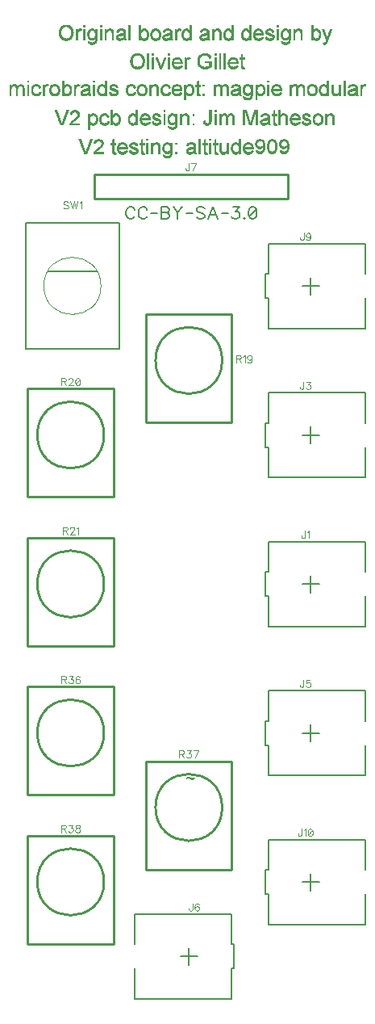
<source format=gbr>
G04 DipTrace 3.0.0.2*
G04 BottomSilk.gbr*
%MOIN*%
G04 #@! TF.FileFunction,Legend,Bot*
G04 #@! TF.Part,Single*
%ADD10C,0.009843*%
%ADD12C,0.003*%
%ADD21C,0.006*%
%ADD25C,0.000013*%
%ADD30C,0.005984*%
%ADD40C,0.005*%
%ADD102C,0.004632*%
%ADD107C,0.00772*%
%FSLAX26Y26*%
G04*
G70*
G90*
G75*
G01*
G04 BotSilk*
%LPD*%
X1659466Y2162937D2*
D21*
Y2092902D1*
X1694413Y2127902D2*
X1624469D1*
X1484582Y2077887D2*
Y1952902D1*
Y2177917D2*
Y2302902D1*
X1884592Y2177917D2*
Y2302902D1*
Y2077887D2*
Y1952902D1*
X1484582D1*
Y2302902D2*
X1884592D1*
X1484582Y2177917D2*
D30*
X1472108D1*
Y2077887D1*
X1484582D1*
X1659466Y2777937D2*
D21*
Y2707902D1*
X1694413Y2742902D2*
X1624469D1*
X1484582Y2692887D2*
Y2567902D1*
Y2792917D2*
Y2917902D1*
X1884592Y2792917D2*
Y2917902D1*
Y2692887D2*
Y2567902D1*
X1484582D1*
Y2917902D2*
X1884592D1*
X1484582Y2792917D2*
D30*
X1472108D1*
Y2692887D1*
X1484582D1*
X1659466Y1547937D2*
D21*
Y1477902D1*
X1694413Y1512902D2*
X1624469D1*
X1484582Y1462887D2*
Y1337902D1*
Y1562917D2*
Y1687902D1*
X1884592Y1562917D2*
Y1687902D1*
Y1462887D2*
Y1337902D1*
X1484582D1*
Y1687902D2*
X1884592D1*
X1484582Y1562917D2*
D30*
X1472108D1*
Y1462887D1*
X1484582D1*
X1156123Y555039D2*
D21*
Y625074D1*
X1121176Y590074D2*
X1191119D1*
X1331006Y640089D2*
Y765074D1*
Y540059D2*
Y415074D1*
X930997Y540059D2*
Y415074D1*
Y640089D2*
Y765074D1*
X1331006D1*
Y415074D2*
X930997D1*
X1331006Y540059D2*
D30*
X1343480D1*
Y640089D1*
X1331006D1*
X1564601Y3819301D2*
D10*
X764601D1*
X1564601Y3719301D2*
Y3819301D1*
Y3719301D2*
X764601D1*
Y3819301D1*
X1659466Y3392988D2*
D21*
Y3322953D1*
X1694413Y3357953D2*
X1624469D1*
X1484582Y3307938D2*
Y3182953D1*
Y3407968D2*
Y3532953D1*
X1884592Y3407968D2*
Y3532953D1*
Y3307938D2*
Y3182953D1*
X1484582D1*
Y3532953D2*
X1884592D1*
X1484582Y3407968D2*
D30*
X1472108D1*
Y3307938D1*
X1484582D1*
X1659466Y932937D2*
D21*
Y862902D1*
X1694413Y897902D2*
X1624469D1*
X1484582Y847887D2*
Y722902D1*
Y947917D2*
Y1072902D1*
X1884592Y947917D2*
Y1072902D1*
Y847887D2*
Y722902D1*
X1484582D1*
Y1072902D2*
X1884592D1*
X1484582Y947917D2*
D30*
X1472108D1*
Y847887D1*
X1484582D1*
X1333534Y3241366D2*
D10*
X979267D1*
Y2794490D1*
X1333534D1*
Y3241366D1*
X1018609Y3050426D2*
G02X1018609Y3050426I137768J0D01*
G01*
X844971Y2933845D2*
X490704D1*
Y2486969D1*
X844971D1*
Y2933845D1*
X530046Y2742905D2*
G02X530046Y2742905I137768J0D01*
G01*
X844971Y2318845D2*
X490704D1*
Y1871969D1*
X844971D1*
Y2318845D1*
X530046Y2127905D2*
G02X530046Y2127905I137768J0D01*
G01*
X844971Y1703845D2*
X490704D1*
Y1256969D1*
X844971D1*
Y1703845D1*
X530046Y1512905D2*
G02X530046Y1512905I137768J0D01*
G01*
X1333534Y1396345D2*
X979267D1*
Y949469D1*
X1333534D1*
Y1396345D1*
X1018609Y1205405D2*
G02X1018609Y1205405I137768J0D01*
G01*
X844971Y1088845D2*
X490704D1*
Y641969D1*
X844971D1*
Y1088845D1*
X530046Y897905D2*
G02X530046Y897905I137768J0D01*
G01*
X556908Y3357942D2*
D25*
G02X556908Y3357942I118094J0D01*
G01*
X869114Y3098096D2*
D40*
X480889D1*
Y3617789D1*
X869114D1*
Y3098096D1*
X777356Y3416995D2*
X572647D1*
X1150197Y1332730D2*
D12*
X1156197D1*
X1148242Y1331230D2*
X1159505D1*
X1146741Y1329730D2*
X1163669D1*
X1177197D2*
X1178697D1*
X1145646Y1328230D2*
X1169235D1*
X1170681D2*
X1178115D1*
X1144844Y1326730D2*
X1148697D1*
X1157697D2*
X1177361D1*
X1144197Y1325230D2*
X1145697D1*
X1160697D2*
X1176240D1*
X1163697Y1323730D2*
X1174613D1*
X1166697Y1322230D2*
X1172697D1*
X699986Y3966030D2*
X707486D1*
X749486D2*
X756986D1*
X980486D2*
X986486D1*
X1196486D2*
X1202486D1*
X1239986D2*
X1245986D1*
X1362986D2*
X1368986D1*
X700556Y3964530D2*
X708056D1*
X748916D2*
X756416D1*
X777986D2*
X786986D1*
X843986D2*
X845486D1*
X962486D2*
X963986D1*
X980486D2*
X986486D1*
X1196486D2*
X1202486D1*
X1221986D2*
X1223486D1*
X1239986D2*
X1245986D1*
X1265486D2*
X1266986D1*
X1362986D2*
X1368986D1*
X1445486D2*
X1452986D1*
X1494986D2*
X1503986D1*
X1544486D2*
X1551986D1*
X701194Y3963030D2*
X708694D1*
X748277D2*
X755777D1*
X774588D2*
X790383D1*
X842268D2*
X845486D1*
X960768D2*
X963986D1*
X980486D2*
X986486D1*
X1196486D2*
X1202486D1*
X1220268D2*
X1223486D1*
X1239986D2*
X1245986D1*
X1263768D2*
X1266986D1*
X1362986D2*
X1368986D1*
X1442088D2*
X1456383D1*
X1492101D2*
X1506871D1*
X1541088D2*
X1555383D1*
X701844Y3961530D2*
X709344D1*
X747627D2*
X755127D1*
X771786D2*
X793191D1*
X840753D2*
X845486D1*
X959253D2*
X963986D1*
X980486D2*
X986486D1*
X1196486D2*
X1202486D1*
X1218753D2*
X1223486D1*
X1239986D2*
X1245986D1*
X1262253D2*
X1266986D1*
X1362986D2*
X1368986D1*
X1439286D2*
X1459186D1*
X1489745D2*
X1509226D1*
X1538286D2*
X1558186D1*
X702428Y3960030D2*
X709928D1*
X747043D2*
X754543D1*
X769618D2*
X795406D1*
X840109D2*
X845486D1*
X958609D2*
X963986D1*
X980486D2*
X986486D1*
X1196486D2*
X1202486D1*
X1218109D2*
X1223486D1*
X1239986D2*
X1245986D1*
X1261609D2*
X1266986D1*
X1362986D2*
X1368986D1*
X1437118D2*
X1461353D1*
X1487862D2*
X1511110D1*
X1536118D2*
X1560353D1*
X702953Y3958530D2*
X710447D1*
X746524D2*
X754018D1*
X767975D2*
X797188D1*
X839755D2*
X845486D1*
X958255D2*
X963986D1*
X1196486D2*
X1202486D1*
X1217755D2*
X1223486D1*
X1261255D2*
X1266986D1*
X1362986D2*
X1368986D1*
X1435475D2*
X1462996D1*
X1486366D2*
X1512606D1*
X1534475D2*
X1561996D1*
X703532Y3957030D2*
X710979D1*
X745993D2*
X753440D1*
X766748D2*
X776786D1*
X788191D2*
X798588D1*
X839592D2*
X845486D1*
X958092D2*
X963986D1*
X1196486D2*
X1202486D1*
X1217592D2*
X1223486D1*
X1261092D2*
X1266986D1*
X1362986D2*
X1368986D1*
X1434248D2*
X1444286D1*
X1455685D2*
X1464229D1*
X1485199D2*
X1493486D1*
X1505486D2*
X1513766D1*
X1533248D2*
X1543286D1*
X1554685D2*
X1563229D1*
X704181Y3955530D2*
X711490D1*
X745481D2*
X752790D1*
X765820D2*
X774462D1*
X790562D2*
X799589D1*
X839525D2*
X845486D1*
X958025D2*
X963986D1*
X1196486D2*
X1202486D1*
X1217525D2*
X1223486D1*
X1261025D2*
X1266986D1*
X1362986D2*
X1368986D1*
X1433320D2*
X1441962D1*
X1458010D2*
X1465204D1*
X1484251D2*
X1491992D1*
X1506980D2*
X1514668D1*
X1532320D2*
X1540962D1*
X1557010D2*
X1564204D1*
X704838Y3954030D2*
X711973D1*
X744999D2*
X752133D1*
X765117D2*
X772657D1*
X792506D2*
X800307D1*
X839500D2*
X845486D1*
X958000D2*
X963986D1*
X1196486D2*
X1202486D1*
X1217500D2*
X1223486D1*
X1261000D2*
X1266986D1*
X1362986D2*
X1368986D1*
X1432617D2*
X1440157D1*
X1459815D2*
X1466046D1*
X1483420D2*
X1490550D1*
X1508421D2*
X1515360D1*
X1531617D2*
X1539157D1*
X1558815D2*
X1565046D1*
X705426Y3952530D2*
X712489D1*
X744483D2*
X751546D1*
X764550D2*
X771331D1*
X794000D2*
X800919D1*
X839491D2*
X845486D1*
X957991D2*
X963986D1*
X1196486D2*
X1202486D1*
X1217491D2*
X1223486D1*
X1260991D2*
X1266986D1*
X1362986D2*
X1368986D1*
X1432051D2*
X1438831D1*
X1461141D2*
X1466780D1*
X1482690D2*
X1489300D1*
X1509677D2*
X1515923D1*
X1531051D2*
X1537831D1*
X1560141D2*
X1565780D1*
X705947Y3951030D2*
X712994D1*
X743978D2*
X751025D1*
X763994D2*
X770359D1*
X795164D2*
X801412D1*
X839487D2*
X845486D1*
X875486D2*
X884486D1*
X921986D2*
X930986D1*
X957987D2*
X963986D1*
X1017986D2*
X1025486D1*
X1061486D2*
X1068986D1*
X1160486D2*
X1170986D1*
X1196486D2*
X1202486D1*
X1217487D2*
X1223486D1*
X1260987D2*
X1266986D1*
X1344986D2*
X1352486D1*
X1362980D2*
X1368986D1*
X1395986D2*
X1404986D1*
X1431508D2*
X1437860D1*
X1462112D2*
X1467348D1*
X1482123D2*
X1488403D1*
X1510621D2*
X1516464D1*
X1530508D2*
X1536860D1*
X1561112D2*
X1566348D1*
X706478Y3949530D2*
X713480D1*
X743491D2*
X750493D1*
X763464D2*
X769684D1*
X795587D2*
X801710D1*
X833486D2*
X852986D1*
X872088D2*
X887883D1*
X918645D2*
X934326D1*
X951986D2*
X971486D1*
X980486D2*
X986486D1*
X999986D2*
X1005986D1*
X1015095D2*
X1028134D1*
X1058601D2*
X1071932D1*
X1079486D2*
X1085486D1*
X1100486D2*
X1106486D1*
X1156396D2*
X1174378D1*
X1196486D2*
X1202486D1*
X1211486D2*
X1230986D1*
X1239986D2*
X1245986D1*
X1254986D2*
X1274486D1*
X1283486D2*
X1289486D1*
X1313486D2*
X1319486D1*
X1342281D2*
X1355253D1*
X1362923D2*
X1368986D1*
X1392588D2*
X1408383D1*
X1431043D2*
X1437188D1*
X1462783D2*
X1467696D1*
X1481775D2*
X1487844D1*
X1511319D2*
X1516934D1*
X1530043D2*
X1536188D1*
X1561783D2*
X1566696D1*
X706990Y3948030D2*
X714042D1*
X742930D2*
X749982D1*
X762986D2*
X769274D1*
X795810D2*
X801813D1*
X833486D2*
X852986D1*
X869286D2*
X890686D1*
X916035D2*
X936936D1*
X951986D2*
X971486D1*
X980486D2*
X986486D1*
X999986D2*
X1006047D1*
X1012676D2*
X1030313D1*
X1056239D2*
X1074530D1*
X1079210D2*
X1085486D1*
X1100486D2*
X1106486D1*
X1153163D2*
X1177133D1*
X1196486D2*
X1202486D1*
X1211486D2*
X1230986D1*
X1239986D2*
X1245986D1*
X1254986D2*
X1274486D1*
X1283486D2*
X1289486D1*
X1313486D2*
X1319486D1*
X1339903D2*
X1357868D1*
X1362691D2*
X1368986D1*
X1389786D2*
X1411186D1*
X1430749D2*
X1436805D1*
X1463166D2*
X1467920D1*
X1481552D2*
X1487408D1*
X1511923D2*
X1517281D1*
X1529749D2*
X1535805D1*
X1562166D2*
X1566920D1*
X707479Y3946530D2*
X714685D1*
X742286D2*
X749493D1*
X767486D2*
X768986D1*
X795855D2*
X801691D1*
X833486D2*
X852986D1*
X867118D2*
X892853D1*
X914227D2*
X938744D1*
X951986D2*
X971486D1*
X980486D2*
X986486D1*
X999986D2*
X1006280D1*
X1010508D2*
X1031903D1*
X1054309D2*
X1077001D1*
X1078684D2*
X1085486D1*
X1100486D2*
X1106486D1*
X1150783D2*
X1179156D1*
X1196486D2*
X1202486D1*
X1211486D2*
X1230986D1*
X1239986D2*
X1245986D1*
X1254986D2*
X1274486D1*
X1283486D2*
X1289486D1*
X1313486D2*
X1319486D1*
X1337907D2*
X1360418D1*
X1362178D2*
X1368986D1*
X1387618D2*
X1413353D1*
X1430598D2*
X1436619D1*
X1463353D2*
X1468187D1*
X1481285D2*
X1486943D1*
X1512413D2*
X1517623D1*
X1529598D2*
X1535619D1*
X1562353D2*
X1567187D1*
X708041Y3945030D2*
X715339D1*
X741632D2*
X748930D1*
X795653D2*
X801354D1*
X833486D2*
X852986D1*
X865475D2*
X894496D1*
X912969D2*
X940003D1*
X951986D2*
X971486D1*
X980486D2*
X986486D1*
X999986D2*
X1006793D1*
X1008294D2*
X1033065D1*
X1052674D2*
X1085486D1*
X1100486D2*
X1106486D1*
X1149090D2*
X1180579D1*
X1196486D2*
X1202486D1*
X1211486D2*
X1230986D1*
X1239986D2*
X1245986D1*
X1254986D2*
X1274486D1*
X1283486D2*
X1289486D1*
X1313486D2*
X1319486D1*
X1336222D2*
X1368986D1*
X1385975D2*
X1414996D1*
X1430536D2*
X1436543D1*
X1463428D2*
X1468577D1*
X1480895D2*
X1486516D1*
X1512717D2*
X1518050D1*
X1529536D2*
X1535543D1*
X1562428D2*
X1567577D1*
X708685Y3943530D2*
X715926D1*
X741045D2*
X748287D1*
X795112D2*
X800928D1*
X833486D2*
X852986D1*
X864243D2*
X874281D1*
X885917D2*
X895729D1*
X912004D2*
X919049D1*
X932480D2*
X940969D1*
X951986D2*
X971486D1*
X980486D2*
X986486D1*
X999986D2*
X1013786D1*
X1023634D2*
X1033991D1*
X1051340D2*
X1059986D1*
X1071986D2*
X1085486D1*
X1100486D2*
X1106486D1*
X1147958D2*
X1157786D1*
X1172480D2*
X1181589D1*
X1196486D2*
X1202486D1*
X1211486D2*
X1230986D1*
X1239986D2*
X1245986D1*
X1254986D2*
X1274486D1*
X1283486D2*
X1289486D1*
X1313486D2*
X1319486D1*
X1334860D2*
X1343486D1*
X1353691D2*
X1368986D1*
X1384743D2*
X1394781D1*
X1406417D2*
X1416229D1*
X1430561D2*
X1436563D1*
X1463408D2*
X1468973D1*
X1480499D2*
X1486239D1*
X1512872D2*
X1518463D1*
X1529561D2*
X1535563D1*
X1562408D2*
X1567973D1*
X709339Y3942030D2*
X716447D1*
X740525D2*
X747632D1*
X794316D2*
X800473D1*
X839486D2*
X845486D1*
X863267D2*
X871903D1*
X888613D2*
X896704D1*
X911220D2*
X917805D1*
X933923D2*
X941766D1*
X957986D2*
X963986D1*
X980486D2*
X986486D1*
X999986D2*
X1011462D1*
X1025813D2*
X1034759D1*
X1050367D2*
X1058492D1*
X1073480D2*
X1085486D1*
X1147147D2*
X1155466D1*
X1173921D2*
X1182275D1*
X1196486D2*
X1202486D1*
X1217486D2*
X1223486D1*
X1239986D2*
X1245986D1*
X1260986D2*
X1266986D1*
X1283486D2*
X1289486D1*
X1313486D2*
X1319486D1*
X1333875D2*
X1341992D1*
X1356062D2*
X1368986D1*
X1383767D2*
X1392403D1*
X1409113D2*
X1417204D1*
X1430741D2*
X1436748D1*
X1463223D2*
X1469239D1*
X1480233D2*
X1486094D1*
X1512941D2*
X1518735D1*
X1529741D2*
X1535748D1*
X1562223D2*
X1568239D1*
X709926Y3940530D2*
X716979D1*
X739993D2*
X747045D1*
X793422D2*
X799917D1*
X839486D2*
X845486D1*
X862426D2*
X869907D1*
X890807D2*
X897546D1*
X910633D2*
X916791D1*
X935191D2*
X942425D1*
X957986D2*
X963986D1*
X980486D2*
X986486D1*
X999986D2*
X1009657D1*
X1027397D2*
X1035341D1*
X1049658D2*
X1057044D1*
X1074927D2*
X1085486D1*
X1146350D2*
X1153694D1*
X1175172D2*
X1182663D1*
X1196486D2*
X1202486D1*
X1217486D2*
X1223486D1*
X1239986D2*
X1245986D1*
X1260986D2*
X1266986D1*
X1283486D2*
X1289486D1*
X1313486D2*
X1319486D1*
X1333161D2*
X1340544D1*
X1358006D2*
X1368986D1*
X1382926D2*
X1390407D1*
X1411307D2*
X1418046D1*
X1431103D2*
X1437162D1*
X1462810D2*
X1469379D1*
X1480092D2*
X1486029D1*
X1512969D2*
X1518878D1*
X1530103D2*
X1536162D1*
X1561810D2*
X1568379D1*
X710453Y3939030D2*
X717490D1*
X739481D2*
X746519D1*
X792413D2*
X799220D1*
X839486D2*
X845486D1*
X861686D2*
X868222D1*
X892396D2*
X898286D1*
X910291D2*
X916505D1*
X936178D2*
X942986D1*
X957986D2*
X963986D1*
X980486D2*
X986486D1*
X999986D2*
X1008331D1*
X1028506D2*
X1035688D1*
X1049045D2*
X1055741D1*
X1076230D2*
X1085486D1*
X1145486D2*
X1152452D1*
X1176057D2*
X1182852D1*
X1196486D2*
X1202486D1*
X1217486D2*
X1223486D1*
X1239986D2*
X1245986D1*
X1260986D2*
X1266986D1*
X1283486D2*
X1289486D1*
X1313486D2*
X1319486D1*
X1332546D2*
X1339241D1*
X1359506D2*
X1368986D1*
X1382186D2*
X1388722D1*
X1412896D2*
X1418786D1*
X1431539D2*
X1437800D1*
X1462171D2*
X1469443D1*
X1480028D2*
X1486002D1*
X1512980D2*
X1518943D1*
X1530539D2*
X1536800D1*
X1561171D2*
X1568443D1*
X711031Y3937530D2*
X717973D1*
X738999D2*
X745940D1*
X791217D2*
X798323D1*
X839486D2*
X845486D1*
X861065D2*
X866866D1*
X893506D2*
X898907D1*
X910170D2*
X916931D1*
X936986D2*
X938486D1*
X957986D2*
X963986D1*
X980486D2*
X986486D1*
X999986D2*
X1007360D1*
X1029241D2*
X1035860D1*
X1048501D2*
X1054659D1*
X1077312D2*
X1085486D1*
X1149986D2*
X1151486D1*
X1176648D2*
X1182934D1*
X1196486D2*
X1202486D1*
X1217486D2*
X1223486D1*
X1239986D2*
X1245986D1*
X1260986D2*
X1266986D1*
X1283486D2*
X1289486D1*
X1313486D2*
X1319486D1*
X1332001D2*
X1338159D1*
X1360555D2*
X1368986D1*
X1381565D2*
X1387366D1*
X1414006D2*
X1419407D1*
X1431997D2*
X1438770D1*
X1461202D2*
X1469470D1*
X1480002D2*
X1485992D1*
X1512984D2*
X1518970D1*
X1530997D2*
X1537770D1*
X1560202D2*
X1568470D1*
X711681Y3936030D2*
X718489D1*
X738483D2*
X745290D1*
X789866D2*
X797180D1*
X839486D2*
X845486D1*
X860532D2*
X865781D1*
X894241D2*
X899440D1*
X910290D2*
X918585D1*
X957986D2*
X963986D1*
X980486D2*
X986486D1*
X999986D2*
X1006688D1*
X1029650D2*
X1035937D1*
X1048005D2*
X1053794D1*
X1078178D2*
X1085486D1*
X1176571D2*
X1182967D1*
X1196486D2*
X1202486D1*
X1217486D2*
X1223486D1*
X1239986D2*
X1245986D1*
X1260986D2*
X1266986D1*
X1283486D2*
X1289486D1*
X1313486D2*
X1319486D1*
X1331505D2*
X1337294D1*
X1361294D2*
X1368986D1*
X1381032D2*
X1386281D1*
X1414741D2*
X1419940D1*
X1432554D2*
X1440094D1*
X1459878D2*
X1469480D1*
X1479991D2*
X1485988D1*
X1512985D2*
X1518980D1*
X1531554D2*
X1539094D1*
X1558878D2*
X1568480D1*
X712338Y3934530D2*
X718994D1*
X737978D2*
X744633D1*
X788382D2*
X795858D1*
X839486D2*
X845486D1*
X860001D2*
X865371D1*
X894652D2*
X899970D1*
X910677D2*
X921260D1*
X957986D2*
X963986D1*
X980486D2*
X986486D1*
X999986D2*
X1006305D1*
X1029847D2*
X1035968D1*
X1047491D2*
X1053164D1*
X1078807D2*
X1085486D1*
X1175296D2*
X1182979D1*
X1196486D2*
X1202486D1*
X1217486D2*
X1223486D1*
X1239986D2*
X1245986D1*
X1260986D2*
X1266986D1*
X1283486D2*
X1289486D1*
X1313486D2*
X1319486D1*
X1330991D2*
X1336664D1*
X1361914D2*
X1368986D1*
X1380501D2*
X1385871D1*
X1415152D2*
X1420470D1*
X1433252D2*
X1443982D1*
X1455990D2*
X1469484D1*
X1479988D2*
X1485986D1*
X1512986D2*
X1518984D1*
X1532252D2*
X1542982D1*
X1554990D2*
X1568484D1*
X712926Y3933030D2*
X719480D1*
X737491D2*
X744046D1*
X786719D2*
X794436D1*
X839486D2*
X845486D1*
X859541D2*
X865138D1*
X894858D2*
X900431D1*
X911306D2*
X924993D1*
X957986D2*
X963986D1*
X980486D2*
X986486D1*
X999986D2*
X1006119D1*
X1029932D2*
X1035979D1*
X1047037D2*
X1052797D1*
X1079175D2*
X1085486D1*
X1171153D2*
X1182983D1*
X1196486D2*
X1202486D1*
X1217486D2*
X1223486D1*
X1239986D2*
X1245986D1*
X1260986D2*
X1266986D1*
X1283486D2*
X1289486D1*
X1313486D2*
X1319486D1*
X1330537D2*
X1336297D1*
X1362410D2*
X1368986D1*
X1380041D2*
X1385638D1*
X1415358D2*
X1420931D1*
X1434154D2*
X1450034D1*
X1449937D2*
X1469485D1*
X1479986D2*
X1485986D1*
X1512986D2*
X1518985D1*
X1533154D2*
X1549034D1*
X1548937D2*
X1568485D1*
X713447Y3931530D2*
X720042D1*
X736930D2*
X743525D1*
X784871D2*
X792967D1*
X839486D2*
X845486D1*
X859249D2*
X900723D1*
X912231D2*
X929279D1*
X957986D2*
X963986D1*
X980486D2*
X986486D1*
X999986D2*
X1006037D1*
X1029966D2*
X1035984D1*
X1046747D2*
X1052616D1*
X1079356D2*
X1085486D1*
X1165660D2*
X1182985D1*
X1196486D2*
X1202486D1*
X1217486D2*
X1223486D1*
X1239986D2*
X1245986D1*
X1260986D2*
X1266986D1*
X1283486D2*
X1289486D1*
X1313486D2*
X1319486D1*
X1330247D2*
X1336116D1*
X1362716D2*
X1368986D1*
X1379749D2*
X1421223D1*
X1435356D2*
X1460423D1*
X1463486D2*
X1469480D1*
X1479986D2*
X1485986D1*
X1512986D2*
X1518986D1*
X1534356D2*
X1559423D1*
X1562486D2*
X1568480D1*
X713978Y3930030D2*
X720685D1*
X736286D2*
X742993D1*
X782990D2*
X791479D1*
X839486D2*
X845486D1*
X859098D2*
X900874D1*
X913618D2*
X933504D1*
X957986D2*
X963986D1*
X980486D2*
X986486D1*
X999986D2*
X1006005D1*
X1029979D2*
X1035985D1*
X1046597D2*
X1052536D1*
X1079435D2*
X1085486D1*
X1159977D2*
X1182986D1*
X1196486D2*
X1202486D1*
X1217486D2*
X1223486D1*
X1239986D2*
X1245986D1*
X1260986D2*
X1266986D1*
X1283486D2*
X1289486D1*
X1313486D2*
X1319486D1*
X1330097D2*
X1336036D1*
X1362871D2*
X1368986D1*
X1379598D2*
X1421374D1*
X1436928D2*
X1458672D1*
X1463486D2*
X1469427D1*
X1479992D2*
X1485986D1*
X1512986D2*
X1518980D1*
X1535928D2*
X1557672D1*
X1562486D2*
X1568427D1*
X714490Y3928530D2*
X721339D1*
X735632D2*
X742482D1*
X781224D2*
X789978D1*
X839486D2*
X845486D1*
X859030D2*
X900942D1*
X915610D2*
X937188D1*
X957986D2*
X963986D1*
X980486D2*
X986486D1*
X999986D2*
X1005992D1*
X1029983D2*
X1035986D1*
X1046530D2*
X1052504D1*
X1079467D2*
X1085486D1*
X1155258D2*
X1182986D1*
X1196486D2*
X1202486D1*
X1217486D2*
X1223486D1*
X1239986D2*
X1245986D1*
X1260986D2*
X1266986D1*
X1283486D2*
X1289486D1*
X1313486D2*
X1319486D1*
X1330030D2*
X1336004D1*
X1362941D2*
X1368986D1*
X1379530D2*
X1421442D1*
X1438953D2*
X1456568D1*
X1463480D2*
X1469236D1*
X1480044D2*
X1485986D1*
X1512986D2*
X1518927D1*
X1537953D2*
X1555568D1*
X1562480D2*
X1568236D1*
X714979Y3927030D2*
X721926D1*
X735045D2*
X741993D1*
X779533D2*
X788426D1*
X839486D2*
X845486D1*
X859002D2*
X900970D1*
X918326D2*
X940063D1*
X957986D2*
X963986D1*
X980486D2*
X986486D1*
X999986D2*
X1005988D1*
X1029985D2*
X1035986D1*
X1046508D2*
X1052492D1*
X1079479D2*
X1085486D1*
X1151782D2*
X1182986D1*
X1196486D2*
X1202486D1*
X1217486D2*
X1223486D1*
X1239986D2*
X1245986D1*
X1260986D2*
X1266986D1*
X1283486D2*
X1289486D1*
X1313486D2*
X1319486D1*
X1330002D2*
X1335992D1*
X1362969D2*
X1368986D1*
X1379502D2*
X1421470D1*
X1441380D2*
X1454109D1*
X1463427D2*
X1468877D1*
X1480236D2*
X1485992D1*
X1512980D2*
X1518736D1*
X1540380D2*
X1553109D1*
X1562427D2*
X1567877D1*
X715541Y3925530D2*
X722447D1*
X734525D2*
X741430D1*
X777778D2*
X786736D1*
X839486D2*
X845486D1*
X858997D2*
X900986D1*
X921844D2*
X942132D1*
X957986D2*
X963986D1*
X980486D2*
X986486D1*
X999986D2*
X1005987D1*
X1029986D2*
X1035986D1*
X1046550D2*
X1052494D1*
X1079478D2*
X1085486D1*
X1149313D2*
X1172749D1*
X1176986D2*
X1182986D1*
X1196486D2*
X1202486D1*
X1217486D2*
X1223486D1*
X1239986D2*
X1245986D1*
X1260986D2*
X1266986D1*
X1283486D2*
X1289486D1*
X1313486D2*
X1319486D1*
X1329997D2*
X1335988D1*
X1362980D2*
X1368986D1*
X1379497D2*
X1421486D1*
X1443986D2*
X1451486D1*
X1463236D2*
X1468486D1*
X1480595D2*
X1486044D1*
X1512927D2*
X1518377D1*
X1542986D2*
X1550486D1*
X1562236D2*
X1567486D1*
X716185Y3924030D2*
X722979D1*
X733993D2*
X740787D1*
X775892D2*
X784877D1*
X839486D2*
X845486D1*
X859046D2*
X865043D1*
X926014D2*
X943570D1*
X957986D2*
X963986D1*
X980486D2*
X986486D1*
X999986D2*
X1005986D1*
X1029986D2*
X1035986D1*
X1046738D2*
X1052545D1*
X1079426D2*
X1085486D1*
X1147547D2*
X1164864D1*
X1176986D2*
X1182986D1*
X1196486D2*
X1202486D1*
X1217486D2*
X1223486D1*
X1239986D2*
X1245986D1*
X1260986D2*
X1266986D1*
X1283486D2*
X1289486D1*
X1313486D2*
X1319486D1*
X1330046D2*
X1335992D1*
X1362978D2*
X1368986D1*
X1379546D2*
X1385543D1*
X1462871D2*
X1468172D1*
X1480979D2*
X1486236D1*
X1512736D2*
X1517992D1*
X1561871D2*
X1567172D1*
X716839Y3922530D2*
X723490D1*
X733481D2*
X740132D1*
X773998D2*
X782986D1*
X839486D2*
X845486D1*
X859236D2*
X865235D1*
X930293D2*
X944586D1*
X957986D2*
X963986D1*
X980486D2*
X986486D1*
X999986D2*
X1005986D1*
X1029986D2*
X1035986D1*
X1047101D2*
X1052742D1*
X1079230D2*
X1085486D1*
X1146274D2*
X1158748D1*
X1176980D2*
X1182986D1*
X1196486D2*
X1202486D1*
X1217486D2*
X1223486D1*
X1239986D2*
X1245986D1*
X1260986D2*
X1266986D1*
X1283486D2*
X1289486D1*
X1313480D2*
X1319486D1*
X1330236D2*
X1336045D1*
X1362927D2*
X1368986D1*
X1379736D2*
X1385735D1*
X1462434D2*
X1467842D1*
X1481247D2*
X1486601D1*
X1512371D2*
X1517725D1*
X1561434D2*
X1566842D1*
X717426Y3921030D2*
X723973D1*
X732999D2*
X739545D1*
X772233D2*
X781172D1*
X839486D2*
X845486D1*
X859601D2*
X865601D1*
X934015D2*
X945274D1*
X957986D2*
X963986D1*
X980486D2*
X986486D1*
X999986D2*
X1005986D1*
X1029986D2*
X1035986D1*
X1047538D2*
X1053153D1*
X1078818D2*
X1085486D1*
X1145335D2*
X1154750D1*
X1176921D2*
X1182986D1*
X1196486D2*
X1202486D1*
X1217486D2*
X1223486D1*
X1239986D2*
X1245986D1*
X1260986D2*
X1266986D1*
X1283486D2*
X1289492D1*
X1313427D2*
X1319486D1*
X1330601D2*
X1336241D1*
X1362730D2*
X1368986D1*
X1380101D2*
X1386101D1*
X1461975D2*
X1467413D1*
X1481439D2*
X1487044D1*
X1511928D2*
X1517533D1*
X1560975D2*
X1566413D1*
X717953Y3919530D2*
X724489D1*
X732483D2*
X739019D1*
X770592D2*
X779342D1*
X839486D2*
X845486D1*
X860038D2*
X866044D1*
X936747D2*
X945657D1*
X957986D2*
X963986D1*
X980486D2*
X986486D1*
X999986D2*
X1005986D1*
X1029986D2*
X1035986D1*
X1047991D2*
X1053741D1*
X1078231D2*
X1085486D1*
X1144678D2*
X1152000D1*
X1176672D2*
X1182986D1*
X1196486D2*
X1202486D1*
X1217486D2*
X1223486D1*
X1239986D2*
X1245986D1*
X1260986D2*
X1266986D1*
X1283492D2*
X1289544D1*
X1313230D2*
X1319486D1*
X1331038D2*
X1336659D1*
X1362312D2*
X1368986D1*
X1380538D2*
X1386544D1*
X1431986D2*
X1437986D1*
X1461418D2*
X1466949D1*
X1481699D2*
X1487555D1*
X1511416D2*
X1517272D1*
X1530986D2*
X1536986D1*
X1560418D2*
X1565949D1*
X718531Y3918030D2*
X724994D1*
X731978D2*
X738440D1*
X769034D2*
X777419D1*
X839486D2*
X845486D1*
X860497D2*
X866555D1*
X912986D2*
X914486D1*
X938728D2*
X945793D1*
X957986D2*
X963986D1*
X980486D2*
X986486D1*
X999986D2*
X1005986D1*
X1029986D2*
X1035986D1*
X1048495D2*
X1054473D1*
X1077499D2*
X1085486D1*
X1144308D2*
X1150845D1*
X1176063D2*
X1182986D1*
X1196486D2*
X1202486D1*
X1217486D2*
X1223486D1*
X1239986D2*
X1245986D1*
X1260986D2*
X1266986D1*
X1283544D2*
X1289741D1*
X1312812D2*
X1319486D1*
X1331497D2*
X1337294D1*
X1361678D2*
X1368986D1*
X1380997D2*
X1387055D1*
X1432504D2*
X1438567D1*
X1460714D2*
X1466481D1*
X1482138D2*
X1488303D1*
X1510668D2*
X1516834D1*
X1531504D2*
X1537567D1*
X1559714D2*
X1565481D1*
X719181Y3916530D2*
X725480D1*
X731491D2*
X737790D1*
X767560D2*
X775508D1*
X839486D2*
X845492D1*
X861048D2*
X867309D1*
X894986D2*
X896486D1*
X908486D2*
X915067D1*
X939303D2*
X945684D1*
X957986D2*
X963992D1*
X980486D2*
X986486D1*
X999986D2*
X1005986D1*
X1029986D2*
X1035986D1*
X1049002D2*
X1055479D1*
X1076493D2*
X1085486D1*
X1144176D2*
X1150341D1*
X1175063D2*
X1182986D1*
X1196486D2*
X1202486D1*
X1217486D2*
X1223492D1*
X1239986D2*
X1245986D1*
X1260986D2*
X1266992D1*
X1283736D2*
X1290159D1*
X1312172D2*
X1319486D1*
X1332048D2*
X1338170D1*
X1360807D2*
X1368986D1*
X1381548D2*
X1387809D1*
X1415486D2*
X1416986D1*
X1433004D2*
X1439358D1*
X1459723D2*
X1465920D1*
X1482729D2*
X1489402D1*
X1509570D2*
X1516242D1*
X1532004D2*
X1538358D1*
X1558723D2*
X1564920D1*
X719838Y3915030D2*
X726047D1*
X730925D2*
X737133D1*
X766247D2*
X773736D1*
X839486D2*
X845568D1*
X861693D2*
X868472D1*
X893376D2*
X900986D1*
X909235D2*
X915876D1*
X939032D2*
X945352D1*
X957986D2*
X964068D1*
X980486D2*
X986486D1*
X999986D2*
X1005986D1*
X1029986D2*
X1035986D1*
X1049539D2*
X1056784D1*
X1075188D2*
X1085486D1*
X1144287D2*
X1150333D1*
X1173702D2*
X1182986D1*
X1196486D2*
X1202486D1*
X1217486D2*
X1223568D1*
X1239986D2*
X1245986D1*
X1260986D2*
X1267068D1*
X1284101D2*
X1290835D1*
X1311202D2*
X1319486D1*
X1332693D2*
X1339397D1*
X1359639D2*
X1368986D1*
X1382193D2*
X1388972D1*
X1413876D2*
X1421486D1*
X1433485D2*
X1440410D1*
X1458404D2*
X1465221D1*
X1483407D2*
X1490756D1*
X1508215D2*
X1515559D1*
X1532485D2*
X1539410D1*
X1557404D2*
X1564221D1*
X720426Y3913530D2*
X726734D1*
X730237D2*
X736546D1*
X765155D2*
X772093D1*
X839492D2*
X845761D1*
X862399D2*
X869985D1*
X891168D2*
X899999D1*
X909864D2*
X916980D1*
X937902D2*
X944921D1*
X957992D2*
X964261D1*
X980486D2*
X986486D1*
X999986D2*
X1005986D1*
X1029986D2*
X1035986D1*
X1050298D2*
X1060244D1*
X1071728D2*
X1085486D1*
X1144619D2*
X1151201D1*
X1172053D2*
X1182992D1*
X1196486D2*
X1202486D1*
X1217492D2*
X1223761D1*
X1239986D2*
X1245986D1*
X1260992D2*
X1267261D1*
X1284538D2*
X1291733D1*
X1309878D2*
X1319486D1*
X1333399D2*
X1340920D1*
X1357978D2*
X1368986D1*
X1382899D2*
X1390485D1*
X1411668D2*
X1420499D1*
X1434050D2*
X1443870D1*
X1454776D2*
X1464323D1*
X1484135D2*
X1494028D1*
X1504943D2*
X1514784D1*
X1533050D2*
X1542870D1*
X1553776D2*
X1563323D1*
X720947Y3912030D2*
X727560D1*
X729412D2*
X736025D1*
X764236D2*
X770526D1*
X839544D2*
X846789D1*
X863182D2*
X874204D1*
X887210D2*
X898945D1*
X910500D2*
X921224D1*
X934250D2*
X944414D1*
X958044D2*
X965289D1*
X980486D2*
X986486D1*
X999986D2*
X1005986D1*
X1029986D2*
X1035986D1*
X1051359D2*
X1065511D1*
X1066461D2*
X1085486D1*
X1145050D2*
X1155053D1*
X1167798D2*
X1183044D1*
X1196486D2*
X1202486D1*
X1217544D2*
X1224789D1*
X1239986D2*
X1245986D1*
X1261044D2*
X1268289D1*
X1284997D2*
X1294766D1*
X1305990D2*
X1319486D1*
X1334182D2*
X1344626D1*
X1355166D2*
X1368986D1*
X1383682D2*
X1394704D1*
X1407710D2*
X1419445D1*
X1434756D2*
X1449299D1*
X1449243D2*
X1463180D1*
X1484931D2*
X1499140D1*
X1499832D2*
X1513850D1*
X1533756D2*
X1548299D1*
X1548243D2*
X1562180D1*
X721478Y3910530D2*
X735493D1*
X763415D2*
X801986D1*
X839741D2*
X848845D1*
X864126D2*
X880815D1*
X880648D2*
X897724D1*
X911237D2*
X928215D1*
X928175D2*
X943662D1*
X958241D2*
X967345D1*
X980486D2*
X986486D1*
X999986D2*
X1005986D1*
X1029986D2*
X1035986D1*
X1052653D2*
X1085486D1*
X1100486D2*
X1106486D1*
X1145563D2*
X1161453D1*
X1161168D2*
X1183241D1*
X1196486D2*
X1202486D1*
X1217741D2*
X1226845D1*
X1239986D2*
X1245986D1*
X1261241D2*
X1270345D1*
X1285559D2*
X1299735D1*
X1299937D2*
X1319486D1*
X1335126D2*
X1350201D1*
X1350623D2*
X1368986D1*
X1384626D2*
X1401315D1*
X1401148D2*
X1418224D1*
X1435713D2*
X1461846D1*
X1485934D2*
X1512679D1*
X1534713D2*
X1560846D1*
X721995Y3909030D2*
X734977D1*
X762688D2*
X801986D1*
X840165D2*
X850760D1*
X865351D2*
X896306D1*
X912212D2*
X942540D1*
X958665D2*
X969260D1*
X980486D2*
X986486D1*
X999986D2*
X1005986D1*
X1029986D2*
X1035986D1*
X1054172D2*
X1076363D1*
X1079486D2*
X1085486D1*
X1100486D2*
X1106486D1*
X1146369D2*
X1173917D1*
X1176753D2*
X1183658D1*
X1196486D2*
X1202486D1*
X1218165D2*
X1228760D1*
X1239986D2*
X1245986D1*
X1261665D2*
X1272260D1*
X1286316D2*
X1310474D1*
X1313486D2*
X1319486D1*
X1336351D2*
X1359763D1*
X1362986D2*
X1368986D1*
X1385851D2*
X1416806D1*
X1437105D2*
X1460310D1*
X1487352D2*
X1511235D1*
X1536105D2*
X1559310D1*
X722519Y3907530D2*
X734452D1*
X762118D2*
X801986D1*
X840856D2*
X852196D1*
X866987D2*
X894566D1*
X913666D2*
X940953D1*
X959356D2*
X970696D1*
X980486D2*
X986486D1*
X999986D2*
X1005986D1*
X1029986D2*
X1035986D1*
X1056098D2*
X1074397D1*
X1079486D2*
X1085480D1*
X1100486D2*
X1106486D1*
X1147675D2*
X1172109D1*
X1177868D2*
X1184278D1*
X1196486D2*
X1202486D1*
X1218856D2*
X1230196D1*
X1239986D2*
X1245986D1*
X1262356D2*
X1273696D1*
X1287462D2*
X1308860D1*
X1313486D2*
X1319486D1*
X1337987D2*
X1359000D1*
X1362986D2*
X1368986D1*
X1387487D2*
X1415066D1*
X1439031D2*
X1458378D1*
X1489365D2*
X1509348D1*
X1538031D2*
X1557378D1*
X723191Y3906030D2*
X733781D1*
X761751D2*
X801986D1*
X841954D2*
X853366D1*
X869247D2*
X892257D1*
X915825D2*
X938713D1*
X960454D2*
X971866D1*
X980486D2*
X986486D1*
X999986D2*
X1005986D1*
X1029986D2*
X1035986D1*
X1058608D2*
X1071871D1*
X1079486D2*
X1085427D1*
X1100486D2*
X1106486D1*
X1149559D2*
X1169774D1*
X1178918D2*
X1185075D1*
X1196486D2*
X1202486D1*
X1219954D2*
X1231366D1*
X1239986D2*
X1245986D1*
X1263454D2*
X1274866D1*
X1289208D2*
X1306896D1*
X1313486D2*
X1319486D1*
X1340247D2*
X1357216D1*
X1362986D2*
X1368986D1*
X1389747D2*
X1412757D1*
X1441409D2*
X1455864D1*
X1491997D2*
X1506854D1*
X1540409D2*
X1554864D1*
X723986Y3904530D2*
X732986D1*
X761486D2*
X801986D1*
X843573D2*
X854486D1*
X872187D2*
X889296D1*
X918717D2*
X935780D1*
X962073D2*
X972986D1*
X980486D2*
X986486D1*
X999986D2*
X1005986D1*
X1029986D2*
X1035986D1*
X1061486D2*
X1068986D1*
X1079480D2*
X1085236D1*
X1100486D2*
X1106486D1*
X1151919D2*
X1166801D1*
X1179986D2*
X1185986D1*
X1196486D2*
X1202486D1*
X1221573D2*
X1232486D1*
X1239986D2*
X1245986D1*
X1265073D2*
X1275986D1*
X1291480D2*
X1304371D1*
X1313486D2*
X1319486D1*
X1343187D2*
X1354966D1*
X1362986D2*
X1368986D1*
X1392687D2*
X1409796D1*
X1443986D2*
X1452986D1*
X1494986D2*
X1503986D1*
X1542986D2*
X1551986D1*
X845486Y3903030D2*
X852986D1*
X875486D2*
X885986D1*
X921986D2*
X932486D1*
X963986D2*
X971486D1*
X1079421D2*
X1084877D1*
X1154486D2*
X1163486D1*
X1223486D2*
X1230986D1*
X1266986D2*
X1274486D1*
X1293986D2*
X1301486D1*
X1346486D2*
X1352486D1*
X1395986D2*
X1406486D1*
X1079172Y3901530D2*
X1084486D1*
X1047986Y3900030D2*
X1049486D1*
X1078563D2*
X1084172D1*
X1048223Y3898530D2*
X1051974D1*
X1077516D2*
X1083836D1*
X1048648Y3897030D2*
X1054653D1*
X1076159D2*
X1083354D1*
X1049239Y3895530D2*
X1058995D1*
X1072369D2*
X1082694D1*
X1049973Y3894030D2*
X1066115D1*
X1066220D2*
X1081807D1*
X1050955Y3892530D2*
X1080606D1*
X1052420Y3891030D2*
X1078980D1*
X1054662Y3889530D2*
X1076723D1*
X1057805Y3888030D2*
X1073784D1*
X1061486Y3886530D2*
X1070486D1*
X601235Y4085029D2*
X608735D1*
X650735D2*
X658235D1*
X833735D2*
X839735D1*
X937235D2*
X943235D1*
X1051235D2*
X1057235D1*
X1240235D2*
X1247735D1*
X1262735D2*
X1268735D1*
X1379735D2*
X1393235D1*
X1427735D2*
X1439735D1*
X1526735D2*
X1532735D1*
X601805Y4083529D2*
X609305D1*
X650165D2*
X657665D1*
X679235D2*
X688235D1*
X833735D2*
X839735D1*
X937235D2*
X943235D1*
X1051235D2*
X1057235D1*
X1240235D2*
X1247735D1*
X1262735D2*
X1268735D1*
X1379735D2*
X1393292D1*
X1426986D2*
X1439735D1*
X1508735D2*
X1510235D1*
X1526735D2*
X1532735D1*
X602444Y4082029D2*
X609944D1*
X649526D2*
X657026D1*
X675838D2*
X691633D1*
X833735D2*
X839735D1*
X937235D2*
X943235D1*
X1051235D2*
X1057235D1*
X1240235D2*
X1247735D1*
X1262735D2*
X1268735D1*
X1379735D2*
X1393485D1*
X1426363D2*
X1439735D1*
X1507017D2*
X1510235D1*
X1526735D2*
X1532735D1*
X603093Y4080529D2*
X610593D1*
X648877D2*
X656377D1*
X673035D2*
X694441D1*
X833735D2*
X839735D1*
X937235D2*
X943235D1*
X1051235D2*
X1057235D1*
X1240235D2*
X1247735D1*
X1262735D2*
X1268735D1*
X1379735D2*
X1393850D1*
X1425779D2*
X1439735D1*
X1505502D2*
X1510235D1*
X1526735D2*
X1532735D1*
X603678Y4079029D2*
X611178D1*
X648292D2*
X655792D1*
X670868D2*
X696655D1*
X833735D2*
X839735D1*
X937235D2*
X943235D1*
X1051235D2*
X1057235D1*
X1240235D2*
X1247735D1*
X1262735D2*
X1268735D1*
X1379735D2*
X1394287D1*
X1425245D2*
X1439735D1*
X1504859D2*
X1510235D1*
X1526735D2*
X1532735D1*
X604203Y4077529D2*
X611697D1*
X647773D2*
X655268D1*
X669224D2*
X698437D1*
X833735D2*
X839735D1*
X937235D2*
X943235D1*
X1240235D2*
X1247735D1*
X1379735D2*
X1394740D1*
X1424753D2*
X1439735D1*
X1504504D2*
X1510235D1*
X1526735D2*
X1532735D1*
X604781Y4076029D2*
X612228D1*
X647242D2*
X654689D1*
X667998D2*
X678036D1*
X689440D2*
X699838D1*
X833735D2*
X839735D1*
X937235D2*
X943235D1*
X1240235D2*
X1247735D1*
X1379735D2*
X1387235D1*
X1390292D2*
X1395244D1*
X1424234D2*
X1429178D1*
X1432235D2*
X1439735D1*
X1504342D2*
X1510235D1*
X1526735D2*
X1532735D1*
X605431Y4074529D2*
X612740D1*
X646731D2*
X654040D1*
X667069D2*
X675711D1*
X691812D2*
X700838D1*
X833735D2*
X839735D1*
X937235D2*
X943235D1*
X1240235D2*
X1247735D1*
X1379735D2*
X1387235D1*
X1390485D2*
X1395745D1*
X1423728D2*
X1428986D1*
X1432235D2*
X1439735D1*
X1504275D2*
X1510235D1*
X1526735D2*
X1532735D1*
X606087Y4073029D2*
X613222D1*
X646248D2*
X653383D1*
X666366D2*
X673906D1*
X693755D2*
X701557D1*
X833735D2*
X839735D1*
X937235D2*
X943235D1*
X1240235D2*
X1247735D1*
X1379735D2*
X1387235D1*
X1390844D2*
X1396224D1*
X1423247D2*
X1428626D1*
X1432235D2*
X1439735D1*
X1504249D2*
X1510235D1*
X1526735D2*
X1532735D1*
X606675Y4071529D2*
X613738D1*
X645732D2*
X652795D1*
X665799D2*
X672580D1*
X695249D2*
X702168D1*
X833735D2*
X839735D1*
X937235D2*
X943235D1*
X1240235D2*
X1247735D1*
X1379735D2*
X1387235D1*
X1391235D2*
X1396739D1*
X1422738D2*
X1428236D1*
X1432235D2*
X1439735D1*
X1504240D2*
X1510235D1*
X1526735D2*
X1532735D1*
X607196Y4070029D2*
X614243D1*
X645227D2*
X652274D1*
X665243D2*
X671609D1*
X696413D2*
X702661D1*
X755735D2*
X763235D1*
X802235D2*
X811235D1*
X833735D2*
X839741D1*
X850235D2*
X857735D1*
X919235D2*
X926735D1*
X937229D2*
X943235D1*
X970235D2*
X979235D1*
X1016735D2*
X1025735D1*
X1082735D2*
X1090235D1*
X1138235D2*
X1145735D1*
X1240235D2*
X1247735D1*
X1298735D2*
X1306235D1*
X1325735D2*
X1331735D1*
X1379735D2*
X1387235D1*
X1391549D2*
X1397243D1*
X1422280D2*
X1427921D1*
X1432235D2*
X1439735D1*
X1466735D2*
X1477235D1*
X1504237D2*
X1510235D1*
X1526735D2*
X1532741D1*
X1543235D2*
X1550735D1*
X1589735D2*
X1598735D1*
X1636235D2*
X1645235D1*
X1684235D2*
X1693235D1*
X1738235D2*
X1745735D1*
X607728Y4068529D2*
X614729D1*
X644741D2*
X651742D1*
X664714D2*
X670933D1*
X696836D2*
X702960D1*
X739235D2*
X745235D1*
X753537D2*
X766120D1*
X798838D2*
X814295D1*
X833735D2*
X839798D1*
X847468D2*
X860440D1*
X916530D2*
X929502D1*
X937172D2*
X943235D1*
X966838D2*
X982633D1*
X1013395D2*
X1029076D1*
X1051235D2*
X1057235D1*
X1079850D2*
X1093182D1*
X1100735D2*
X1106735D1*
X1120235D2*
X1126235D1*
X1135344D2*
X1148383D1*
X1171235D2*
X1177235D1*
X1240235D2*
X1247735D1*
X1262735D2*
X1268735D1*
X1282235D2*
X1288235D1*
X1296537D2*
X1308422D1*
X1323036D2*
X1334614D1*
X1379735D2*
X1387235D1*
X1391879D2*
X1397724D1*
X1421938D2*
X1427591D1*
X1432235D2*
X1439735D1*
X1462645D2*
X1480627D1*
X1498235D2*
X1517735D1*
X1526735D2*
X1532798D1*
X1540468D2*
X1554076D1*
X1586338D2*
X1602133D1*
X1632895D2*
X1648576D1*
X1680838D2*
X1696633D1*
X1720235D2*
X1726235D1*
X1735344D2*
X1748383D1*
X608239Y4067029D2*
X615291D1*
X644179D2*
X651231D1*
X664235D2*
X670523D1*
X697059D2*
X703062D1*
X739235D2*
X745297D1*
X751549D2*
X768482D1*
X796029D2*
X816836D1*
X833735D2*
X840030D1*
X844853D2*
X862818D1*
X914153D2*
X932118D1*
X936940D2*
X943235D1*
X964035D2*
X985435D1*
X1010785D2*
X1031686D1*
X1051235D2*
X1057235D1*
X1077489D2*
X1095779D1*
X1100459D2*
X1106735D1*
X1120235D2*
X1126297D1*
X1132926D2*
X1150562D1*
X1171235D2*
X1177235D1*
X1240235D2*
X1247735D1*
X1262735D2*
X1268735D1*
X1282235D2*
X1288297D1*
X1294549D2*
X1310300D1*
X1320711D2*
X1336917D1*
X1379735D2*
X1387235D1*
X1392308D2*
X1398233D1*
X1421597D2*
X1427162D1*
X1432235D2*
X1439735D1*
X1459412D2*
X1483382D1*
X1498235D2*
X1517735D1*
X1526735D2*
X1533030D1*
X1537853D2*
X1556686D1*
X1583535D2*
X1604935D1*
X1630285D2*
X1651186D1*
X1678029D2*
X1699435D1*
X1720235D2*
X1726297D1*
X1732926D2*
X1750562D1*
X608728Y4065529D2*
X615934D1*
X643536D2*
X650742D1*
X668735D2*
X670235D1*
X697104D2*
X702940D1*
X739235D2*
X745530D1*
X749599D2*
X770412D1*
X793815D2*
X818795D1*
X833735D2*
X840543D1*
X842303D2*
X864814D1*
X912156D2*
X934667D1*
X936428D2*
X943235D1*
X961868D2*
X987603D1*
X1008977D2*
X1033494D1*
X1051235D2*
X1057235D1*
X1075559D2*
X1098251D1*
X1099933D2*
X1106735D1*
X1120235D2*
X1126530D1*
X1130757D2*
X1152152D1*
X1171235D2*
X1177235D1*
X1240235D2*
X1247735D1*
X1262735D2*
X1268735D1*
X1282235D2*
X1288530D1*
X1292599D2*
X1311825D1*
X1318901D2*
X1338609D1*
X1379735D2*
X1387235D1*
X1392772D2*
X1398691D1*
X1421164D2*
X1426699D1*
X1432235D2*
X1439735D1*
X1457032D2*
X1485406D1*
X1498235D2*
X1517735D1*
X1526735D2*
X1533543D1*
X1535303D2*
X1558488D1*
X1581368D2*
X1607103D1*
X1628477D2*
X1652994D1*
X1675815D2*
X1701603D1*
X1720235D2*
X1726530D1*
X1730757D2*
X1752152D1*
X609291Y4064029D2*
X616589D1*
X642881D2*
X650180D1*
X696902D2*
X702604D1*
X739235D2*
X746043D1*
X747486D2*
X772046D1*
X792033D2*
X820308D1*
X833735D2*
X866499D1*
X910471D2*
X943235D1*
X960224D2*
X989246D1*
X1007718D2*
X1034752D1*
X1051235D2*
X1057235D1*
X1073924D2*
X1106735D1*
X1120235D2*
X1127043D1*
X1128543D2*
X1153314D1*
X1171235D2*
X1177235D1*
X1240235D2*
X1247735D1*
X1262735D2*
X1268735D1*
X1282235D2*
X1289043D1*
X1290486D2*
X1313050D1*
X1317529D2*
X1339746D1*
X1379735D2*
X1387235D1*
X1393234D2*
X1399033D1*
X1420699D2*
X1426236D1*
X1432235D2*
X1439735D1*
X1455339D2*
X1486828D1*
X1498235D2*
X1517735D1*
X1526735D2*
X1559700D1*
X1579724D2*
X1608746D1*
X1627218D2*
X1654252D1*
X1674033D2*
X1703246D1*
X1720235D2*
X1727043D1*
X1728543D2*
X1753314D1*
X609934Y4062529D2*
X617176D1*
X642294D2*
X649536D1*
X696362D2*
X702177D1*
X739235D2*
X754530D1*
X764735D2*
X773381D1*
X790633D2*
X801030D1*
X812735D2*
X821520D1*
X833735D2*
X849030D1*
X859235D2*
X867861D1*
X909110D2*
X917735D1*
X927940D2*
X943235D1*
X958992D2*
X969030D1*
X980666D2*
X990478D1*
X1006753D2*
X1013798D1*
X1027229D2*
X1035718D1*
X1051235D2*
X1057235D1*
X1072589D2*
X1081235D1*
X1093235D2*
X1106735D1*
X1120235D2*
X1134036D1*
X1143883D2*
X1154240D1*
X1171235D2*
X1177235D1*
X1240235D2*
X1247735D1*
X1262735D2*
X1268735D1*
X1282235D2*
X1296036D1*
X1304203D2*
X1314144D1*
X1316366D2*
X1321241D1*
X1331203D2*
X1340522D1*
X1379735D2*
X1387235D1*
X1393742D2*
X1399373D1*
X1420236D2*
X1425728D1*
X1432235D2*
X1439735D1*
X1454207D2*
X1464036D1*
X1478729D2*
X1487838D1*
X1498235D2*
X1517735D1*
X1526735D2*
X1540536D1*
X1552178D2*
X1560526D1*
X1578492D2*
X1588530D1*
X1600166D2*
X1609978D1*
X1626253D2*
X1633298D1*
X1646729D2*
X1655218D1*
X1672633D2*
X1683030D1*
X1694440D2*
X1704478D1*
X1720235D2*
X1734036D1*
X1743883D2*
X1754240D1*
X610589Y4061029D2*
X617696D1*
X641774D2*
X648882D1*
X695565D2*
X701722D1*
X739235D2*
X752159D1*
X766229D2*
X774354D1*
X789632D2*
X798659D1*
X814229D2*
X822422D1*
X833735D2*
X846659D1*
X860729D2*
X868846D1*
X908124D2*
X916241D1*
X930312D2*
X943235D1*
X958017D2*
X966653D1*
X983363D2*
X991454D1*
X1005970D2*
X1012555D1*
X1028672D2*
X1036516D1*
X1051235D2*
X1057235D1*
X1071616D2*
X1079741D1*
X1094729D2*
X1106735D1*
X1120235D2*
X1131711D1*
X1146062D2*
X1155009D1*
X1240235D2*
X1247735D1*
X1262735D2*
X1268735D1*
X1282235D2*
X1293711D1*
X1306149D2*
X1319794D1*
X1333149D2*
X1341156D1*
X1379735D2*
X1387235D1*
X1394245D2*
X1399806D1*
X1419728D2*
X1425226D1*
X1432235D2*
X1439735D1*
X1453396D2*
X1461716D1*
X1480171D2*
X1488524D1*
X1504235D2*
X1510235D1*
X1526735D2*
X1538211D1*
X1553480D2*
X1561141D1*
X1577517D2*
X1586153D1*
X1602863D2*
X1610954D1*
X1625470D2*
X1632055D1*
X1648172D2*
X1656016D1*
X1671632D2*
X1680659D1*
X1696812D2*
X1705454D1*
X1720235D2*
X1731711D1*
X1746062D2*
X1755009D1*
X611176Y4059529D2*
X618228D1*
X641242D2*
X648294D1*
X694671D2*
X701167D1*
X739235D2*
X750215D1*
X767677D2*
X775063D1*
X788913D2*
X796709D1*
X815672D2*
X823135D1*
X833735D2*
X844709D1*
X862177D2*
X869560D1*
X907411D2*
X914794D1*
X932255D2*
X943235D1*
X957175D2*
X964656D1*
X985556D2*
X992295D1*
X1005383D2*
X1011541D1*
X1029940D2*
X1037174D1*
X1051235D2*
X1057235D1*
X1070908D2*
X1078294D1*
X1096177D2*
X1106735D1*
X1120235D2*
X1129906D1*
X1147647D2*
X1155590D1*
X1240235D2*
X1247735D1*
X1262735D2*
X1268735D1*
X1282235D2*
X1291906D1*
X1307514D2*
X1318491D1*
X1334514D2*
X1341657D1*
X1379735D2*
X1387235D1*
X1394724D2*
X1400271D1*
X1419226D2*
X1424746D1*
X1432235D2*
X1439735D1*
X1452600D2*
X1459943D1*
X1481421D2*
X1488913D1*
X1504235D2*
X1510235D1*
X1526735D2*
X1536406D1*
X1554562D2*
X1561703D1*
X1576675D2*
X1584156D1*
X1605056D2*
X1611795D1*
X1624883D2*
X1631041D1*
X1649440D2*
X1656674D1*
X1670913D2*
X1678715D1*
X1698755D2*
X1706295D1*
X1720235D2*
X1729906D1*
X1747647D2*
X1755590D1*
X611702Y4058029D2*
X618739D1*
X640731D2*
X647768D1*
X693662D2*
X700469D1*
X739235D2*
X748715D1*
X768980D2*
X775676D1*
X788296D2*
X795162D1*
X816940D2*
X823892D1*
X833735D2*
X843162D1*
X863480D2*
X870175D1*
X906795D2*
X913491D1*
X933755D2*
X943235D1*
X956435D2*
X962971D1*
X987145D2*
X993035D1*
X1005040D2*
X1011254D1*
X1030928D2*
X1037735D1*
X1051235D2*
X1057235D1*
X1070294D2*
X1076991D1*
X1097480D2*
X1106735D1*
X1120235D2*
X1128580D1*
X1148756D2*
X1155937D1*
X1240235D2*
X1247735D1*
X1262735D2*
X1268735D1*
X1282235D2*
X1290580D1*
X1308536D2*
X1317409D1*
X1335536D2*
X1341964D1*
X1379735D2*
X1387235D1*
X1395233D2*
X1400734D1*
X1418746D2*
X1424232D1*
X1432235D2*
X1439735D1*
X1451735D2*
X1458701D1*
X1482306D2*
X1489101D1*
X1504235D2*
X1510235D1*
X1526735D2*
X1535080D1*
X1555427D2*
X1562174D1*
X1575935D2*
X1582471D1*
X1606645D2*
X1612535D1*
X1624540D2*
X1630754D1*
X1650428D2*
X1657235D1*
X1670296D2*
X1677215D1*
X1700255D2*
X1707035D1*
X1720235D2*
X1728580D1*
X1748756D2*
X1755937D1*
X612281Y4056529D2*
X619222D1*
X640248D2*
X647190D1*
X692466D2*
X699572D1*
X739235D2*
X747666D1*
X770062D2*
X776220D1*
X787751D2*
X793975D1*
X817928D2*
X824735D1*
X833735D2*
X841975D1*
X864562D2*
X870720D1*
X906250D2*
X912409D1*
X934804D2*
X943235D1*
X955814D2*
X961616D1*
X988255D2*
X993656D1*
X1004919D2*
X1011680D1*
X1031735D2*
X1033235D1*
X1051235D2*
X1057235D1*
X1069750D2*
X1075909D1*
X1098562D2*
X1106735D1*
X1120235D2*
X1127609D1*
X1149490D2*
X1156110D1*
X1240235D2*
X1247735D1*
X1262735D2*
X1268735D1*
X1282235D2*
X1289609D1*
X1308896D2*
X1316543D1*
X1335896D2*
X1342120D1*
X1379735D2*
X1387235D1*
X1395691D2*
X1401242D1*
X1418232D2*
X1423727D1*
X1432235D2*
X1439735D1*
X1456235D2*
X1457735D1*
X1482897D2*
X1489183D1*
X1504235D2*
X1510235D1*
X1526735D2*
X1534109D1*
X1556057D2*
X1562470D1*
X1575314D2*
X1581116D1*
X1607755D2*
X1613156D1*
X1624419D2*
X1631180D1*
X1651235D2*
X1652735D1*
X1669751D2*
X1676166D1*
X1701304D2*
X1707656D1*
X1720235D2*
X1727609D1*
X1749490D2*
X1756110D1*
X612931Y4055029D2*
X619738D1*
X639732D2*
X646540D1*
X691115D2*
X698430D1*
X739235D2*
X746926D1*
X770927D2*
X776716D1*
X787255D2*
X793067D1*
X818735D2*
X820235D1*
X833735D2*
X841067D1*
X865427D2*
X871216D1*
X905755D2*
X911543D1*
X935544D2*
X943235D1*
X955281D2*
X960531D1*
X988990D2*
X994189D1*
X1005040D2*
X1013334D1*
X1051235D2*
X1057235D1*
X1069255D2*
X1075043D1*
X1099427D2*
X1106735D1*
X1120235D2*
X1126938D1*
X1149900D2*
X1156186D1*
X1240235D2*
X1247735D1*
X1262735D2*
X1268735D1*
X1282235D2*
X1288938D1*
X1309090D2*
X1315914D1*
X1336090D2*
X1342190D1*
X1379735D2*
X1387235D1*
X1396033D2*
X1401745D1*
X1417727D2*
X1423247D1*
X1432235D2*
X1439735D1*
X1482821D2*
X1489216D1*
X1504235D2*
X1510235D1*
X1526735D2*
X1533438D1*
X1556424D2*
X1562622D1*
X1574781D2*
X1580031D1*
X1608490D2*
X1613689D1*
X1624540D2*
X1632834D1*
X1669255D2*
X1675426D1*
X1702044D2*
X1708189D1*
X1720235D2*
X1726938D1*
X1749900D2*
X1756186D1*
X613587Y4053529D2*
X620243D1*
X639227D2*
X645883D1*
X689632D2*
X697107D1*
X739235D2*
X746307D1*
X771557D2*
X777230D1*
X786740D2*
X792422D1*
X833735D2*
X840422D1*
X866057D2*
X871730D1*
X905240D2*
X910914D1*
X936164D2*
X943235D1*
X954751D2*
X960121D1*
X989401D2*
X994720D1*
X1005427D2*
X1016010D1*
X1051235D2*
X1057235D1*
X1068740D2*
X1074414D1*
X1100057D2*
X1106735D1*
X1120235D2*
X1126555D1*
X1150097D2*
X1156217D1*
X1240235D2*
X1247735D1*
X1262735D2*
X1268735D1*
X1282235D2*
X1288555D1*
X1309178D2*
X1315546D1*
X1336178D2*
X1342218D1*
X1379735D2*
X1387235D1*
X1396373D2*
X1402224D1*
X1417247D2*
X1422738D1*
X1432235D2*
X1439735D1*
X1481546D2*
X1489228D1*
X1504235D2*
X1510235D1*
X1526735D2*
X1533055D1*
X1556605D2*
X1562691D1*
X1574251D2*
X1579621D1*
X1608901D2*
X1614220D1*
X1624927D2*
X1635510D1*
X1668740D2*
X1674807D1*
X1702664D2*
X1708720D1*
X1720235D2*
X1726555D1*
X1750097D2*
X1756217D1*
X614175Y4052029D2*
X620729D1*
X638741D2*
X645295D1*
X687969D2*
X695685D1*
X739235D2*
X745811D1*
X771924D2*
X777684D1*
X786287D2*
X792049D1*
X833735D2*
X840049D1*
X866424D2*
X872184D1*
X904787D2*
X910546D1*
X936659D2*
X943235D1*
X954290D2*
X959887D1*
X989607D2*
X995180D1*
X1006055D2*
X1019742D1*
X1051235D2*
X1057235D1*
X1068286D2*
X1074046D1*
X1100424D2*
X1106735D1*
X1120235D2*
X1126368D1*
X1150182D2*
X1156229D1*
X1240235D2*
X1247735D1*
X1262735D2*
X1268735D1*
X1282235D2*
X1288368D1*
X1309214D2*
X1315365D1*
X1336214D2*
X1342229D1*
X1379735D2*
X1387235D1*
X1396806D2*
X1402733D1*
X1416738D2*
X1422280D1*
X1432235D2*
X1439735D1*
X1477402D2*
X1489233D1*
X1504235D2*
X1510235D1*
X1526735D2*
X1532868D1*
X1556685D2*
X1562719D1*
X1573790D2*
X1579387D1*
X1609107D2*
X1614680D1*
X1625555D2*
X1639242D1*
X1668287D2*
X1674311D1*
X1703159D2*
X1709180D1*
X1720235D2*
X1726368D1*
X1750182D2*
X1756229D1*
X614696Y4050529D2*
X621291D1*
X638179D2*
X644774D1*
X686120D2*
X694217D1*
X739235D2*
X745505D1*
X772105D2*
X777974D1*
X785997D2*
X791866D1*
X833735D2*
X839866D1*
X866605D2*
X872474D1*
X904497D2*
X910365D1*
X936965D2*
X943235D1*
X953998D2*
X995472D1*
X1006980D2*
X1024029D1*
X1051235D2*
X1057235D1*
X1067997D2*
X1073865D1*
X1100605D2*
X1106735D1*
X1120235D2*
X1126287D1*
X1150216D2*
X1156233D1*
X1240235D2*
X1247735D1*
X1262735D2*
X1268735D1*
X1282235D2*
X1288287D1*
X1309228D2*
X1315286D1*
X1336228D2*
X1342233D1*
X1379735D2*
X1387235D1*
X1397271D2*
X1403191D1*
X1416280D2*
X1421938D1*
X1432235D2*
X1439735D1*
X1471909D2*
X1489234D1*
X1504235D2*
X1510235D1*
X1526735D2*
X1532787D1*
X1556716D2*
X1562729D1*
X1573498D2*
X1614972D1*
X1626480D2*
X1643529D1*
X1667997D2*
X1674005D1*
X1703465D2*
X1709472D1*
X1720235D2*
X1726287D1*
X1750216D2*
X1756233D1*
X615228Y4049029D2*
X621934D1*
X637536D2*
X644242D1*
X684239D2*
X692729D1*
X739235D2*
X745350D1*
X772185D2*
X778123D1*
X785847D2*
X791786D1*
X833735D2*
X839786D1*
X866685D2*
X872623D1*
X904347D2*
X910286D1*
X937121D2*
X943235D1*
X953847D2*
X995623D1*
X1008367D2*
X1028254D1*
X1051235D2*
X1057235D1*
X1067847D2*
X1073786D1*
X1100685D2*
X1106735D1*
X1120235D2*
X1126254D1*
X1150228D2*
X1156234D1*
X1240235D2*
X1247735D1*
X1262735D2*
X1268735D1*
X1282235D2*
X1288254D1*
X1309233D2*
X1315254D1*
X1336233D2*
X1342234D1*
X1379735D2*
X1387235D1*
X1397734D2*
X1403533D1*
X1415938D2*
X1421597D1*
X1432235D2*
X1439735D1*
X1466226D2*
X1489235D1*
X1504235D2*
X1510235D1*
X1526735D2*
X1532754D1*
X1556729D2*
X1562733D1*
X1573347D2*
X1615123D1*
X1627867D2*
X1647754D1*
X1667847D2*
X1673850D1*
X1703621D2*
X1709623D1*
X1720235D2*
X1726254D1*
X1750228D2*
X1756234D1*
X615739Y4047529D2*
X622589D1*
X636881D2*
X643731D1*
X682473D2*
X691227D1*
X739235D2*
X745280D1*
X772216D2*
X778191D1*
X785779D2*
X791754D1*
X833735D2*
X839754D1*
X866716D2*
X872691D1*
X904279D2*
X910254D1*
X937190D2*
X943235D1*
X953779D2*
X995691D1*
X1010359D2*
X1031938D1*
X1051235D2*
X1057235D1*
X1067779D2*
X1073754D1*
X1100716D2*
X1106735D1*
X1120235D2*
X1126242D1*
X1150233D2*
X1156235D1*
X1240235D2*
X1247735D1*
X1262735D2*
X1268735D1*
X1282235D2*
X1288242D1*
X1309234D2*
X1315242D1*
X1336234D2*
X1342235D1*
X1379735D2*
X1387235D1*
X1398242D2*
X1403873D1*
X1415597D2*
X1421164D1*
X1432235D2*
X1439735D1*
X1461508D2*
X1489235D1*
X1504235D2*
X1510235D1*
X1526735D2*
X1532742D1*
X1556733D2*
X1562734D1*
X1573279D2*
X1615191D1*
X1629859D2*
X1651438D1*
X1667779D2*
X1673780D1*
X1703690D2*
X1709691D1*
X1720235D2*
X1726242D1*
X1750233D2*
X1756235D1*
X616228Y4046029D2*
X623176D1*
X636294D2*
X643242D1*
X680782D2*
X689676D1*
X739235D2*
X745252D1*
X772229D2*
X778213D1*
X785752D2*
X791742D1*
X833735D2*
X839742D1*
X866729D2*
X872713D1*
X904252D2*
X910242D1*
X937218D2*
X943235D1*
X953752D2*
X995720D1*
X1013075D2*
X1034812D1*
X1051235D2*
X1057235D1*
X1067757D2*
X1073742D1*
X1100729D2*
X1106735D1*
X1120235D2*
X1126237D1*
X1150234D2*
X1156235D1*
X1240235D2*
X1247735D1*
X1262735D2*
X1268735D1*
X1282235D2*
X1288237D1*
X1309235D2*
X1315237D1*
X1336235D2*
X1342235D1*
X1379735D2*
X1387235D1*
X1398745D2*
X1404306D1*
X1415164D2*
X1420699D1*
X1432235D2*
X1439735D1*
X1458031D2*
X1489235D1*
X1504235D2*
X1510235D1*
X1526735D2*
X1532737D1*
X1556734D2*
X1562735D1*
X1573252D2*
X1615220D1*
X1632575D2*
X1654312D1*
X1667752D2*
X1673752D1*
X1703718D2*
X1709719D1*
X1720235D2*
X1726237D1*
X1750234D2*
X1756235D1*
X616791Y4044529D2*
X623696D1*
X635774D2*
X642680D1*
X679027D2*
X687985D1*
X739235D2*
X745241D1*
X772227D2*
X778171D1*
X785747D2*
X791737D1*
X833735D2*
X839737D1*
X866727D2*
X872671D1*
X904247D2*
X910237D1*
X937229D2*
X943235D1*
X953747D2*
X995735D1*
X1016593D2*
X1036881D1*
X1051235D2*
X1057235D1*
X1067800D2*
X1073743D1*
X1100727D2*
X1106735D1*
X1120235D2*
X1126236D1*
X1150235D2*
X1156235D1*
X1240235D2*
X1247735D1*
X1262735D2*
X1268735D1*
X1282235D2*
X1288236D1*
X1309235D2*
X1315236D1*
X1336235D2*
X1342235D1*
X1379735D2*
X1387235D1*
X1399224D2*
X1404771D1*
X1414699D2*
X1420236D1*
X1432235D2*
X1439735D1*
X1455562D2*
X1478999D1*
X1483235D2*
X1489235D1*
X1504235D2*
X1510235D1*
X1526735D2*
X1532736D1*
X1556735D2*
X1562735D1*
X1573247D2*
X1615235D1*
X1636093D2*
X1656381D1*
X1667747D2*
X1673747D1*
X1703723D2*
X1709723D1*
X1720235D2*
X1726236D1*
X1750235D2*
X1756235D1*
X617434Y4043029D2*
X624228D1*
X635242D2*
X642036D1*
X677142D2*
X686126D1*
X739235D2*
X745243D1*
X772176D2*
X777983D1*
X785796D2*
X791742D1*
X833735D2*
X839742D1*
X866676D2*
X872483D1*
X904296D2*
X910242D1*
X937227D2*
X943235D1*
X953796D2*
X959792D1*
X1020764D2*
X1038320D1*
X1051235D2*
X1057235D1*
X1067987D2*
X1073794D1*
X1100676D2*
X1106735D1*
X1120235D2*
X1126235D1*
X1150235D2*
X1156235D1*
X1240235D2*
X1247735D1*
X1262735D2*
X1268735D1*
X1282235D2*
X1288235D1*
X1309235D2*
X1315235D1*
X1336235D2*
X1342235D1*
X1379735D2*
X1387235D1*
X1399739D2*
X1405234D1*
X1414236D2*
X1419728D1*
X1432235D2*
X1439735D1*
X1453797D2*
X1471114D1*
X1483235D2*
X1489235D1*
X1504235D2*
X1510235D1*
X1526735D2*
X1532735D1*
X1556735D2*
X1562735D1*
X1573296D2*
X1579292D1*
X1640264D2*
X1657820D1*
X1667796D2*
X1673796D1*
X1703674D2*
X1709675D1*
X1720235D2*
X1726235D1*
X1750235D2*
X1756235D1*
X618089Y4041529D2*
X624739D1*
X634731D2*
X641382D1*
X675247D2*
X684236D1*
X739235D2*
X745294D1*
X771985D2*
X777625D1*
X785986D2*
X791794D1*
X833735D2*
X839794D1*
X866485D2*
X872125D1*
X904486D2*
X910294D1*
X937176D2*
X943235D1*
X953986D2*
X959985D1*
X1025043D2*
X1039335D1*
X1051235D2*
X1057235D1*
X1068351D2*
X1073991D1*
X1100479D2*
X1106735D1*
X1120235D2*
X1126235D1*
X1150235D2*
X1156235D1*
X1240235D2*
X1247735D1*
X1262735D2*
X1268735D1*
X1282235D2*
X1288235D1*
X1309235D2*
X1315235D1*
X1336235D2*
X1342235D1*
X1379735D2*
X1387235D1*
X1400243D2*
X1405742D1*
X1413728D2*
X1419226D1*
X1432235D2*
X1439735D1*
X1452523D2*
X1464997D1*
X1483229D2*
X1489235D1*
X1504235D2*
X1510235D1*
X1526735D2*
X1532735D1*
X1556735D2*
X1562735D1*
X1573486D2*
X1579485D1*
X1644543D2*
X1658835D1*
X1667986D2*
X1673986D1*
X1703485D2*
X1709485D1*
X1720235D2*
X1726235D1*
X1750235D2*
X1756235D1*
X618676Y4040029D2*
X625222D1*
X634248D2*
X640794D1*
X673482D2*
X682421D1*
X739235D2*
X745491D1*
X771620D2*
X777235D1*
X786350D2*
X791991D1*
X833735D2*
X839991D1*
X866120D2*
X871735D1*
X904850D2*
X910491D1*
X936979D2*
X943235D1*
X954350D2*
X960350D1*
X1028764D2*
X1040023D1*
X1051235D2*
X1057235D1*
X1068788D2*
X1074403D1*
X1100067D2*
X1106735D1*
X1120235D2*
X1126235D1*
X1150235D2*
X1156235D1*
X1219235D2*
X1222235D1*
X1240235D2*
X1247729D1*
X1262735D2*
X1268735D1*
X1282235D2*
X1288235D1*
X1309235D2*
X1315235D1*
X1336235D2*
X1342235D1*
X1379735D2*
X1387235D1*
X1400724D2*
X1406245D1*
X1413226D2*
X1418746D1*
X1432235D2*
X1439735D1*
X1451584D2*
X1460999D1*
X1483171D2*
X1489235D1*
X1504235D2*
X1510235D1*
X1526735D2*
X1532735D1*
X1556735D2*
X1562735D1*
X1573850D2*
X1579850D1*
X1648264D2*
X1659523D1*
X1668350D2*
X1674350D1*
X1703120D2*
X1709126D1*
X1720235D2*
X1726235D1*
X1750235D2*
X1756235D1*
X619202Y4038529D2*
X625738D1*
X633732D2*
X640268D1*
X671841D2*
X680591D1*
X739235D2*
X745909D1*
X771177D2*
X776921D1*
X786787D2*
X792409D1*
X820235D2*
X821735D1*
X833735D2*
X840409D1*
X865677D2*
X871421D1*
X905287D2*
X910909D1*
X936562D2*
X943235D1*
X954787D2*
X960793D1*
X1031497D2*
X1040407D1*
X1051235D2*
X1057235D1*
X1069240D2*
X1074990D1*
X1099480D2*
X1106735D1*
X1120235D2*
X1126235D1*
X1150235D2*
X1156235D1*
X1217164D2*
X1222292D1*
X1240229D2*
X1247677D1*
X1262735D2*
X1268735D1*
X1282235D2*
X1288235D1*
X1309235D2*
X1315235D1*
X1336235D2*
X1342235D1*
X1379735D2*
X1387235D1*
X1401233D2*
X1406724D1*
X1412746D2*
X1418232D1*
X1432235D2*
X1439735D1*
X1450928D2*
X1458249D1*
X1482921D2*
X1489235D1*
X1504235D2*
X1510235D1*
X1526735D2*
X1532735D1*
X1556735D2*
X1562735D1*
X1574287D2*
X1580293D1*
X1650997D2*
X1659907D1*
X1668787D2*
X1674793D1*
X1702677D2*
X1708736D1*
X1720235D2*
X1726235D1*
X1750235D2*
X1756235D1*
X619781Y4037029D2*
X626243D1*
X633227D2*
X639690D1*
X670283D2*
X678668D1*
X739235D2*
X746543D1*
X770666D2*
X776585D1*
X787240D2*
X793043D1*
X819659D2*
X826235D1*
X833735D2*
X841043D1*
X865166D2*
X871085D1*
X905746D2*
X911543D1*
X935927D2*
X943235D1*
X955246D2*
X961305D1*
X1007735D2*
X1009235D1*
X1033478D2*
X1040543D1*
X1051235D2*
X1057235D1*
X1069744D2*
X1075722D1*
X1098748D2*
X1106735D1*
X1120235D2*
X1126235D1*
X1150235D2*
X1156235D1*
X1215643D2*
X1222490D1*
X1240171D2*
X1247485D1*
X1262735D2*
X1268735D1*
X1282235D2*
X1288235D1*
X1309235D2*
X1315235D1*
X1336235D2*
X1342235D1*
X1379735D2*
X1387235D1*
X1401691D2*
X1407239D1*
X1412232D2*
X1417727D1*
X1432235D2*
X1439735D1*
X1450557D2*
X1457095D1*
X1482312D2*
X1489235D1*
X1504235D2*
X1510235D1*
X1526735D2*
X1532735D1*
X1556735D2*
X1562735D1*
X1574746D2*
X1580805D1*
X1627235D2*
X1628735D1*
X1652978D2*
X1660043D1*
X1669246D2*
X1675305D1*
X1702166D2*
X1708421D1*
X1720235D2*
X1726235D1*
X1750235D2*
X1756235D1*
X620431Y4035529D2*
X626729D1*
X632741D2*
X639040D1*
X668810D2*
X676757D1*
X739235D2*
X747414D1*
X769912D2*
X776110D1*
X787744D2*
X793919D1*
X818956D2*
X825486D1*
X833735D2*
X841914D1*
X864412D2*
X870610D1*
X906297D2*
X912419D1*
X935057D2*
X943235D1*
X955797D2*
X962059D1*
X989735D2*
X991235D1*
X1003235D2*
X1009817D1*
X1034053D2*
X1040434D1*
X1051235D2*
X1057235D1*
X1070251D2*
X1076728D1*
X1097742D2*
X1106735D1*
X1120235D2*
X1126235D1*
X1150235D2*
X1156235D1*
X1215247D2*
X1222908D1*
X1239921D2*
X1247120D1*
X1262735D2*
X1268735D1*
X1282235D2*
X1288235D1*
X1309235D2*
X1315235D1*
X1336235D2*
X1342235D1*
X1379735D2*
X1387235D1*
X1402033D2*
X1407748D1*
X1411722D2*
X1417247D1*
X1432235D2*
X1439735D1*
X1450425D2*
X1456590D1*
X1481312D2*
X1489235D1*
X1504235D2*
X1510241D1*
X1526735D2*
X1532735D1*
X1556735D2*
X1562735D1*
X1575297D2*
X1581559D1*
X1609235D2*
X1610735D1*
X1622735D2*
X1629317D1*
X1653553D2*
X1659934D1*
X1669797D2*
X1676059D1*
X1701412D2*
X1708085D1*
X1720235D2*
X1726235D1*
X1750235D2*
X1756235D1*
X621087Y4034029D2*
X627296D1*
X632174D2*
X638383D1*
X667496D2*
X674986D1*
X739235D2*
X748581D1*
X768761D2*
X775502D1*
X788251D2*
X795152D1*
X817963D2*
X824857D1*
X833735D2*
X843081D1*
X863261D2*
X870002D1*
X906942D2*
X913646D1*
X933889D2*
X943235D1*
X956442D2*
X963221D1*
X988125D2*
X995735D1*
X1003985D2*
X1010625D1*
X1033782D2*
X1040101D1*
X1051235D2*
X1057235D1*
X1070789D2*
X1078033D1*
X1096437D2*
X1106735D1*
X1120235D2*
X1126235D1*
X1150235D2*
X1156235D1*
X1215483D2*
X1223572D1*
X1239453D2*
X1246683D1*
X1262735D2*
X1268735D1*
X1282235D2*
X1288235D1*
X1309235D2*
X1315235D1*
X1336235D2*
X1342235D1*
X1379735D2*
X1387235D1*
X1402373D2*
X1408270D1*
X1411200D2*
X1416738D1*
X1432235D2*
X1439735D1*
X1450536D2*
X1456583D1*
X1479952D2*
X1489235D1*
X1504235D2*
X1510317D1*
X1526735D2*
X1532735D1*
X1556735D2*
X1562735D1*
X1575942D2*
X1582721D1*
X1607625D2*
X1615235D1*
X1623485D2*
X1630125D1*
X1653282D2*
X1659601D1*
X1670442D2*
X1677215D1*
X1700255D2*
X1707604D1*
X1720235D2*
X1726235D1*
X1750235D2*
X1756235D1*
X621675Y4032529D2*
X627984D1*
X631487D2*
X637795D1*
X666405D2*
X673342D1*
X739235D2*
X750243D1*
X767283D2*
X774812D1*
X788789D2*
X796693D1*
X816629D2*
X824221D1*
X833735D2*
X844743D1*
X861783D2*
X869312D1*
X907648D2*
X915170D1*
X932227D2*
X943235D1*
X957148D2*
X964734D1*
X985918D2*
X994748D1*
X1004614D2*
X1011729D1*
X1032652D2*
X1039670D1*
X1051235D2*
X1057235D1*
X1071547D2*
X1081493D1*
X1092977D2*
X1106735D1*
X1120235D2*
X1126235D1*
X1150235D2*
X1156235D1*
X1215849D2*
X1224436D1*
X1238046D2*
X1246224D1*
X1262735D2*
X1268735D1*
X1282235D2*
X1288235D1*
X1309235D2*
X1315235D1*
X1336235D2*
X1342235D1*
X1379735D2*
X1387235D1*
X1402806D2*
X1408940D1*
X1410530D2*
X1416280D1*
X1432235D2*
X1439735D1*
X1450869D2*
X1457450D1*
X1478303D2*
X1489241D1*
X1504241D2*
X1510511D1*
X1526735D2*
X1532735D1*
X1556735D2*
X1562735D1*
X1576648D2*
X1584234D1*
X1605418D2*
X1614248D1*
X1624114D2*
X1631229D1*
X1652152D2*
X1659170D1*
X1671148D2*
X1678711D1*
X1698759D2*
X1706943D1*
X1720235D2*
X1726235D1*
X1750235D2*
X1756235D1*
X622196Y4031029D2*
X628809D1*
X630661D2*
X637274D1*
X665485D2*
X671775D1*
X739235D2*
X753054D1*
X763587D2*
X774035D1*
X789547D2*
X800660D1*
X812740D2*
X823489D1*
X833735D2*
X847554D1*
X858087D2*
X868535D1*
X908432D2*
X918875D1*
X929416D2*
X943235D1*
X957932D2*
X968953D1*
X981959D2*
X993694D1*
X1005250D2*
X1015974D1*
X1028999D2*
X1039163D1*
X1051235D2*
X1057235D1*
X1072608D2*
X1086760D1*
X1087710D2*
X1106735D1*
X1120235D2*
X1126235D1*
X1150235D2*
X1156235D1*
X1216326D2*
X1226946D1*
X1235600D2*
X1245667D1*
X1262735D2*
X1268735D1*
X1282235D2*
X1288235D1*
X1309235D2*
X1315235D1*
X1336235D2*
X1342235D1*
X1379735D2*
X1387235D1*
X1403271D2*
X1415938D1*
X1432235D2*
X1439735D1*
X1451300D2*
X1461303D1*
X1474048D2*
X1489294D1*
X1504294D2*
X1511539D1*
X1526735D2*
X1532735D1*
X1556735D2*
X1562735D1*
X1577432D2*
X1588453D1*
X1601459D2*
X1613194D1*
X1624750D2*
X1635474D1*
X1648499D2*
X1658663D1*
X1671932D2*
X1682668D1*
X1694802D2*
X1706062D1*
X1720235D2*
X1726235D1*
X1750235D2*
X1756235D1*
X622728Y4029529D2*
X636742D1*
X664664D2*
X703235D1*
X739235D2*
X757598D1*
X758016D2*
X773094D1*
X790614D2*
X806756D1*
X806687D2*
X822574D1*
X833735D2*
X852098D1*
X852516D2*
X867594D1*
X909375D2*
X924451D1*
X924872D2*
X943235D1*
X958875D2*
X975564D1*
X975398D2*
X992473D1*
X1005987D2*
X1022964D1*
X1022924D2*
X1038411D1*
X1051235D2*
X1057235D1*
X1073902D2*
X1106735D1*
X1120235D2*
X1126235D1*
X1150235D2*
X1156235D1*
X1171235D2*
X1177235D1*
X1217060D2*
X1230874D1*
X1231638D2*
X1244964D1*
X1262735D2*
X1268735D1*
X1282235D2*
X1288235D1*
X1309235D2*
X1315235D1*
X1336235D2*
X1342235D1*
X1379735D2*
X1387235D1*
X1403734D2*
X1415597D1*
X1432235D2*
X1439735D1*
X1451813D2*
X1467702D1*
X1467418D2*
X1489491D1*
X1504491D2*
X1513595D1*
X1526735D2*
X1532735D1*
X1556735D2*
X1562735D1*
X1578375D2*
X1595064D1*
X1594898D2*
X1611973D1*
X1625487D2*
X1642464D1*
X1642424D2*
X1657911D1*
X1672875D2*
X1688759D1*
X1688711D2*
X1704920D1*
X1720235D2*
X1726235D1*
X1750235D2*
X1756235D1*
X623244Y4028029D2*
X636226D1*
X663937D2*
X703235D1*
X739235D2*
X771870D1*
X791961D2*
X821362D1*
X833735D2*
X839735D1*
X842958D2*
X866376D1*
X910600D2*
X934012D1*
X937235D2*
X943235D1*
X960100D2*
X991055D1*
X1006961D2*
X1037290D1*
X1051235D2*
X1057235D1*
X1075422D2*
X1097612D1*
X1100735D2*
X1106735D1*
X1120235D2*
X1126235D1*
X1150235D2*
X1156235D1*
X1171235D2*
X1177235D1*
X1218124D2*
X1244008D1*
X1262735D2*
X1268735D1*
X1282235D2*
X1288235D1*
X1309235D2*
X1315235D1*
X1336235D2*
X1342235D1*
X1379735D2*
X1387235D1*
X1404237D2*
X1415170D1*
X1432235D2*
X1439735D1*
X1452618D2*
X1480166D1*
X1483002D2*
X1489907D1*
X1504914D2*
X1515509D1*
X1526735D2*
X1532735D1*
X1556735D2*
X1562735D1*
X1579600D2*
X1610555D1*
X1626461D2*
X1656790D1*
X1674100D2*
X1703535D1*
X1720235D2*
X1726235D1*
X1750235D2*
X1756235D1*
X623769Y4026529D2*
X635702D1*
X663367D2*
X703235D1*
X739235D2*
X745235D1*
X748358D2*
X770234D1*
X793672D2*
X819731D1*
X833735D2*
X839735D1*
X843721D2*
X864797D1*
X912236D2*
X933249D1*
X937235D2*
X943235D1*
X961736D2*
X989315D1*
X1008415D2*
X1035702D1*
X1051235D2*
X1057235D1*
X1077347D2*
X1095646D1*
X1100735D2*
X1106729D1*
X1120235D2*
X1126235D1*
X1150235D2*
X1156235D1*
X1171235D2*
X1177235D1*
X1219518D2*
X1242616D1*
X1262735D2*
X1268735D1*
X1282235D2*
X1288235D1*
X1309235D2*
X1315235D1*
X1336235D2*
X1342235D1*
X1379735D2*
X1387235D1*
X1404690D2*
X1414754D1*
X1432235D2*
X1439735D1*
X1453924D2*
X1478359D1*
X1484118D2*
X1490528D1*
X1505606D2*
X1516945D1*
X1526735D2*
X1532735D1*
X1556735D2*
X1562735D1*
X1581236D2*
X1608815D1*
X1627915D2*
X1655202D1*
X1675736D2*
X1701808D1*
X1720235D2*
X1726235D1*
X1750235D2*
X1756235D1*
X624440Y4025029D2*
X635030D1*
X663000D2*
X703235D1*
X739235D2*
X745235D1*
X750324D2*
X767974D1*
X795970D2*
X817473D1*
X833735D2*
X839735D1*
X845505D2*
X862769D1*
X914496D2*
X931465D1*
X937235D2*
X943235D1*
X963996D2*
X987007D1*
X1010574D2*
X1033462D1*
X1051235D2*
X1057235D1*
X1079858D2*
X1093120D1*
X1100735D2*
X1106677D1*
X1120235D2*
X1126235D1*
X1150235D2*
X1156235D1*
X1171235D2*
X1177235D1*
X1221386D2*
X1240690D1*
X1262735D2*
X1268735D1*
X1282235D2*
X1288235D1*
X1309235D2*
X1315235D1*
X1336235D2*
X1342235D1*
X1379735D2*
X1387235D1*
X1405002D2*
X1414459D1*
X1432235D2*
X1439735D1*
X1455809D2*
X1476023D1*
X1485167D2*
X1491325D1*
X1506704D2*
X1518116D1*
X1526735D2*
X1532735D1*
X1556735D2*
X1562735D1*
X1583496D2*
X1606507D1*
X1630074D2*
X1652962D1*
X1677996D2*
X1699504D1*
X1720235D2*
X1726235D1*
X1750235D2*
X1756235D1*
X625235Y4023529D2*
X634235D1*
X662735D2*
X703235D1*
X739235D2*
X745235D1*
X752850D2*
X765034D1*
X798927D2*
X814533D1*
X833735D2*
X839735D1*
X847755D2*
X860341D1*
X917436D2*
X929215D1*
X937235D2*
X943235D1*
X966936D2*
X984045D1*
X1013466D2*
X1030530D1*
X1051235D2*
X1057235D1*
X1082735D2*
X1090235D1*
X1100729D2*
X1106485D1*
X1120235D2*
X1126235D1*
X1150235D2*
X1156235D1*
X1171235D2*
X1177235D1*
X1223871D2*
X1238312D1*
X1262735D2*
X1268735D1*
X1282235D2*
X1288235D1*
X1309235D2*
X1315235D1*
X1336235D2*
X1342235D1*
X1379735D2*
X1387235D1*
X1405235D2*
X1414235D1*
X1432235D2*
X1439735D1*
X1458169D2*
X1473051D1*
X1486235D2*
X1492235D1*
X1508323D2*
X1519235D1*
X1526735D2*
X1532735D1*
X1556735D2*
X1562735D1*
X1586436D2*
X1603545D1*
X1632966D2*
X1650030D1*
X1680936D2*
X1696545D1*
X1720235D2*
X1726235D1*
X1750235D2*
X1756235D1*
X739235Y4022029D2*
X745235D1*
X755735D2*
X761735D1*
X802235D2*
X811235D1*
X850235D2*
X857735D1*
X920735D2*
X926735D1*
X970235D2*
X980735D1*
X1016735D2*
X1027235D1*
X1100671D2*
X1106126D1*
X1226735D2*
X1235735D1*
X1460735D2*
X1469735D1*
X1510235D2*
X1517735D1*
X1589735D2*
X1600235D1*
X1636235D2*
X1646735D1*
X1684235D2*
X1693235D1*
X739235Y4020529D2*
X745235D1*
X1100421D2*
X1105736D1*
X739235Y4019029D2*
X745235D1*
X1069235D2*
X1070735D1*
X1099812D2*
X1105421D1*
X739235Y4017529D2*
X745235D1*
X1069473D2*
X1073223D1*
X1098766D2*
X1105085D1*
X739235Y4016029D2*
X745235D1*
X1069897D2*
X1075903D1*
X1097409D2*
X1104604D1*
X739235Y4014529D2*
X745235D1*
X1070489D2*
X1080244D1*
X1093619D2*
X1103943D1*
X739235Y4013029D2*
X745235D1*
X1071222D2*
X1087365D1*
X1087470D2*
X1103056D1*
X739235Y4011529D2*
X745235D1*
X1072204D2*
X1101856D1*
X739235Y4010029D2*
X745235D1*
X1073670D2*
X1100229D1*
X739235Y4008529D2*
X745235D1*
X1075911D2*
X1097973D1*
X739235Y4007029D2*
X745235D1*
X1079054D2*
X1095033D1*
X739235Y4005529D2*
X745235D1*
X1082735D2*
X1091735D1*
X487714Y4206131D2*
X493714D1*
X631714D2*
X637714D1*
X760714D2*
X766714D1*
X810214D2*
X816214D1*
X1480714D2*
X1486714D1*
X1726714D2*
X1732714D1*
X1795714D2*
X1801714D1*
X487714Y4204631D2*
X493714D1*
X631714D2*
X637714D1*
X760714D2*
X766714D1*
X810214D2*
X816214D1*
X1192714D2*
X1194214D1*
X1480714D2*
X1486714D1*
X1726714D2*
X1732714D1*
X1795714D2*
X1801714D1*
X487714Y4203131D2*
X493714D1*
X631714D2*
X637714D1*
X760714D2*
X766714D1*
X810214D2*
X816214D1*
X1190996D2*
X1194214D1*
X1480714D2*
X1486714D1*
X1726714D2*
X1732714D1*
X1795714D2*
X1801714D1*
X487714Y4201631D2*
X493714D1*
X631714D2*
X637714D1*
X760714D2*
X766714D1*
X810214D2*
X816214D1*
X1189481D2*
X1194214D1*
X1480714D2*
X1486714D1*
X1726714D2*
X1732714D1*
X1795714D2*
X1801714D1*
X487714Y4200131D2*
X493714D1*
X631714D2*
X637714D1*
X760714D2*
X766714D1*
X810214D2*
X816214D1*
X1188838D2*
X1194214D1*
X1480714D2*
X1486714D1*
X1726714D2*
X1732714D1*
X1795714D2*
X1801714D1*
X631714Y4198631D2*
X637714D1*
X810214D2*
X816214D1*
X1188483D2*
X1194214D1*
X1726714D2*
X1732714D1*
X1795714D2*
X1801714D1*
X631714Y4197131D2*
X637714D1*
X810214D2*
X816214D1*
X1188321D2*
X1194214D1*
X1726714D2*
X1732714D1*
X1795714D2*
X1801714D1*
X631714Y4195631D2*
X637714D1*
X810214D2*
X816214D1*
X1188254D2*
X1194214D1*
X1726714D2*
X1732714D1*
X1795714D2*
X1801714D1*
X631714Y4194131D2*
X637714D1*
X810214D2*
X816214D1*
X1188228D2*
X1194214D1*
X1726714D2*
X1732714D1*
X1795714D2*
X1801714D1*
X631714Y4192631D2*
X637714D1*
X810214D2*
X816214D1*
X1188219D2*
X1194214D1*
X1726714D2*
X1732714D1*
X1795714D2*
X1801714D1*
X430714Y4191131D2*
X438214D1*
X457714D2*
X463714D1*
X520714D2*
X529714D1*
X565714D2*
X571714D1*
X595714D2*
X604714D1*
X631714D2*
X637720D1*
X648214D2*
X655714D1*
X694714D2*
X700714D1*
X724714D2*
X735214D1*
X792214D2*
X799714D1*
X810208D2*
X816214D1*
X840214D2*
X849214D1*
X912214D2*
X921214D1*
X957214D2*
X966214D1*
X1011214D2*
X1018714D1*
X1056214D2*
X1065214D1*
X1101214D2*
X1110214D1*
X1153714D2*
X1161214D1*
X1188216D2*
X1194214D1*
X1275214D2*
X1282714D1*
X1302214D2*
X1308214D1*
X1345714D2*
X1356214D1*
X1393714D2*
X1401214D1*
X1447714D2*
X1455214D1*
X1513714D2*
X1522714D1*
X1590214D2*
X1597714D1*
X1617214D2*
X1623214D1*
X1660714D2*
X1669714D1*
X1708714D2*
X1716214D1*
X1726708D2*
X1732714D1*
X1795714D2*
X1801714D1*
X1828714D2*
X1839214D1*
X1878214D2*
X1884214D1*
X414214Y4189631D2*
X420214D1*
X428516D2*
X440401D1*
X455015D2*
X466593D1*
X487714D2*
X493714D1*
X517317D2*
X532774D1*
X552214D2*
X556714D1*
X563460D2*
X574011D1*
X592317D2*
X608112D1*
X631714D2*
X637777D1*
X645447D2*
X658419D1*
X681214D2*
X685714D1*
X692460D2*
X703011D1*
X720624D2*
X738606D1*
X760714D2*
X766714D1*
X789509D2*
X802481D1*
X810151D2*
X816214D1*
X836874D2*
X852555D1*
X908817D2*
X924274D1*
X953817D2*
X969612D1*
X993214D2*
X999214D1*
X1008323D2*
X1021362D1*
X1052817D2*
X1068274D1*
X1097817D2*
X1113612D1*
X1137214D2*
X1143214D1*
X1151516D2*
X1164099D1*
X1182214D2*
X1201714D1*
X1212214D2*
X1218214D1*
X1258714D2*
X1264714D1*
X1273016D2*
X1284901D1*
X1299515D2*
X1311093D1*
X1341624D2*
X1359606D1*
X1390829D2*
X1404161D1*
X1411714D2*
X1417714D1*
X1431214D2*
X1437214D1*
X1445516D2*
X1458099D1*
X1480714D2*
X1486714D1*
X1510317D2*
X1526112D1*
X1573714D2*
X1579714D1*
X1588016D2*
X1599901D1*
X1614515D2*
X1626093D1*
X1657317D2*
X1673112D1*
X1706009D2*
X1718981D1*
X1726651D2*
X1732714D1*
X1746214D2*
X1752214D1*
X1776214D2*
X1782214D1*
X1795714D2*
X1801714D1*
X1824624D2*
X1842606D1*
X1864714D2*
X1869214D1*
X1875960D2*
X1885593D1*
X414214Y4188131D2*
X420276D1*
X426528D2*
X442279D1*
X452690D2*
X468896D1*
X487714D2*
X493714D1*
X514508D2*
X535315D1*
X552214D2*
X556990D1*
X561295D2*
X576214D1*
X589508D2*
X610914D1*
X631714D2*
X638009D1*
X642832D2*
X660797D1*
X681214D2*
X685990D1*
X690295D2*
X705214D1*
X717391D2*
X741361D1*
X760714D2*
X766714D1*
X787132D2*
X805097D1*
X809919D2*
X816214D1*
X834264D2*
X855165D1*
X906008D2*
X926815D1*
X951008D2*
X972414D1*
X993214D2*
X999276D1*
X1005905D2*
X1023541D1*
X1050008D2*
X1070815D1*
X1095014D2*
X1116414D1*
X1137214D2*
X1143276D1*
X1149528D2*
X1166461D1*
X1182214D2*
X1201714D1*
X1212214D2*
X1218214D1*
X1258714D2*
X1264776D1*
X1271028D2*
X1286779D1*
X1297190D2*
X1313396D1*
X1338391D2*
X1362361D1*
X1388468D2*
X1406758D1*
X1411438D2*
X1417714D1*
X1431214D2*
X1437276D1*
X1443528D2*
X1460461D1*
X1480714D2*
X1486714D1*
X1507514D2*
X1528914D1*
X1573714D2*
X1579776D1*
X1586028D2*
X1601779D1*
X1612190D2*
X1628396D1*
X1654508D2*
X1675914D1*
X1703632D2*
X1721597D1*
X1726419D2*
X1732714D1*
X1746214D2*
X1752214D1*
X1776214D2*
X1782214D1*
X1795714D2*
X1801714D1*
X1821391D2*
X1845361D1*
X1864714D2*
X1869490D1*
X1873795D2*
X1886601D1*
X414214Y4186631D2*
X420509D1*
X424578D2*
X443804D1*
X450880D2*
X470588D1*
X487714D2*
X493714D1*
X512294D2*
X537274D1*
X552214D2*
X557516D1*
X559053D2*
X573779D1*
X587294D2*
X613082D1*
X631714D2*
X638522D1*
X640282D2*
X662793D1*
X681214D2*
X686516D1*
X688053D2*
X704240D1*
X715011D2*
X743385D1*
X760714D2*
X766714D1*
X785135D2*
X807646D1*
X809407D2*
X816214D1*
X832456D2*
X856973D1*
X903794D2*
X928774D1*
X948794D2*
X974582D1*
X993214D2*
X999509D1*
X1003736D2*
X1025131D1*
X1047794D2*
X1072774D1*
X1092847D2*
X1118582D1*
X1137214D2*
X1143509D1*
X1147578D2*
X1168391D1*
X1182214D2*
X1201714D1*
X1212214D2*
X1218214D1*
X1258714D2*
X1265009D1*
X1269078D2*
X1288304D1*
X1295380D2*
X1315088D1*
X1336011D2*
X1364385D1*
X1386538D2*
X1409230D1*
X1410912D2*
X1417714D1*
X1431214D2*
X1437509D1*
X1441578D2*
X1462391D1*
X1480714D2*
X1486714D1*
X1505347D2*
X1531082D1*
X1573714D2*
X1580009D1*
X1584078D2*
X1603304D1*
X1610380D2*
X1630088D1*
X1652294D2*
X1678082D1*
X1701635D2*
X1724146D1*
X1725907D2*
X1732714D1*
X1746214D2*
X1752214D1*
X1776214D2*
X1782214D1*
X1795714D2*
X1801714D1*
X1819011D2*
X1847385D1*
X1864714D2*
X1870016D1*
X1871553D2*
X1886795D1*
X414214Y4185131D2*
X421022D1*
X422465D2*
X445029D1*
X449508D2*
X471725D1*
X487714D2*
X493714D1*
X510512D2*
X538787D1*
X552214D2*
X570308D1*
X585512D2*
X614725D1*
X631714D2*
X664478D1*
X681214D2*
X703250D1*
X713318D2*
X744807D1*
X760714D2*
X766714D1*
X783450D2*
X816214D1*
X831197D2*
X858231D1*
X902012D2*
X930287D1*
X947012D2*
X976225D1*
X993214D2*
X1000022D1*
X1001523D2*
X1026293D1*
X1046012D2*
X1074287D1*
X1091203D2*
X1120225D1*
X1137214D2*
X1144022D1*
X1145465D2*
X1170025D1*
X1182214D2*
X1201714D1*
X1212214D2*
X1218214D1*
X1258714D2*
X1265522D1*
X1266965D2*
X1289529D1*
X1294008D2*
X1316225D1*
X1334318D2*
X1365807D1*
X1384903D2*
X1417714D1*
X1431214D2*
X1438022D1*
X1439465D2*
X1464025D1*
X1480714D2*
X1486714D1*
X1503703D2*
X1532725D1*
X1573714D2*
X1580522D1*
X1581965D2*
X1604529D1*
X1609008D2*
X1631225D1*
X1650512D2*
X1679725D1*
X1699950D2*
X1732714D1*
X1746214D2*
X1752214D1*
X1776214D2*
X1782214D1*
X1795714D2*
X1801714D1*
X1817318D2*
X1848807D1*
X1864714D2*
X1886339D1*
X414214Y4183631D2*
X428015D1*
X436182D2*
X446123D1*
X448345D2*
X453220D1*
X463182D2*
X472501D1*
X487714D2*
X493714D1*
X509112D2*
X519509D1*
X531214D2*
X539999D1*
X552214D2*
X566461D1*
X584112D2*
X594509D1*
X605919D2*
X615957D1*
X631714D2*
X647009D1*
X657214D2*
X665840D1*
X681214D2*
X693572D1*
X702214D2*
D3*
X712186D2*
X722015D1*
X736708D2*
X745817D1*
X760714D2*
X766714D1*
X782089D2*
X790714D1*
X800919D2*
X816214D1*
X830232D2*
X837277D1*
X850708D2*
X859197D1*
X900612D2*
X911009D1*
X922714D2*
X931499D1*
X945612D2*
X956009D1*
X967419D2*
X977457D1*
X993214D2*
X1007015D1*
X1016862D2*
X1027219D1*
X1044612D2*
X1055009D1*
X1066714D2*
X1075499D1*
X1089971D2*
X1100009D1*
X1111645D2*
X1121457D1*
X1137214D2*
X1152509D1*
X1162714D2*
X1171360D1*
X1182214D2*
X1201714D1*
X1212214D2*
X1218214D1*
X1258714D2*
X1272515D1*
X1280682D2*
X1290623D1*
X1292845D2*
X1297720D1*
X1307682D2*
X1317001D1*
X1333186D2*
X1343015D1*
X1357708D2*
X1366817D1*
X1383568D2*
X1392214D1*
X1404214D2*
X1417714D1*
X1431214D2*
X1446509D1*
X1456714D2*
X1465360D1*
X1480714D2*
X1486714D1*
X1502471D2*
X1512509D1*
X1524145D2*
X1533957D1*
X1573714D2*
X1587515D1*
X1595682D2*
X1605623D1*
X1607845D2*
X1612720D1*
X1622682D2*
X1632001D1*
X1649112D2*
X1659509D1*
X1670919D2*
X1680957D1*
X1698589D2*
X1707214D1*
X1717419D2*
X1732714D1*
X1746214D2*
X1752214D1*
X1776214D2*
X1782214D1*
X1795714D2*
X1801714D1*
X1816186D2*
X1826015D1*
X1840708D2*
X1849817D1*
X1864714D2*
X1877072D1*
X1885714D2*
D3*
X414214Y4182131D2*
X425690D1*
X438128D2*
X451773D1*
X465128D2*
X473135D1*
X487714D2*
X493714D1*
X508111D2*
X517138D1*
X532708D2*
X540901D1*
X552214D2*
X563391D1*
X583111D2*
X592138D1*
X608291D2*
X616933D1*
X631714D2*
X644638D1*
X658708D2*
X666825D1*
X681214D2*
X691440D1*
X711375D2*
X719695D1*
X738150D2*
X746503D1*
X760714D2*
X766714D1*
X781103D2*
X789220D1*
X803291D2*
X816214D1*
X829449D2*
X836034D1*
X852151D2*
X859995D1*
X899611D2*
X908638D1*
X924208D2*
X932401D1*
X944611D2*
X953638D1*
X969791D2*
X978433D1*
X993214D2*
X1004690D1*
X1019041D2*
X1027988D1*
X1043611D2*
X1052638D1*
X1068208D2*
X1076401D1*
X1088996D2*
X1097632D1*
X1114342D2*
X1122433D1*
X1137214D2*
X1150138D1*
X1164208D2*
X1172333D1*
X1188214D2*
X1194214D1*
X1258714D2*
X1270190D1*
X1282628D2*
X1296273D1*
X1309628D2*
X1317635D1*
X1332375D2*
X1340695D1*
X1359150D2*
X1367503D1*
X1382595D2*
X1390720D1*
X1405708D2*
X1417714D1*
X1431214D2*
X1444138D1*
X1458208D2*
X1466333D1*
X1480714D2*
X1486714D1*
X1501496D2*
X1510132D1*
X1526842D2*
X1534933D1*
X1573714D2*
X1585190D1*
X1597628D2*
X1611273D1*
X1624628D2*
X1632635D1*
X1648111D2*
X1657138D1*
X1673291D2*
X1681933D1*
X1697603D2*
X1705720D1*
X1719791D2*
X1732714D1*
X1746214D2*
X1752214D1*
X1776214D2*
X1782214D1*
X1795714D2*
X1801714D1*
X1815375D2*
X1823695D1*
X1842150D2*
X1850503D1*
X1864714D2*
X1874940D1*
X414214Y4180631D2*
X423885D1*
X439493D2*
X450470D1*
X466493D2*
X473636D1*
X487714D2*
X493714D1*
X507392D2*
X515188D1*
X534151D2*
X541614D1*
X552214D2*
X561098D1*
X582392D2*
X590194D1*
X610234D2*
X617774D1*
X631714D2*
X642688D1*
X660156D2*
X667539D1*
X681214D2*
X689787D1*
X710579D2*
X717922D1*
X739400D2*
X746892D1*
X760714D2*
X766714D1*
X780390D2*
X787773D1*
X805234D2*
X816214D1*
X828862D2*
X835020D1*
X853419D2*
X860653D1*
X898892D2*
X906688D1*
X925651D2*
X933114D1*
X943892D2*
X951694D1*
X971734D2*
X979274D1*
X993214D2*
X1002885D1*
X1020626D2*
X1028569D1*
X1042892D2*
X1050688D1*
X1069651D2*
X1077114D1*
X1088154D2*
X1095635D1*
X1116535D2*
X1123274D1*
X1137214D2*
X1148194D1*
X1165656D2*
X1173042D1*
X1188214D2*
X1194214D1*
X1258714D2*
X1268385D1*
X1283993D2*
X1294970D1*
X1310993D2*
X1318136D1*
X1331579D2*
X1338922D1*
X1360400D2*
X1367892D1*
X1381887D2*
X1389273D1*
X1407156D2*
X1417714D1*
X1431214D2*
X1442194D1*
X1459656D2*
X1467042D1*
X1480714D2*
X1486714D1*
X1500654D2*
X1508135D1*
X1529035D2*
X1535774D1*
X1573714D2*
X1583385D1*
X1598993D2*
X1609970D1*
X1625993D2*
X1633136D1*
X1647392D2*
X1655194D1*
X1675234D2*
X1682774D1*
X1696890D2*
X1704273D1*
X1721734D2*
X1732714D1*
X1746214D2*
X1752214D1*
X1776214D2*
X1782214D1*
X1795714D2*
X1801714D1*
X1814579D2*
X1821922D1*
X1843400D2*
X1850892D1*
X1864714D2*
X1873287D1*
X414214Y4179131D2*
X422559D1*
X440515D2*
X449388D1*
X467515D2*
X473943D1*
X487714D2*
X493714D1*
X506775D2*
X513641D1*
X535419D2*
X542371D1*
X552214D2*
X560144D1*
X581775D2*
X588694D1*
X611734D2*
X618514D1*
X631714D2*
X641141D1*
X661459D2*
X668154D1*
X681214D2*
X689001D1*
X709714D2*
X716680D1*
X740285D2*
X747080D1*
X760714D2*
X766714D1*
X779774D2*
X786470D1*
X806734D2*
X816214D1*
X828519D2*
X834733D1*
X854407D2*
X861214D1*
X898275D2*
X905141D1*
X926919D2*
X933871D1*
X943275D2*
X950194D1*
X973234D2*
X980014D1*
X993214D2*
X1001559D1*
X1021735D2*
X1028916D1*
X1042275D2*
X1049141D1*
X1070919D2*
X1077871D1*
X1087414D2*
X1093950D1*
X1118124D2*
X1124014D1*
X1137214D2*
X1146694D1*
X1166959D2*
X1173655D1*
X1188214D2*
X1194214D1*
X1258714D2*
X1267059D1*
X1285015D2*
X1293888D1*
X1312015D2*
X1318443D1*
X1330714D2*
X1337680D1*
X1361285D2*
X1368080D1*
X1381273D2*
X1387970D1*
X1408459D2*
X1417714D1*
X1431214D2*
X1440694D1*
X1460959D2*
X1467655D1*
X1480714D2*
X1486714D1*
X1499914D2*
X1506450D1*
X1530624D2*
X1536514D1*
X1573714D2*
X1582059D1*
X1600015D2*
X1608888D1*
X1627015D2*
X1633443D1*
X1646775D2*
X1653694D1*
X1676734D2*
X1683514D1*
X1696274D2*
X1702970D1*
X1723234D2*
X1732714D1*
X1746214D2*
X1752214D1*
X1776214D2*
X1782214D1*
X1795714D2*
X1801714D1*
X1813714D2*
X1820680D1*
X1844285D2*
X1851080D1*
X1864714D2*
X1872501D1*
X414214Y4177631D2*
X421588D1*
X440875D2*
X448522D1*
X467875D2*
X474099D1*
X487714D2*
X493714D1*
X506230D2*
X512454D1*
X536407D2*
X543214D1*
X552214D2*
X559388D1*
X581230D2*
X587645D1*
X612783D2*
X619135D1*
X631714D2*
X639954D1*
X662541D2*
X668699D1*
X681214D2*
X688330D1*
X714214D2*
X715714D1*
X740876D2*
X747162D1*
X760714D2*
X766714D1*
X779229D2*
X785388D1*
X807783D2*
X816214D1*
X828398D2*
X835159D1*
X855214D2*
X856714D1*
X897730D2*
X903954D1*
X927907D2*
X934714D1*
X942730D2*
X949145D1*
X974283D2*
X980635D1*
X993214D2*
X1000588D1*
X1022469D2*
X1029089D1*
X1041730D2*
X1047954D1*
X1071907D2*
X1078714D1*
X1086793D2*
X1092595D1*
X1119234D2*
X1124635D1*
X1137214D2*
X1145645D1*
X1168041D2*
X1174199D1*
X1188214D2*
X1194214D1*
X1258714D2*
X1266088D1*
X1285375D2*
X1293022D1*
X1312375D2*
X1318599D1*
X1335214D2*
X1336714D1*
X1361876D2*
X1368162D1*
X1380729D2*
X1386888D1*
X1409541D2*
X1417714D1*
X1431214D2*
X1439645D1*
X1462041D2*
X1468199D1*
X1480714D2*
X1486714D1*
X1499293D2*
X1505095D1*
X1531734D2*
X1537135D1*
X1573714D2*
X1581088D1*
X1600375D2*
X1608022D1*
X1627375D2*
X1633599D1*
X1646230D2*
X1652645D1*
X1677783D2*
X1684135D1*
X1695729D2*
X1701888D1*
X1724283D2*
X1732714D1*
X1746214D2*
X1752214D1*
X1776214D2*
X1782214D1*
X1795714D2*
X1801714D1*
X1818214D2*
X1819714D1*
X1844876D2*
X1851162D1*
X1864714D2*
X1871830D1*
X414214Y4176131D2*
X420917D1*
X441069D2*
X447893D1*
X468069D2*
X474169D1*
X487714D2*
X493714D1*
X505734D2*
X511546D1*
X537214D2*
X538714D1*
X552214D2*
X558829D1*
X580734D2*
X586905D1*
X613523D2*
X619668D1*
X631714D2*
X639046D1*
X663406D2*
X669195D1*
X681214D2*
X687808D1*
X740800D2*
X747195D1*
X760714D2*
X766714D1*
X778734D2*
X784522D1*
X808523D2*
X816214D1*
X828519D2*
X836813D1*
X897234D2*
X903046D1*
X928714D2*
X930214D1*
X942234D2*
X948405D1*
X975023D2*
X981168D1*
X993214D2*
X999917D1*
X1022879D2*
X1029165D1*
X1041234D2*
X1047046D1*
X1072714D2*
X1074214D1*
X1086260D2*
X1091510D1*
X1119969D2*
X1125168D1*
X1137214D2*
X1144905D1*
X1168906D2*
X1174695D1*
X1188214D2*
X1194214D1*
X1258714D2*
X1265417D1*
X1285569D2*
X1292393D1*
X1312569D2*
X1318669D1*
X1361800D2*
X1368195D1*
X1380234D2*
X1386022D1*
X1410406D2*
X1417714D1*
X1431214D2*
X1438905D1*
X1462906D2*
X1468695D1*
X1480714D2*
X1486714D1*
X1498760D2*
X1504010D1*
X1532469D2*
X1537668D1*
X1573714D2*
X1580417D1*
X1600569D2*
X1607393D1*
X1627569D2*
X1633669D1*
X1645734D2*
X1651905D1*
X1678523D2*
X1684668D1*
X1695234D2*
X1701022D1*
X1725023D2*
X1732714D1*
X1746214D2*
X1752214D1*
X1776214D2*
X1782214D1*
X1795714D2*
X1801714D1*
X1844800D2*
X1851195D1*
X1864714D2*
X1871308D1*
X414214Y4174631D2*
X420534D1*
X441157D2*
X447525D1*
X468157D2*
X474197D1*
X487714D2*
X493714D1*
X505219D2*
X510901D1*
X552214D2*
X558499D1*
X580219D2*
X586286D1*
X614143D2*
X620199D1*
X631714D2*
X638401D1*
X664036D2*
X669709D1*
X681214D2*
X687491D1*
X739525D2*
X747207D1*
X760714D2*
X766714D1*
X778219D2*
X783893D1*
X809143D2*
X816214D1*
X828906D2*
X839489D1*
X896719D2*
X902401D1*
X941719D2*
X947786D1*
X975643D2*
X981699D1*
X993214D2*
X999534D1*
X1023076D2*
X1029196D1*
X1040719D2*
X1046401D1*
X1085730D2*
X1091100D1*
X1120380D2*
X1125699D1*
X1137214D2*
X1144286D1*
X1169536D2*
X1175209D1*
X1188214D2*
X1194214D1*
X1258714D2*
X1265034D1*
X1285657D2*
X1292025D1*
X1312657D2*
X1318697D1*
X1360525D2*
X1368207D1*
X1379719D2*
X1385393D1*
X1411036D2*
X1417714D1*
X1431214D2*
X1438286D1*
X1463536D2*
X1469209D1*
X1480714D2*
X1486714D1*
X1498230D2*
X1503600D1*
X1532880D2*
X1538199D1*
X1573714D2*
X1580034D1*
X1600657D2*
X1607025D1*
X1627657D2*
X1633697D1*
X1645219D2*
X1651286D1*
X1679143D2*
X1685199D1*
X1694719D2*
X1700393D1*
X1725643D2*
X1732714D1*
X1746214D2*
X1752214D1*
X1776214D2*
X1782214D1*
X1795714D2*
X1801714D1*
X1843525D2*
X1851207D1*
X1864714D2*
X1870991D1*
X414214Y4173131D2*
X420347D1*
X441193D2*
X447344D1*
X468193D2*
X474208D1*
X487714D2*
X493714D1*
X504766D2*
X510528D1*
X552214D2*
X558334D1*
X579766D2*
X585790D1*
X614638D2*
X620659D1*
X631714D2*
X638028D1*
X664403D2*
X670163D1*
X681214D2*
X687331D1*
X735381D2*
X747212D1*
X760714D2*
X766714D1*
X777766D2*
X783525D1*
X809638D2*
X816214D1*
X829534D2*
X843221D1*
X896266D2*
X902028D1*
X941266D2*
X947290D1*
X976138D2*
X982159D1*
X993214D2*
X999347D1*
X1023161D2*
X1029208D1*
X1040266D2*
X1046028D1*
X1085269D2*
X1090866D1*
X1120586D2*
X1126159D1*
X1137214D2*
X1143790D1*
X1169903D2*
X1175663D1*
X1188214D2*
X1194214D1*
X1258714D2*
X1264847D1*
X1285693D2*
X1291844D1*
X1312693D2*
X1318708D1*
X1356381D2*
X1368212D1*
X1379265D2*
X1385025D1*
X1411403D2*
X1417714D1*
X1431214D2*
X1437790D1*
X1463903D2*
X1469663D1*
X1480714D2*
X1486714D1*
X1497769D2*
X1503366D1*
X1533086D2*
X1538659D1*
X1573714D2*
X1579847D1*
X1600693D2*
X1606844D1*
X1627693D2*
X1633708D1*
X1644766D2*
X1650790D1*
X1679638D2*
X1685659D1*
X1694266D2*
X1700025D1*
X1726138D2*
X1732714D1*
X1746214D2*
X1752214D1*
X1776214D2*
X1782214D1*
X1795714D2*
X1801714D1*
X1839381D2*
X1851212D1*
X1864714D2*
X1870831D1*
X414214Y4171631D2*
X420266D1*
X441207D2*
X447265D1*
X468207D2*
X474212D1*
X487714D2*
X493714D1*
X504476D2*
X510345D1*
X552214D2*
X558261D1*
X579476D2*
X585484D1*
X614944D2*
X620951D1*
X631714D2*
X637845D1*
X664584D2*
X670453D1*
X681214D2*
X687260D1*
X729888D2*
X747213D1*
X760714D2*
X766714D1*
X777476D2*
X783344D1*
X809944D2*
X816214D1*
X830459D2*
X847508D1*
X895976D2*
X901845D1*
X940976D2*
X946984D1*
X976444D2*
X982451D1*
X993214D2*
X999266D1*
X1023195D2*
X1029212D1*
X1039976D2*
X1045845D1*
X1084977D2*
X1126451D1*
X1137214D2*
X1143484D1*
X1170084D2*
X1175953D1*
X1188214D2*
X1194214D1*
X1258714D2*
X1264766D1*
X1285707D2*
X1291765D1*
X1312707D2*
X1318712D1*
X1350888D2*
X1368213D1*
X1378976D2*
X1384844D1*
X1411584D2*
X1417714D1*
X1431214D2*
X1437484D1*
X1464084D2*
X1469953D1*
X1480714D2*
X1486714D1*
X1497477D2*
X1538951D1*
X1573714D2*
X1579766D1*
X1600707D2*
X1606765D1*
X1627707D2*
X1633712D1*
X1644476D2*
X1650484D1*
X1679944D2*
X1685951D1*
X1693976D2*
X1699844D1*
X1726444D2*
X1732714D1*
X1746214D2*
X1752214D1*
X1776214D2*
X1782214D1*
X1795714D2*
X1801714D1*
X1833888D2*
X1851213D1*
X1864714D2*
X1870760D1*
X414214Y4170131D2*
X420233D1*
X441212D2*
X447233D1*
X468212D2*
X474213D1*
X487714D2*
X493714D1*
X504326D2*
X510265D1*
X552214D2*
X558231D1*
X579326D2*
X585329D1*
X615100D2*
X621102D1*
X631714D2*
X637765D1*
X664664D2*
X670602D1*
X681214D2*
X687231D1*
X724205D2*
X747214D1*
X760714D2*
X766714D1*
X777326D2*
X783265D1*
X810100D2*
X816214D1*
X831846D2*
X851733D1*
X895826D2*
X901765D1*
X940826D2*
X946829D1*
X976600D2*
X982602D1*
X993214D2*
X999233D1*
X1023207D2*
X1029213D1*
X1039826D2*
X1045765D1*
X1084826D2*
X1126602D1*
X1137214D2*
X1143329D1*
X1170164D2*
X1176102D1*
X1188214D2*
X1194214D1*
X1258714D2*
X1264733D1*
X1285712D2*
X1291733D1*
X1312712D2*
X1318713D1*
X1345205D2*
X1368214D1*
X1378826D2*
X1384765D1*
X1411664D2*
X1417714D1*
X1431214D2*
X1437329D1*
X1464164D2*
X1470102D1*
X1480714D2*
X1486714D1*
X1497326D2*
X1539102D1*
X1573714D2*
X1579733D1*
X1600712D2*
X1606733D1*
X1627712D2*
X1633713D1*
X1644326D2*
X1650329D1*
X1680100D2*
X1686102D1*
X1693826D2*
X1699765D1*
X1726600D2*
X1732714D1*
X1746214D2*
X1752214D1*
X1776214D2*
X1782214D1*
X1795714D2*
X1801714D1*
X1828205D2*
X1851214D1*
X1864714D2*
X1870731D1*
X414214Y4168631D2*
X420221D1*
X441213D2*
X447221D1*
X468213D2*
X474214D1*
X487714D2*
X493714D1*
X504258D2*
X510233D1*
X552214D2*
X558220D1*
X579258D2*
X585259D1*
X615169D2*
X621170D1*
X631714D2*
X637733D1*
X664695D2*
X670670D1*
X681214D2*
X687220D1*
X719487D2*
X747214D1*
X760714D2*
X766714D1*
X777258D2*
X783233D1*
X810169D2*
X816214D1*
X833838D2*
X855417D1*
X895758D2*
X901733D1*
X940758D2*
X946759D1*
X976669D2*
X982670D1*
X993214D2*
X999221D1*
X1023212D2*
X1029214D1*
X1039758D2*
X1045733D1*
X1084758D2*
X1126670D1*
X1137214D2*
X1143259D1*
X1170195D2*
X1176170D1*
X1188214D2*
X1194214D1*
X1258714D2*
X1264721D1*
X1285713D2*
X1291721D1*
X1312713D2*
X1318714D1*
X1340487D2*
X1368214D1*
X1378758D2*
X1384733D1*
X1411695D2*
X1417714D1*
X1431214D2*
X1437259D1*
X1464195D2*
X1470170D1*
X1480714D2*
X1486714D1*
X1497258D2*
X1539170D1*
X1573714D2*
X1579721D1*
X1600713D2*
X1606721D1*
X1627713D2*
X1633714D1*
X1644258D2*
X1650259D1*
X1680169D2*
X1686170D1*
X1693758D2*
X1699733D1*
X1726669D2*
X1732714D1*
X1746214D2*
X1752214D1*
X1776214D2*
X1782214D1*
X1795714D2*
X1801714D1*
X1823487D2*
X1851214D1*
X1864714D2*
X1870720D1*
X414214Y4167131D2*
X420216D1*
X441214D2*
X447216D1*
X468214D2*
X474214D1*
X487714D2*
X493714D1*
X504231D2*
X510221D1*
X552214D2*
X558216D1*
X579231D2*
X585231D1*
X615197D2*
X621198D1*
X631714D2*
X637721D1*
X664708D2*
X670692D1*
X681214D2*
X687216D1*
X716010D2*
X747214D1*
X760714D2*
X766714D1*
X777231D2*
X783221D1*
X810197D2*
X816214D1*
X836554D2*
X858291D1*
X895731D2*
X901721D1*
X940731D2*
X946731D1*
X976697D2*
X982698D1*
X993214D2*
X999216D1*
X1023213D2*
X1029214D1*
X1039731D2*
X1045721D1*
X1084731D2*
X1126699D1*
X1137214D2*
X1143231D1*
X1170208D2*
X1176192D1*
X1188214D2*
X1194214D1*
X1258714D2*
X1264716D1*
X1285714D2*
X1291716D1*
X1312714D2*
X1318714D1*
X1337010D2*
X1368214D1*
X1378736D2*
X1384721D1*
X1411708D2*
X1417714D1*
X1431214D2*
X1437231D1*
X1464208D2*
X1470192D1*
X1480714D2*
X1486714D1*
X1497231D2*
X1539199D1*
X1573714D2*
X1579716D1*
X1600714D2*
X1606716D1*
X1627714D2*
X1633714D1*
X1644231D2*
X1650231D1*
X1680197D2*
X1686198D1*
X1693731D2*
X1699721D1*
X1726697D2*
X1732714D1*
X1746214D2*
X1752214D1*
X1776214D2*
X1782214D1*
X1795714D2*
X1801714D1*
X1820010D2*
X1851214D1*
X1864714D2*
X1870716D1*
X414214Y4165631D2*
X420215D1*
X441214D2*
X447215D1*
X468214D2*
X474214D1*
X487714D2*
X493714D1*
X504226D2*
X510216D1*
X552214D2*
X558215D1*
X579226D2*
X585226D1*
X615202D2*
X621202D1*
X631714D2*
X637716D1*
X664706D2*
X670650D1*
X681214D2*
X687215D1*
X713541D2*
X736978D1*
X741214D2*
X747214D1*
X760714D2*
X766714D1*
X777226D2*
X783216D1*
X810208D2*
X816214D1*
X840072D2*
X860360D1*
X895726D2*
X901716D1*
X940726D2*
X946726D1*
X976702D2*
X982702D1*
X993214D2*
X999215D1*
X1023214D2*
X1029214D1*
X1039726D2*
X1045716D1*
X1084726D2*
X1126714D1*
X1137214D2*
X1143220D1*
X1170206D2*
X1176150D1*
X1188214D2*
X1194214D1*
X1258714D2*
X1264715D1*
X1285714D2*
X1291715D1*
X1312714D2*
X1318714D1*
X1334541D2*
X1357978D1*
X1362214D2*
X1368214D1*
X1378779D2*
X1384722D1*
X1411706D2*
X1417714D1*
X1431214D2*
X1437220D1*
X1464206D2*
X1470150D1*
X1480714D2*
X1486714D1*
X1497226D2*
X1539214D1*
X1573714D2*
X1579715D1*
X1600714D2*
X1606715D1*
X1627714D2*
X1633714D1*
X1644226D2*
X1650226D1*
X1680202D2*
X1686202D1*
X1693726D2*
X1699716D1*
X1726708D2*
X1732714D1*
X1746214D2*
X1752214D1*
X1776214D2*
X1782214D1*
X1795714D2*
X1801714D1*
X1817541D2*
X1840978D1*
X1845214D2*
X1851214D1*
X1864714D2*
X1870715D1*
X414214Y4164131D2*
X420214D1*
X441214D2*
X447214D1*
X468214D2*
X474214D1*
X487714D2*
X493714D1*
X504275D2*
X510221D1*
X552214D2*
X558214D1*
X579275D2*
X585275D1*
X615153D2*
X621154D1*
X631714D2*
X637721D1*
X664655D2*
X670462D1*
X681214D2*
X687214D1*
X711776D2*
X729093D1*
X741214D2*
X747214D1*
X760714D2*
X766714D1*
X777275D2*
X783221D1*
X810206D2*
X816214D1*
X844243D2*
X861799D1*
X895775D2*
X901721D1*
X940775D2*
X946775D1*
X976653D2*
X982654D1*
X993214D2*
X999214D1*
X1023214D2*
X1029214D1*
X1039775D2*
X1045721D1*
X1084775D2*
X1090771D1*
X1137214D2*
X1143222D1*
X1170155D2*
X1175962D1*
X1188214D2*
X1194214D1*
X1258714D2*
X1264714D1*
X1285714D2*
X1291714D1*
X1312714D2*
X1318714D1*
X1332776D2*
X1350093D1*
X1362214D2*
X1368214D1*
X1378966D2*
X1384773D1*
X1411655D2*
X1417714D1*
X1431214D2*
X1437222D1*
X1464155D2*
X1469962D1*
X1480714D2*
X1486714D1*
X1497275D2*
X1503271D1*
X1573714D2*
X1579714D1*
X1600714D2*
X1606714D1*
X1627714D2*
X1633714D1*
X1644275D2*
X1650275D1*
X1680153D2*
X1686154D1*
X1693775D2*
X1699721D1*
X1726706D2*
X1732714D1*
X1746214D2*
X1752214D1*
X1776214D2*
X1782214D1*
X1795714D2*
X1801714D1*
X1815776D2*
X1833093D1*
X1845214D2*
X1851214D1*
X1864714D2*
X1870714D1*
X414214Y4162631D2*
X420214D1*
X441214D2*
X447214D1*
X468214D2*
X474214D1*
X487714D2*
X493714D1*
X504465D2*
X510273D1*
X552214D2*
X558214D1*
X579465D2*
X585465D1*
X614964D2*
X620964D1*
X631714D2*
X637773D1*
X664464D2*
X670104D1*
X681214D2*
X687214D1*
X710502D2*
X722976D1*
X741208D2*
X747214D1*
X760714D2*
X766714D1*
X777465D2*
X783273D1*
X810155D2*
X816214D1*
X848522D2*
X862814D1*
X895965D2*
X901773D1*
X940965D2*
X946965D1*
X976464D2*
X982464D1*
X993214D2*
X999214D1*
X1023214D2*
X1029214D1*
X1039965D2*
X1045773D1*
X1084965D2*
X1090964D1*
X1137214D2*
X1143273D1*
X1169964D2*
X1175604D1*
X1188214D2*
X1194214D1*
X1258714D2*
X1264714D1*
X1285714D2*
X1291714D1*
X1312714D2*
X1318714D1*
X1331502D2*
X1343976D1*
X1362208D2*
X1368214D1*
X1379330D2*
X1384970D1*
X1411458D2*
X1417714D1*
X1431214D2*
X1437273D1*
X1463964D2*
X1469604D1*
X1480714D2*
X1486714D1*
X1497465D2*
X1503464D1*
X1573714D2*
X1579714D1*
X1600714D2*
X1606714D1*
X1627714D2*
X1633714D1*
X1644465D2*
X1650465D1*
X1679964D2*
X1685964D1*
X1693965D2*
X1699773D1*
X1726655D2*
X1732714D1*
X1746214D2*
X1752214D1*
X1776208D2*
X1782214D1*
X1795714D2*
X1801714D1*
X1814502D2*
X1826976D1*
X1845208D2*
X1851214D1*
X1864714D2*
X1870714D1*
X414214Y4161131D2*
X420214D1*
X441214D2*
X447214D1*
X468214D2*
X474214D1*
X487714D2*
X493714D1*
X504829D2*
X510470D1*
X552214D2*
X558214D1*
X579829D2*
X585829D1*
X614599D2*
X620605D1*
X631714D2*
X637970D1*
X664099D2*
X669714D1*
X681214D2*
X687214D1*
X709563D2*
X718978D1*
X741150D2*
X747214D1*
X760714D2*
X766714D1*
X777829D2*
X783470D1*
X809958D2*
X816214D1*
X852243D2*
X863502D1*
X896329D2*
X901970D1*
X941329D2*
X947329D1*
X976099D2*
X982105D1*
X993214D2*
X999214D1*
X1023214D2*
X1029214D1*
X1040329D2*
X1045970D1*
X1085329D2*
X1091329D1*
X1137214D2*
X1143470D1*
X1169599D2*
X1175214D1*
X1188214D2*
X1194214D1*
X1258714D2*
X1264714D1*
X1285714D2*
X1291714D1*
X1312714D2*
X1318714D1*
X1330563D2*
X1339978D1*
X1362150D2*
X1368214D1*
X1379767D2*
X1385382D1*
X1411046D2*
X1417714D1*
X1431214D2*
X1437470D1*
X1463599D2*
X1469214D1*
X1480714D2*
X1486714D1*
X1497829D2*
X1503829D1*
X1573714D2*
X1579714D1*
X1600714D2*
X1606714D1*
X1627714D2*
X1633714D1*
X1644829D2*
X1650829D1*
X1679599D2*
X1685605D1*
X1694329D2*
X1699970D1*
X1726458D2*
X1732714D1*
X1746214D2*
X1752220D1*
X1776156D2*
X1782214D1*
X1795714D2*
X1801714D1*
X1813563D2*
X1822978D1*
X1845150D2*
X1851214D1*
X1864714D2*
X1870714D1*
X414214Y4159631D2*
X420214D1*
X441214D2*
X447214D1*
X468214D2*
X474214D1*
X487714D2*
X493714D1*
X505266D2*
X510888D1*
X538714D2*
X540214D1*
X552214D2*
X558214D1*
X580266D2*
X586272D1*
X614156D2*
X620215D1*
X631714D2*
X638388D1*
X663656D2*
X669400D1*
X681214D2*
X687214D1*
X708907D2*
X716228D1*
X740900D2*
X747214D1*
X760714D2*
X766714D1*
X778266D2*
X783888D1*
X809541D2*
X816214D1*
X854976D2*
X863886D1*
X896766D2*
X902388D1*
X930214D2*
X931714D1*
X941766D2*
X947772D1*
X975656D2*
X981715D1*
X993214D2*
X999214D1*
X1023214D2*
X1029214D1*
X1040766D2*
X1046388D1*
X1074214D2*
X1075714D1*
X1085766D2*
X1091772D1*
X1137214D2*
X1143888D1*
X1169156D2*
X1174900D1*
X1188214D2*
X1194214D1*
X1258714D2*
X1264714D1*
X1285714D2*
X1291714D1*
X1312714D2*
X1318714D1*
X1329907D2*
X1337228D1*
X1361900D2*
X1368214D1*
X1380219D2*
X1385969D1*
X1410459D2*
X1417714D1*
X1431214D2*
X1437888D1*
X1463156D2*
X1468900D1*
X1480714D2*
X1486714D1*
X1498266D2*
X1504272D1*
X1573714D2*
X1579714D1*
X1600714D2*
X1606714D1*
X1627714D2*
X1633714D1*
X1645266D2*
X1651272D1*
X1679156D2*
X1685215D1*
X1694766D2*
X1700388D1*
X1726041D2*
X1732714D1*
X1746220D2*
X1752273D1*
X1775959D2*
X1782214D1*
X1795714D2*
X1801714D1*
X1812907D2*
X1820228D1*
X1844900D2*
X1851214D1*
X1864714D2*
X1870714D1*
X414214Y4158131D2*
X420214D1*
X441214D2*
X447214D1*
X468214D2*
X474214D1*
X487714D2*
X493714D1*
X505719D2*
X511522D1*
X538138D2*
X544714D1*
X552214D2*
X558214D1*
X580725D2*
X586784D1*
X613645D2*
X619900D1*
X631714D2*
X639022D1*
X663145D2*
X669064D1*
X681214D2*
X687214D1*
X708536D2*
X715074D1*
X740291D2*
X747214D1*
X760714D2*
X766714D1*
X778725D2*
X784522D1*
X808906D2*
X816214D1*
X831214D2*
X832714D1*
X856957D2*
X864022D1*
X897219D2*
X903022D1*
X929638D2*
X936214D1*
X942225D2*
X948284D1*
X975145D2*
X981400D1*
X993214D2*
X999214D1*
X1023214D2*
X1029214D1*
X1041219D2*
X1047022D1*
X1073638D2*
X1080214D1*
X1086225D2*
X1092284D1*
X1137214D2*
X1144522D1*
X1168645D2*
X1174564D1*
X1188214D2*
X1194214D1*
X1258714D2*
X1264714D1*
X1285714D2*
X1291714D1*
X1312714D2*
X1318714D1*
X1329536D2*
X1336074D1*
X1361291D2*
X1368214D1*
X1380723D2*
X1386701D1*
X1409727D2*
X1417714D1*
X1431214D2*
X1438522D1*
X1462645D2*
X1468564D1*
X1480714D2*
X1486714D1*
X1498725D2*
X1504784D1*
X1573714D2*
X1579714D1*
X1600714D2*
X1606714D1*
X1627714D2*
X1633714D1*
X1645725D2*
X1651784D1*
X1678645D2*
X1684900D1*
X1695225D2*
X1701022D1*
X1725406D2*
X1732714D1*
X1746273D2*
X1752470D1*
X1775541D2*
X1782214D1*
X1795714D2*
X1801714D1*
X1812536D2*
X1819074D1*
X1844291D2*
X1851214D1*
X1864714D2*
X1870714D1*
X414214Y4156631D2*
X420214D1*
X441214D2*
X447214D1*
X468214D2*
X474214D1*
X487714D2*
X493714D1*
X506223D2*
X512398D1*
X537435D2*
X543965D1*
X552214D2*
X558214D1*
X581276D2*
X587538D1*
X612891D2*
X619564D1*
X631714D2*
X639893D1*
X662391D2*
X668589D1*
X681214D2*
X687214D1*
X708404D2*
X714569D1*
X739291D2*
X747214D1*
X760714D2*
X766714D1*
X779276D2*
X785398D1*
X808036D2*
X816214D1*
X826714D2*
X833296D1*
X857532D2*
X863913D1*
X897723D2*
X903898D1*
X928935D2*
X935465D1*
X942776D2*
X949038D1*
X974391D2*
X981064D1*
X993214D2*
X999214D1*
X1023214D2*
X1029214D1*
X1041723D2*
X1047898D1*
X1072935D2*
X1079465D1*
X1086776D2*
X1093038D1*
X1120714D2*
X1122214D1*
X1137214D2*
X1145393D1*
X1167891D2*
X1174089D1*
X1188214D2*
X1194220D1*
X1258714D2*
X1264714D1*
X1285714D2*
X1291714D1*
X1312714D2*
X1318714D1*
X1329404D2*
X1335569D1*
X1360291D2*
X1368214D1*
X1381230D2*
X1387707D1*
X1408721D2*
X1417714D1*
X1431214D2*
X1439393D1*
X1461891D2*
X1468089D1*
X1480714D2*
X1486714D1*
X1499276D2*
X1505538D1*
X1533214D2*
X1534714D1*
X1573714D2*
X1579714D1*
X1600714D2*
X1606714D1*
X1627714D2*
X1633714D1*
X1646276D2*
X1652538D1*
X1677891D2*
X1684564D1*
X1695776D2*
X1701898D1*
X1724536D2*
X1732714D1*
X1746464D2*
X1752888D1*
X1774900D2*
X1782214D1*
X1795714D2*
X1801714D1*
X1812404D2*
X1818569D1*
X1843291D2*
X1851214D1*
X1864714D2*
X1870714D1*
X414214Y4155131D2*
X420214D1*
X441214D2*
X447214D1*
X468214D2*
X474214D1*
X487714D2*
X493714D1*
X506730D2*
X513631D1*
X536442D2*
X543336D1*
X552214D2*
X558214D1*
X581921D2*
X588694D1*
X611734D2*
X619083D1*
X631714D2*
X641060D1*
X661240D2*
X667981D1*
X681214D2*
X687214D1*
X708515D2*
X714562D1*
X737931D2*
X747214D1*
X760714D2*
X766714D1*
X779921D2*
X786625D1*
X806868D2*
X816214D1*
X827464D2*
X834104D1*
X857261D2*
X863580D1*
X898230D2*
X905131D1*
X927942D2*
X934836D1*
X943421D2*
X950194D1*
X973234D2*
X980583D1*
X993214D2*
X999214D1*
X1023214D2*
X1029214D1*
X1042230D2*
X1049131D1*
X1071942D2*
X1078836D1*
X1087421D2*
X1094200D1*
X1119104D2*
X1126714D1*
X1137214D2*
X1146560D1*
X1166740D2*
X1173481D1*
X1188214D2*
X1194296D1*
X1258714D2*
X1264714D1*
X1285714D2*
X1291714D1*
X1312714D2*
X1318714D1*
X1329515D2*
X1335562D1*
X1358931D2*
X1368214D1*
X1381768D2*
X1389012D1*
X1407416D2*
X1417714D1*
X1431214D2*
X1440560D1*
X1460740D2*
X1467481D1*
X1480714D2*
X1486714D1*
X1499921D2*
X1506700D1*
X1531604D2*
X1539214D1*
X1573714D2*
X1579714D1*
X1600714D2*
X1606714D1*
X1627714D2*
X1633714D1*
X1646921D2*
X1653694D1*
X1676734D2*
X1684083D1*
X1696421D2*
X1703125D1*
X1723368D2*
X1732714D1*
X1746829D2*
X1753563D1*
X1773930D2*
X1782214D1*
X1795714D2*
X1801714D1*
X1812515D2*
X1818562D1*
X1841931D2*
X1851214D1*
X1864714D2*
X1870714D1*
X414214Y4153631D2*
X420214D1*
X441214D2*
X447214D1*
X468214D2*
X474214D1*
X487714D2*
X493714D1*
X507268D2*
X515172D1*
X535108D2*
X542700D1*
X552214D2*
X558214D1*
X582627D2*
X590190D1*
X610238D2*
X618422D1*
X631714D2*
X642722D1*
X659762D2*
X667291D1*
X681214D2*
X687214D1*
X708848D2*
X715429D1*
X736282D2*
X747220D1*
X760714D2*
X766714D1*
X780627D2*
X788149D1*
X805206D2*
X816214D1*
X828093D2*
X835208D1*
X856131D2*
X863149D1*
X898768D2*
X906672D1*
X926608D2*
X934200D1*
X944127D2*
X951690D1*
X971738D2*
X979922D1*
X993214D2*
X999214D1*
X1023214D2*
X1029214D1*
X1042768D2*
X1050672D1*
X1070608D2*
X1078200D1*
X1088127D2*
X1095713D1*
X1116897D2*
X1125727D1*
X1137214D2*
X1148222D1*
X1165262D2*
X1172791D1*
X1188220D2*
X1194490D1*
X1258714D2*
X1264714D1*
X1285714D2*
X1291714D1*
X1312714D2*
X1318714D1*
X1329848D2*
X1336429D1*
X1357282D2*
X1368220D1*
X1382526D2*
X1392472D1*
X1403956D2*
X1417714D1*
X1431214D2*
X1442222D1*
X1459262D2*
X1466791D1*
X1480714D2*
X1486714D1*
X1500627D2*
X1508213D1*
X1529397D2*
X1538227D1*
X1573714D2*
X1579714D1*
X1600714D2*
X1606714D1*
X1627714D2*
X1633714D1*
X1647627D2*
X1655190D1*
X1675238D2*
X1683422D1*
X1697127D2*
X1704649D1*
X1721706D2*
X1732714D1*
X1747266D2*
X1754462D1*
X1772606D2*
X1782214D1*
X1795714D2*
X1801714D1*
X1812848D2*
X1819429D1*
X1840282D2*
X1851220D1*
X1864714D2*
X1870714D1*
X414214Y4152131D2*
X420214D1*
X441214D2*
X447214D1*
X468214D2*
X474214D1*
X487714D2*
X493714D1*
X508026D2*
X519139D1*
X531219D2*
X541968D1*
X552214D2*
X558214D1*
X583411D2*
X594147D1*
X606281D2*
X617541D1*
X631714D2*
X645533D1*
X656066D2*
X666514D1*
X681214D2*
X687214D1*
X709279D2*
X719282D1*
X732027D2*
X747273D1*
X760714D2*
X766714D1*
X781411D2*
X791854D1*
X802395D2*
X816214D1*
X828729D2*
X839453D1*
X852478D2*
X862642D1*
X899526D2*
X910639D1*
X922719D2*
X933468D1*
X944911D2*
X955647D1*
X967781D2*
X979041D1*
X993214D2*
X999214D1*
X1023214D2*
X1029214D1*
X1043526D2*
X1054639D1*
X1066719D2*
X1077468D1*
X1088911D2*
X1099932D1*
X1112938D2*
X1124673D1*
X1137214D2*
X1151033D1*
X1161566D2*
X1172014D1*
X1188273D2*
X1195518D1*
X1258714D2*
X1264714D1*
X1285714D2*
X1291714D1*
X1312714D2*
X1318714D1*
X1330279D2*
X1340282D1*
X1353027D2*
X1368273D1*
X1383587D2*
X1397739D1*
X1398689D2*
X1417714D1*
X1431214D2*
X1445033D1*
X1455566D2*
X1466014D1*
X1480714D2*
X1486714D1*
X1501411D2*
X1512432D1*
X1525438D2*
X1537173D1*
X1573714D2*
X1579714D1*
X1600714D2*
X1606714D1*
X1627714D2*
X1633714D1*
X1648411D2*
X1659147D1*
X1671281D2*
X1682541D1*
X1697911D2*
X1708354D1*
X1718895D2*
X1732714D1*
X1747725D2*
X1757495D1*
X1768718D2*
X1782214D1*
X1795714D2*
X1801714D1*
X1813279D2*
X1823282D1*
X1836027D2*
X1851273D1*
X1864714D2*
X1870714D1*
X414214Y4150631D2*
X420214D1*
X441214D2*
X447214D1*
X468214D2*
X474214D1*
X487714D2*
X493714D1*
X509093D2*
X525235D1*
X525166D2*
X541053D1*
X552214D2*
X558214D1*
X584354D2*
X600238D1*
X600190D2*
X616399D1*
X631714D2*
X650077D1*
X650495D2*
X665573D1*
X681214D2*
X687214D1*
X709792D2*
X725681D1*
X725397D2*
X747470D1*
X760714D2*
X766714D1*
X782354D2*
X797430D1*
X797851D2*
X816214D1*
X829466D2*
X846443D1*
X846403D2*
X861890D1*
X900593D2*
X916735D1*
X916666D2*
X932553D1*
X945854D2*
X961738D1*
X961690D2*
X977899D1*
X993214D2*
X999214D1*
X1023214D2*
X1029214D1*
X1044593D2*
X1060735D1*
X1060666D2*
X1076553D1*
X1089854D2*
X1106543D1*
X1106377D2*
X1123452D1*
X1137214D2*
X1155577D1*
X1155995D2*
X1171073D1*
X1188470D2*
X1197574D1*
X1212214D2*
X1218214D1*
X1258714D2*
X1264714D1*
X1285714D2*
X1291714D1*
X1312714D2*
X1318714D1*
X1330792D2*
X1346681D1*
X1346397D2*
X1368470D1*
X1384881D2*
X1417714D1*
X1431214D2*
X1449577D1*
X1449995D2*
X1465073D1*
X1480714D2*
X1486714D1*
X1502354D2*
X1519043D1*
X1518877D2*
X1535952D1*
X1573714D2*
X1579714D1*
X1600714D2*
X1606714D1*
X1627714D2*
X1633714D1*
X1649354D2*
X1665238D1*
X1665190D2*
X1681399D1*
X1698854D2*
X1713930D1*
X1714351D2*
X1732714D1*
X1748288D2*
X1762464D1*
X1762666D2*
X1782214D1*
X1795714D2*
X1801714D1*
X1813792D2*
X1829681D1*
X1829397D2*
X1851470D1*
X1864714D2*
X1870714D1*
X414214Y4149131D2*
X420214D1*
X441214D2*
X447214D1*
X468214D2*
X474214D1*
X487714D2*
X493714D1*
X510440D2*
X539841D1*
X552214D2*
X558214D1*
X585579D2*
X615014D1*
X631714D2*
X637714D1*
X640937D2*
X664355D1*
X681214D2*
X687214D1*
X710597D2*
X738145D1*
X740981D2*
X747886D1*
X760714D2*
X766714D1*
X783579D2*
X806991D1*
X810214D2*
X816214D1*
X830440D2*
X860769D1*
X901940D2*
X931341D1*
X947079D2*
X976514D1*
X993214D2*
X999214D1*
X1023214D2*
X1029214D1*
X1045940D2*
X1075341D1*
X1091079D2*
X1122034D1*
X1137214D2*
X1169849D1*
X1188893D2*
X1199488D1*
X1212214D2*
X1218214D1*
X1258714D2*
X1264714D1*
X1285714D2*
X1291714D1*
X1312714D2*
X1318714D1*
X1331597D2*
X1359145D1*
X1361981D2*
X1368886D1*
X1386401D2*
X1408591D1*
X1411714D2*
X1417714D1*
X1431214D2*
X1463849D1*
X1480714D2*
X1486714D1*
X1503579D2*
X1534534D1*
X1573714D2*
X1579714D1*
X1600714D2*
X1606714D1*
X1627714D2*
X1633714D1*
X1650579D2*
X1680014D1*
X1700079D2*
X1723491D1*
X1726714D2*
X1732714D1*
X1749044D2*
X1773202D1*
X1776214D2*
X1782214D1*
X1795714D2*
X1801714D1*
X1814597D2*
X1842145D1*
X1844981D2*
X1851886D1*
X1864714D2*
X1870714D1*
X414214Y4147631D2*
X420214D1*
X441214D2*
X447214D1*
X468214D2*
X474214D1*
X487714D2*
X493714D1*
X512151D2*
X538210D1*
X552214D2*
X558214D1*
X587215D2*
X613287D1*
X631714D2*
X637714D1*
X641700D2*
X662776D1*
X681214D2*
X687214D1*
X711903D2*
X736338D1*
X742097D2*
X748507D1*
X760714D2*
X766714D1*
X785215D2*
X806228D1*
X810214D2*
X816214D1*
X831894D2*
X859181D1*
X903651D2*
X929710D1*
X948715D2*
X974787D1*
X993214D2*
X999214D1*
X1023214D2*
X1029214D1*
X1047651D2*
X1073710D1*
X1092715D2*
X1120294D1*
X1137214D2*
X1143214D1*
X1146337D2*
X1168213D1*
X1189585D2*
X1200924D1*
X1212214D2*
X1218214D1*
X1258714D2*
X1264714D1*
X1285714D2*
X1291714D1*
X1312714D2*
X1318714D1*
X1332903D2*
X1357338D1*
X1363097D2*
X1369507D1*
X1388326D2*
X1406625D1*
X1411714D2*
X1417708D1*
X1431214D2*
X1437214D1*
X1440337D2*
X1462213D1*
X1480714D2*
X1486714D1*
X1505215D2*
X1532794D1*
X1573714D2*
X1579714D1*
X1600714D2*
X1606714D1*
X1627714D2*
X1633714D1*
X1652215D2*
X1678287D1*
X1701715D2*
X1722728D1*
X1726714D2*
X1732714D1*
X1750191D2*
X1771588D1*
X1776214D2*
X1782214D1*
X1795714D2*
X1801714D1*
X1815903D2*
X1840338D1*
X1846097D2*
X1852507D1*
X1864714D2*
X1870714D1*
X414214Y4146131D2*
X420214D1*
X441214D2*
X447214D1*
X468214D2*
X474214D1*
X487714D2*
X493714D1*
X514449D2*
X535952D1*
X552214D2*
X558214D1*
X589475D2*
X610983D1*
X631714D2*
X637714D1*
X643484D2*
X660748D1*
X681214D2*
X687214D1*
X713788D2*
X734002D1*
X743146D2*
X749304D1*
X760714D2*
X766714D1*
X787475D2*
X804444D1*
X810214D2*
X816214D1*
X834053D2*
X856941D1*
X905949D2*
X927452D1*
X950975D2*
X972483D1*
X993214D2*
X999214D1*
X1023214D2*
X1029214D1*
X1049949D2*
X1071452D1*
X1094975D2*
X1117986D1*
X1137214D2*
X1143214D1*
X1148303D2*
X1165953D1*
X1190683D2*
X1202095D1*
X1212214D2*
X1218214D1*
X1258714D2*
X1264714D1*
X1285714D2*
X1291714D1*
X1312714D2*
X1318714D1*
X1334788D2*
X1355002D1*
X1364146D2*
X1370304D1*
X1390837D2*
X1404099D1*
X1411714D2*
X1417656D1*
X1431214D2*
X1437214D1*
X1442303D2*
X1459953D1*
X1480714D2*
X1486714D1*
X1507475D2*
X1530486D1*
X1573714D2*
X1579714D1*
X1600714D2*
X1606714D1*
X1627714D2*
X1633714D1*
X1654475D2*
X1675983D1*
X1703975D2*
X1720944D1*
X1726714D2*
X1732714D1*
X1751936D2*
X1769625D1*
X1776214D2*
X1782214D1*
X1795714D2*
X1801714D1*
X1817788D2*
X1838002D1*
X1847146D2*
X1853304D1*
X1864714D2*
X1870714D1*
X414214Y4144631D2*
X420214D1*
X441214D2*
X447214D1*
X468214D2*
X474214D1*
X487714D2*
X493714D1*
X517406D2*
X533012D1*
X552214D2*
X558214D1*
X592415D2*
X608024D1*
X631714D2*
X637714D1*
X645734D2*
X658320D1*
X681214D2*
X687214D1*
X716148D2*
X731030D1*
X744214D2*
X750214D1*
X760714D2*
X766714D1*
X790415D2*
X802194D1*
X810214D2*
X816214D1*
X836945D2*
X854009D1*
X908906D2*
X924512D1*
X953915D2*
X969524D1*
X993214D2*
X999214D1*
X1023214D2*
X1029214D1*
X1052906D2*
X1068512D1*
X1097915D2*
X1115024D1*
X1137214D2*
X1143214D1*
X1150829D2*
X1163013D1*
X1192302D2*
X1203214D1*
X1212214D2*
X1218214D1*
X1258714D2*
X1264714D1*
X1285714D2*
X1291714D1*
X1312714D2*
X1318714D1*
X1337148D2*
X1352030D1*
X1365214D2*
X1371214D1*
X1393714D2*
X1401214D1*
X1411708D2*
X1417464D1*
X1431214D2*
X1437214D1*
X1444829D2*
X1457013D1*
X1480714D2*
X1486714D1*
X1510415D2*
X1527524D1*
X1573714D2*
X1579714D1*
X1600714D2*
X1606714D1*
X1627714D2*
X1633714D1*
X1657415D2*
X1673024D1*
X1706915D2*
X1718694D1*
X1726714D2*
X1732714D1*
X1754209D2*
X1767099D1*
X1776214D2*
X1782214D1*
X1795714D2*
X1801714D1*
X1820148D2*
X1835030D1*
X1848214D2*
X1854214D1*
X1864714D2*
X1870714D1*
X520714Y4143131D2*
X529714D1*
X595714D2*
X604714D1*
X648214D2*
X655714D1*
X718714D2*
X727714D1*
X793714D2*
X799714D1*
X840214D2*
X850714D1*
X912214D2*
X921214D1*
X957214D2*
X966214D1*
X1056214D2*
X1065214D1*
X1101214D2*
X1111714D1*
X1137214D2*
X1143214D1*
X1153714D2*
X1159714D1*
X1194214D2*
X1201714D1*
X1339714D2*
X1348714D1*
X1411650D2*
X1417105D1*
X1431214D2*
X1437214D1*
X1447714D2*
X1453714D1*
X1513714D2*
X1524214D1*
X1660714D2*
X1669714D1*
X1710214D2*
X1716214D1*
X1756714D2*
X1764214D1*
X1822714D2*
X1831714D1*
X1137214Y4141631D2*
X1143214D1*
X1411400D2*
X1416715D1*
X1431214D2*
X1437214D1*
X1137214Y4140131D2*
X1143214D1*
X1380214D2*
X1381714D1*
X1410791D2*
X1416400D1*
X1431214D2*
X1437214D1*
X1137214Y4138631D2*
X1143214D1*
X1380452D2*
X1384202D1*
X1409745D2*
X1416064D1*
X1431214D2*
X1437214D1*
X1137214Y4137131D2*
X1143214D1*
X1380876D2*
X1386882D1*
X1408388D2*
X1415583D1*
X1431214D2*
X1437214D1*
X1137214Y4135631D2*
X1143214D1*
X1381468D2*
X1391223D1*
X1404598D2*
X1414922D1*
X1431214D2*
X1437214D1*
X1137214Y4134131D2*
X1143214D1*
X1382201D2*
X1398344D1*
X1398449D2*
X1414035D1*
X1431214D2*
X1437214D1*
X1137214Y4132631D2*
X1143214D1*
X1383183D2*
X1412835D1*
X1431214D2*
X1437214D1*
X1137214Y4131131D2*
X1143214D1*
X1384649D2*
X1411208D1*
X1431214D2*
X1437214D1*
X1137214Y4129631D2*
X1143214D1*
X1386890D2*
X1408952D1*
X1431214D2*
X1437214D1*
X1137214Y4128131D2*
X1143214D1*
X1390033D2*
X1406012D1*
X1431214D2*
X1437214D1*
X1137214Y4126631D2*
X1143214D1*
X1393714D2*
X1402714D1*
X1431214D2*
X1437214D1*
X642990Y4436260D2*
X653490D1*
X638843Y4434760D2*
X657457D1*
X719490D2*
X725490D1*
X788490D2*
X794490D1*
X906990D2*
X912990D1*
X950490D2*
X956490D1*
X1158990D2*
X1164990D1*
X1331490D2*
X1337490D1*
X1404990D2*
X1410990D1*
X1518990D2*
X1524990D1*
X1661490D2*
X1667490D1*
X635411Y4433260D2*
X660904D1*
X719490D2*
X725490D1*
X788490D2*
X794490D1*
X906990D2*
X912990D1*
X950490D2*
X956490D1*
X1158990D2*
X1164990D1*
X1331490D2*
X1337490D1*
X1404990D2*
X1410990D1*
X1518990D2*
X1524990D1*
X1661490D2*
X1667490D1*
X632619Y4431760D2*
X663762D1*
X719490D2*
X725490D1*
X788490D2*
X794490D1*
X906990D2*
X912990D1*
X950490D2*
X956490D1*
X1158990D2*
X1164990D1*
X1331490D2*
X1337490D1*
X1404990D2*
X1410990D1*
X1518990D2*
X1524990D1*
X1661490D2*
X1667490D1*
X630350Y4430260D2*
X666082D1*
X719490D2*
X725490D1*
X788490D2*
X794490D1*
X906990D2*
X912990D1*
X950490D2*
X956490D1*
X1158990D2*
X1164990D1*
X1331490D2*
X1337490D1*
X1404990D2*
X1410990D1*
X1518990D2*
X1524990D1*
X1661490D2*
X1667490D1*
X628596Y4428760D2*
X642079D1*
X654400D2*
X667863D1*
X719490D2*
X725490D1*
X788490D2*
X794490D1*
X906990D2*
X912990D1*
X950490D2*
X956490D1*
X1158990D2*
X1164990D1*
X1331490D2*
X1337490D1*
X1404990D2*
X1410990D1*
X1518990D2*
X1524990D1*
X1661490D2*
X1667490D1*
X627251Y4427260D2*
X638825D1*
X657655D2*
X669221D1*
X906990D2*
X912990D1*
X950490D2*
X956490D1*
X1158990D2*
X1164990D1*
X1331490D2*
X1337490D1*
X1404990D2*
X1410990D1*
X1661490D2*
X1667490D1*
X626098Y4425760D2*
X636320D1*
X660159D2*
X670378D1*
X906990D2*
X912990D1*
X950490D2*
X956490D1*
X1158990D2*
X1164990D1*
X1331490D2*
X1337490D1*
X1404990D2*
X1410990D1*
X1661490D2*
X1667490D1*
X625021Y4424260D2*
X634339D1*
X662141D2*
X671457D1*
X906990D2*
X912990D1*
X950490D2*
X956490D1*
X1158990D2*
X1164990D1*
X1331490D2*
X1337490D1*
X1404990D2*
X1410990D1*
X1661490D2*
X1667490D1*
X624059Y4422760D2*
X632681D1*
X663799D2*
X672420D1*
X906990D2*
X912990D1*
X950490D2*
X956490D1*
X1158990D2*
X1164990D1*
X1331490D2*
X1337490D1*
X1404990D2*
X1410990D1*
X1661490D2*
X1667490D1*
X623199Y4421260D2*
X631294D1*
X665186D2*
X673280D1*
X906990D2*
X912990D1*
X950490D2*
X956490D1*
X1158990D2*
X1164990D1*
X1331490D2*
X1337490D1*
X1404990D2*
X1410990D1*
X1661490D2*
X1667490D1*
X622403Y4419760D2*
X630180D1*
X666299D2*
X674076D1*
X702990D2*
X708990D1*
X750990D2*
X758490D1*
X825990D2*
X833490D1*
X870990D2*
X881490D1*
X906990D2*
X912990D1*
X950490D2*
X956496D1*
X966990D2*
X974490D1*
X1013490D2*
X1022490D1*
X1062990D2*
X1073490D1*
X1112490D2*
X1118490D1*
X1140990D2*
X1148490D1*
X1158984D2*
X1164990D1*
X1215990D2*
X1226490D1*
X1269990D2*
X1277490D1*
X1313490D2*
X1320990D1*
X1331484D2*
X1337490D1*
X1386990D2*
X1394490D1*
X1404984D2*
X1410990D1*
X1437990D2*
X1446990D1*
X1484490D2*
X1493490D1*
X1550490D2*
X1557990D1*
X1605990D2*
X1613490D1*
X1661490D2*
X1667496D1*
X1677990D2*
X1685490D1*
X621686Y4418260D2*
X629297D1*
X667182D2*
X674793D1*
X689490D2*
X693990D1*
X700736D2*
X711287D1*
X719490D2*
X725490D1*
X748105D2*
X761436D1*
X768990D2*
X774990D1*
X788490D2*
X794490D1*
X807990D2*
X813990D1*
X823099D2*
X836138D1*
X866900D2*
X884881D1*
X906990D2*
X912990D1*
X950490D2*
X956553D1*
X964223D2*
X977195D1*
X1010092D2*
X1025887D1*
X1058900D2*
X1076881D1*
X1098990D2*
X1103490D1*
X1110236D2*
X1120787D1*
X1138285D2*
X1151257D1*
X1158927D2*
X1164990D1*
X1211900D2*
X1229881D1*
X1251990D2*
X1257990D1*
X1267099D2*
X1280138D1*
X1310785D2*
X1323757D1*
X1331427D2*
X1337490D1*
X1384285D2*
X1397257D1*
X1404927D2*
X1410990D1*
X1434592D2*
X1450387D1*
X1481149D2*
X1496830D1*
X1518990D2*
X1524990D1*
X1547605D2*
X1560936D1*
X1568490D2*
X1574490D1*
X1587990D2*
X1593990D1*
X1603099D2*
X1616138D1*
X1661490D2*
X1667553D1*
X1675223D2*
X1688195D1*
X1706490D2*
X1712490D1*
X1739490D2*
X1745490D1*
X621124Y4416760D2*
X628611D1*
X667868D2*
X675355D1*
X689490D2*
X694265D1*
X698570D2*
X713490D1*
X719490D2*
X725490D1*
X745743D2*
X764034D1*
X768714D2*
X774990D1*
X788490D2*
X794490D1*
X807990D2*
X814051D1*
X820680D2*
X838317D1*
X863667D2*
X887637D1*
X906990D2*
X912990D1*
X950490D2*
X956785D1*
X961607D2*
X979572D1*
X1007284D2*
X1028690D1*
X1055667D2*
X1079637D1*
X1098990D2*
X1103765D1*
X1108070D2*
X1122990D1*
X1135907D2*
X1153872D1*
X1158695D2*
X1164990D1*
X1208667D2*
X1232637D1*
X1251990D2*
X1258051D1*
X1264680D2*
X1282317D1*
X1308407D2*
X1326372D1*
X1331195D2*
X1337490D1*
X1381907D2*
X1399872D1*
X1404695D2*
X1410990D1*
X1431790D2*
X1453190D1*
X1478539D2*
X1499440D1*
X1518990D2*
X1524990D1*
X1545243D2*
X1563534D1*
X1568214D2*
X1574490D1*
X1587990D2*
X1594051D1*
X1600680D2*
X1618317D1*
X1661490D2*
X1667785D1*
X1672607D2*
X1690572D1*
X1707239D2*
X1713239D1*
X1738971D2*
X1744920D1*
X620779Y4415260D2*
X628052D1*
X668428D2*
X675701D1*
X689490D2*
X694792D1*
X696328D2*
X711055D1*
X719490D2*
X725490D1*
X743813D2*
X766505D1*
X768188D2*
X774990D1*
X788490D2*
X794490D1*
X807990D2*
X814284D1*
X818512D2*
X839907D1*
X861287D2*
X889660D1*
X906990D2*
X912990D1*
X950490D2*
X957297D1*
X959057D2*
X981569D1*
X1005070D2*
X1030857D1*
X1053287D2*
X1081660D1*
X1098990D2*
X1104292D1*
X1105828D2*
X1122016D1*
X1133911D2*
X1156422D1*
X1158182D2*
X1164990D1*
X1206287D2*
X1234660D1*
X1251990D2*
X1258284D1*
X1262512D2*
X1283907D1*
X1306411D2*
X1328922D1*
X1330682D2*
X1337490D1*
X1379911D2*
X1402422D1*
X1404182D2*
X1410990D1*
X1429622D2*
X1455357D1*
X1476731D2*
X1501248D1*
X1518990D2*
X1524990D1*
X1543313D2*
X1566005D1*
X1567688D2*
X1574490D1*
X1587990D2*
X1594284D1*
X1598512D2*
X1619907D1*
X1661490D2*
X1668297D1*
X1670057D2*
X1692569D1*
X1707862D2*
X1713862D1*
X1738472D2*
X1744281D1*
X620555Y4413760D2*
X627511D1*
X668969D2*
X675924D1*
X689490D2*
X707583D1*
X719490D2*
X725490D1*
X742178D2*
X774990D1*
X788490D2*
X794490D1*
X807990D2*
X814797D1*
X816298D2*
X841069D1*
X859594D2*
X891083D1*
X906990D2*
X912990D1*
X950490D2*
X983254D1*
X1003288D2*
X1032500D1*
X1051594D2*
X1083083D1*
X1098990D2*
X1121026D1*
X1132226D2*
X1164990D1*
X1204594D2*
X1236083D1*
X1251990D2*
X1258797D1*
X1260298D2*
X1285069D1*
X1304726D2*
X1337490D1*
X1378226D2*
X1410990D1*
X1427979D2*
X1457000D1*
X1475473D2*
X1502507D1*
X1518990D2*
X1524990D1*
X1541678D2*
X1574490D1*
X1587990D2*
X1594797D1*
X1596298D2*
X1621069D1*
X1661490D2*
X1694254D1*
X1708446D2*
X1714446D1*
X1737991D2*
X1743631D1*
X620289Y4412260D2*
X627047D1*
X669433D2*
X676191D1*
X689490D2*
X703736D1*
X719490D2*
X725490D1*
X740844D2*
X749490D1*
X761490D2*
X774990D1*
X788490D2*
X794490D1*
X807990D2*
X821790D1*
X831638D2*
X841995D1*
X858462D2*
X868290D1*
X882984D2*
X892093D1*
X906990D2*
X912990D1*
X950490D2*
X965785D1*
X975990D2*
X984615D1*
X1001887D2*
X1012285D1*
X1023695D2*
X1033733D1*
X1050462D2*
X1060290D1*
X1074984D2*
X1084093D1*
X1098990D2*
X1111348D1*
X1119990D2*
D3*
X1130864D2*
X1139490D1*
X1149695D2*
X1164990D1*
X1203462D2*
X1213290D1*
X1227984D2*
X1237093D1*
X1251990D2*
X1265790D1*
X1275638D2*
X1285995D1*
X1303364D2*
X1311990D1*
X1322195D2*
X1337490D1*
X1376864D2*
X1385490D1*
X1395695D2*
X1410990D1*
X1426746D2*
X1436785D1*
X1448421D2*
X1458233D1*
X1474508D2*
X1481553D1*
X1494984D2*
X1503473D1*
X1518990D2*
X1524990D1*
X1540344D2*
X1548990D1*
X1560990D2*
X1574490D1*
X1587990D2*
X1601790D1*
X1611638D2*
X1621995D1*
X1661490D2*
X1676785D1*
X1686990D2*
X1695615D1*
X1708980D2*
X1714980D1*
X1737432D2*
X1743047D1*
X619899Y4410760D2*
X626753D1*
X669726D2*
X676581D1*
X689490D2*
X700666D1*
X719490D2*
X725490D1*
X739871D2*
X747996D1*
X762984D2*
X774990D1*
X788490D2*
X794490D1*
X807990D2*
X819466D1*
X833817D2*
X842763D1*
X857651D2*
X865970D1*
X884425D2*
X892779D1*
X906990D2*
X912990D1*
X950490D2*
X963413D1*
X977484D2*
X985601D1*
X1000887D2*
X1009913D1*
X1026066D2*
X1034708D1*
X1049651D2*
X1057970D1*
X1076425D2*
X1084779D1*
X1098990D2*
X1109215D1*
X1129879D2*
X1137996D1*
X1152066D2*
X1164990D1*
X1202651D2*
X1210970D1*
X1229425D2*
X1237779D1*
X1251990D2*
X1263466D1*
X1277817D2*
X1286763D1*
X1302379D2*
X1310496D1*
X1324566D2*
X1337490D1*
X1375879D2*
X1383996D1*
X1398066D2*
X1410990D1*
X1425771D2*
X1434407D1*
X1451117D2*
X1459208D1*
X1473724D2*
X1480309D1*
X1496427D2*
X1504270D1*
X1518990D2*
X1524990D1*
X1539371D2*
X1547496D1*
X1562484D2*
X1574490D1*
X1587990D2*
X1599466D1*
X1613817D2*
X1622763D1*
X1661490D2*
X1674413D1*
X1688484D2*
X1696601D1*
X1709478D2*
X1715478D1*
X1736790D2*
X1742528D1*
X619502Y4409260D2*
X626602D1*
X669877D2*
X676977D1*
X689490D2*
X698374D1*
X719490D2*
X725490D1*
X739162D2*
X746548D1*
X764431D2*
X774990D1*
X788490D2*
X794490D1*
X807990D2*
X817661D1*
X835401D2*
X843345D1*
X856854D2*
X864198D1*
X885676D2*
X893167D1*
X906990D2*
X912990D1*
X950490D2*
X961463D1*
X978931D2*
X986314D1*
X1000168D2*
X1007969D1*
X1028010D2*
X1035550D1*
X1048854D2*
X1056198D1*
X1077676D2*
X1085167D1*
X1098990D2*
X1107562D1*
X1129165D2*
X1136548D1*
X1154010D2*
X1164990D1*
X1201854D2*
X1209198D1*
X1230676D2*
X1238167D1*
X1251990D2*
X1261661D1*
X1279401D2*
X1287345D1*
X1301665D2*
X1309048D1*
X1326510D2*
X1337490D1*
X1375165D2*
X1382548D1*
X1400010D2*
X1410990D1*
X1424930D2*
X1432411D1*
X1453311D2*
X1460050D1*
X1473137D2*
X1479295D1*
X1497695D2*
X1504929D1*
X1518990D2*
X1524990D1*
X1538662D2*
X1546048D1*
X1563931D2*
X1574490D1*
X1587990D2*
X1597661D1*
X1615401D2*
X1623345D1*
X1661490D2*
X1672463D1*
X1689931D2*
X1697314D1*
X1710044D2*
X1716044D1*
X1736136D2*
X1741997D1*
X619237Y4407760D2*
X626534D1*
X669945D2*
X677243D1*
X689490D2*
X697420D1*
X719490D2*
X725490D1*
X738549D2*
X745245D1*
X765734D2*
X774990D1*
X788490D2*
X794490D1*
X807990D2*
X816335D1*
X836510D2*
X843691D1*
X855990D2*
X862956D1*
X886561D2*
X893356D1*
X906990D2*
X912990D1*
X950490D2*
X959917D1*
X980234D2*
X986930D1*
X999551D2*
X1006470D1*
X1029510D2*
X1036290D1*
X1047990D2*
X1054956D1*
X1078561D2*
X1085356D1*
X1098990D2*
X1106777D1*
X1128550D2*
X1135245D1*
X1155510D2*
X1164990D1*
X1200990D2*
X1207956D1*
X1231561D2*
X1238356D1*
X1251990D2*
X1260335D1*
X1280510D2*
X1287691D1*
X1301050D2*
X1307745D1*
X1328010D2*
X1337490D1*
X1374550D2*
X1381245D1*
X1401510D2*
X1410990D1*
X1424190D2*
X1430726D1*
X1454899D2*
X1460790D1*
X1472795D2*
X1479009D1*
X1498682D2*
X1505490D1*
X1518990D2*
X1524990D1*
X1538049D2*
X1544745D1*
X1565234D2*
X1574490D1*
X1587990D2*
X1596335D1*
X1616510D2*
X1623691D1*
X1661490D2*
X1670917D1*
X1691234D2*
X1697930D1*
X1710688D2*
X1716688D1*
X1735549D2*
X1741485D1*
X619096Y4406260D2*
X626506D1*
X669973D2*
X677383D1*
X689490D2*
X696664D1*
X719490D2*
X725490D1*
X738004D2*
X744163D1*
X766816D2*
X774990D1*
X788490D2*
X794490D1*
X807990D2*
X815364D1*
X837245D2*
X843864D1*
X860490D2*
X861990D1*
X887152D2*
X893438D1*
X906990D2*
X912990D1*
X950490D2*
X958729D1*
X981316D2*
X987475D1*
X999005D2*
X1005421D1*
X1030559D2*
X1036911D1*
X1052490D2*
X1053990D1*
X1079152D2*
X1085438D1*
X1098990D2*
X1106106D1*
X1128005D2*
X1134163D1*
X1156559D2*
X1164990D1*
X1205490D2*
X1206990D1*
X1232152D2*
X1238438D1*
X1251990D2*
X1259364D1*
X1281245D2*
X1287864D1*
X1300505D2*
X1306663D1*
X1329059D2*
X1337490D1*
X1374005D2*
X1380163D1*
X1402559D2*
X1410990D1*
X1423569D2*
X1429370D1*
X1456010D2*
X1461411D1*
X1472674D2*
X1479434D1*
X1499490D2*
X1500990D1*
X1518990D2*
X1524990D1*
X1537504D2*
X1543663D1*
X1566316D2*
X1574490D1*
X1587990D2*
X1595364D1*
X1617245D2*
X1623864D1*
X1661490D2*
X1669729D1*
X1692316D2*
X1698475D1*
X1711343D2*
X1717343D1*
X1735029D2*
X1741002D1*
X619032Y4404760D2*
X626496D1*
X669984D2*
X677447D1*
X689490D2*
X696105D1*
X719490D2*
X725490D1*
X737509D2*
X743298D1*
X767682D2*
X774990D1*
X788490D2*
X794490D1*
X807990D2*
X814692D1*
X837654D2*
X843941D1*
X887075D2*
X893471D1*
X906990D2*
X912990D1*
X950490D2*
X957822D1*
X982182D2*
X987970D1*
X998509D2*
X1004681D1*
X1031298D2*
X1037444D1*
X1079075D2*
X1085471D1*
X1098990D2*
X1105583D1*
X1127509D2*
X1133298D1*
X1157298D2*
X1164990D1*
X1232075D2*
X1238471D1*
X1251990D2*
X1258692D1*
X1281654D2*
X1287941D1*
X1300009D2*
X1305798D1*
X1329798D2*
X1337490D1*
X1373509D2*
X1379298D1*
X1403298D2*
X1410990D1*
X1423036D2*
X1428285D1*
X1456745D2*
X1461944D1*
X1472794D2*
X1481089D1*
X1518990D2*
X1524990D1*
X1537009D2*
X1542798D1*
X1567182D2*
X1574490D1*
X1587990D2*
X1594692D1*
X1617654D2*
X1623941D1*
X1661490D2*
X1668822D1*
X1693182D2*
X1698970D1*
X1711930D2*
X1717930D1*
X1734497D2*
X1740487D1*
X619006Y4403260D2*
X626492D1*
X669988D2*
X677468D1*
X689490D2*
X695774D1*
X719490D2*
X725490D1*
X736995D2*
X742668D1*
X768311D2*
X774990D1*
X788490D2*
X794490D1*
X807990D2*
X814309D1*
X837851D2*
X843972D1*
X885800D2*
X893483D1*
X906990D2*
X912990D1*
X950490D2*
X957177D1*
X982811D2*
X988484D1*
X997995D2*
X1004061D1*
X1031918D2*
X1037974D1*
X1077800D2*
X1085483D1*
X1098990D2*
X1105266D1*
X1126995D2*
X1132668D1*
X1157918D2*
X1164990D1*
X1230800D2*
X1238483D1*
X1251990D2*
X1258309D1*
X1281851D2*
X1287972D1*
X1299495D2*
X1305168D1*
X1330418D2*
X1337490D1*
X1372995D2*
X1378668D1*
X1403918D2*
X1410990D1*
X1422505D2*
X1427875D1*
X1457156D2*
X1462474D1*
X1473181D2*
X1483764D1*
X1518990D2*
X1524990D1*
X1536495D2*
X1542168D1*
X1567811D2*
X1574490D1*
X1587990D2*
X1594309D1*
X1617851D2*
X1623972D1*
X1661490D2*
X1668177D1*
X1693811D2*
X1699484D1*
X1712451D2*
X1718451D1*
X1733985D2*
X1739982D1*
X619001Y4401760D2*
X626490D1*
X669989D2*
X677425D1*
X689490D2*
X695609D1*
X719490D2*
X725490D1*
X736541D2*
X742301D1*
X768679D2*
X774990D1*
X788490D2*
X794490D1*
X807990D2*
X814123D1*
X837936D2*
X843983D1*
X881657D2*
X893487D1*
X906990D2*
X912990D1*
X950490D2*
X956804D1*
X983179D2*
X988938D1*
X997541D2*
X1003565D1*
X1032414D2*
X1038435D1*
X1073657D2*
X1085487D1*
X1098990D2*
X1105107D1*
X1126541D2*
X1132301D1*
X1158414D2*
X1164990D1*
X1226657D2*
X1238487D1*
X1251990D2*
X1258123D1*
X1281936D2*
X1287983D1*
X1299041D2*
X1304801D1*
X1330914D2*
X1337490D1*
X1372541D2*
X1378301D1*
X1404414D2*
X1410990D1*
X1422045D2*
X1427642D1*
X1457362D2*
X1462935D1*
X1473810D2*
X1487497D1*
X1518990D2*
X1524990D1*
X1536041D2*
X1541801D1*
X1568179D2*
X1574490D1*
X1587990D2*
X1594123D1*
X1617936D2*
X1623983D1*
X1661490D2*
X1667804D1*
X1694179D2*
X1699938D1*
X1712982D2*
X1718982D1*
X1733503D2*
X1739501D1*
X619050Y4400260D2*
X626496D1*
X669984D2*
X677238D1*
X689490D2*
X695536D1*
X719490D2*
X725490D1*
X736251D2*
X742120D1*
X768860D2*
X774990D1*
X788490D2*
X794490D1*
X807990D2*
X814041D1*
X837970D2*
X843988D1*
X876164D2*
X893489D1*
X906990D2*
X912990D1*
X950490D2*
X956621D1*
X983360D2*
X989228D1*
X997251D2*
X1003260D1*
X1032720D2*
X1038727D1*
X1068164D2*
X1085489D1*
X1098990D2*
X1105036D1*
X1126251D2*
X1132120D1*
X1158720D2*
X1164990D1*
X1221164D2*
X1238489D1*
X1251990D2*
X1258041D1*
X1281970D2*
X1287988D1*
X1298751D2*
X1304620D1*
X1331220D2*
X1337490D1*
X1372251D2*
X1378120D1*
X1404720D2*
X1410990D1*
X1421753D2*
X1463227D1*
X1474735D2*
X1491783D1*
X1518990D2*
X1524990D1*
X1535751D2*
X1541620D1*
X1568360D2*
X1574490D1*
X1587990D2*
X1594041D1*
X1617970D2*
X1623988D1*
X1661490D2*
X1667621D1*
X1694360D2*
X1700228D1*
X1713494D2*
X1719494D1*
X1732987D2*
X1738986D1*
X619240Y4398760D2*
X626548D1*
X669931D2*
X676880D1*
X689490D2*
X695507D1*
X719490D2*
X725490D1*
X736101D2*
X742040D1*
X768939D2*
X774990D1*
X788490D2*
X794490D1*
X807990D2*
X814009D1*
X837983D2*
X843989D1*
X870481D2*
X893489D1*
X906990D2*
X912990D1*
X950490D2*
X956541D1*
X983439D2*
X989378D1*
X997101D2*
X1003104D1*
X1032875D2*
X1038878D1*
X1062481D2*
X1085489D1*
X1098990D2*
X1105007D1*
X1126101D2*
X1132040D1*
X1158875D2*
X1164990D1*
X1215481D2*
X1238489D1*
X1251990D2*
X1258009D1*
X1281983D2*
X1287989D1*
X1298601D2*
X1304540D1*
X1331375D2*
X1337490D1*
X1372101D2*
X1378040D1*
X1404875D2*
X1410990D1*
X1421602D2*
X1463378D1*
X1476122D2*
X1496008D1*
X1518990D2*
X1524990D1*
X1535601D2*
X1541540D1*
X1568439D2*
X1574490D1*
X1587990D2*
X1594009D1*
X1617983D2*
X1623989D1*
X1661490D2*
X1667541D1*
X1694439D2*
X1700378D1*
X1713977D2*
X1719983D1*
X1732482D2*
X1738482D1*
X619599Y4397260D2*
X626739D1*
X669740D2*
X676496D1*
X689490D2*
X695496D1*
X719490D2*
X725490D1*
X736034D2*
X742008D1*
X768971D2*
X774990D1*
X788490D2*
X794490D1*
X807990D2*
X813996D1*
X837987D2*
X843989D1*
X865762D2*
X893490D1*
X906990D2*
X912990D1*
X950490D2*
X956508D1*
X983471D2*
X989446D1*
X997034D2*
X1003035D1*
X1032945D2*
X1038945D1*
X1057762D2*
X1085490D1*
X1098990D2*
X1104996D1*
X1126034D2*
X1132008D1*
X1158945D2*
X1164990D1*
X1210762D2*
X1238490D1*
X1251990D2*
X1257996D1*
X1281987D2*
X1287989D1*
X1298534D2*
X1304508D1*
X1331445D2*
X1337490D1*
X1372034D2*
X1378008D1*
X1404945D2*
X1410990D1*
X1421534D2*
X1463446D1*
X1478113D2*
X1499692D1*
X1518990D2*
X1524990D1*
X1535534D2*
X1541508D1*
X1568471D2*
X1574490D1*
X1587990D2*
X1593996D1*
X1617987D2*
X1623989D1*
X1661490D2*
X1667508D1*
X1694471D2*
X1700446D1*
X1714493D2*
X1720545D1*
X1732001D2*
X1738001D1*
X619989Y4395760D2*
X627105D1*
X669375D2*
X676229D1*
X689490D2*
X695492D1*
X719490D2*
X725490D1*
X736012D2*
X741996D1*
X768983D2*
X774990D1*
X788490D2*
X794490D1*
X807990D2*
X813992D1*
X837989D2*
X843990D1*
X862286D2*
X893490D1*
X906990D2*
X912990D1*
X950490D2*
X956496D1*
X983483D2*
X989467D1*
X997006D2*
X1003006D1*
X1032973D2*
X1038973D1*
X1054286D2*
X1085490D1*
X1098990D2*
X1104992D1*
X1126006D2*
X1131996D1*
X1158973D2*
X1164990D1*
X1207286D2*
X1238490D1*
X1251990D2*
X1257992D1*
X1281989D2*
X1287990D1*
X1298506D2*
X1304496D1*
X1331473D2*
X1337490D1*
X1372006D2*
X1377996D1*
X1404973D2*
X1410990D1*
X1421506D2*
X1463474D1*
X1480830D2*
X1502567D1*
X1518990D2*
X1524990D1*
X1535512D2*
X1541496D1*
X1568483D2*
X1574490D1*
X1587990D2*
X1593992D1*
X1617989D2*
X1623990D1*
X1661490D2*
X1667496D1*
X1694483D2*
X1700467D1*
X1714998D2*
X1721189D1*
X1731486D2*
X1737486D1*
X620304Y4394260D2*
X627542D1*
X668938D2*
X676037D1*
X689490D2*
X695490D1*
X719490D2*
X725490D1*
X736054D2*
X741998D1*
X768982D2*
X774990D1*
X788490D2*
X794490D1*
X807990D2*
X813990D1*
X837989D2*
X843990D1*
X859817D2*
X883253D1*
X887490D2*
X893490D1*
X906990D2*
X912990D1*
X950490D2*
X956492D1*
X983482D2*
X989425D1*
X997001D2*
X1003002D1*
X1032978D2*
X1038978D1*
X1051817D2*
X1075253D1*
X1079490D2*
X1085490D1*
X1098990D2*
X1104990D1*
X1126001D2*
X1131992D1*
X1158984D2*
X1164990D1*
X1204817D2*
X1228253D1*
X1232490D2*
X1238490D1*
X1251990D2*
X1257990D1*
X1281989D2*
X1287990D1*
X1298501D2*
X1304492D1*
X1331484D2*
X1337490D1*
X1372001D2*
X1377992D1*
X1404984D2*
X1410990D1*
X1421501D2*
X1463490D1*
X1484348D2*
X1504636D1*
X1518990D2*
X1524990D1*
X1535554D2*
X1541498D1*
X1568482D2*
X1574490D1*
X1587990D2*
X1593990D1*
X1617989D2*
X1623990D1*
X1661490D2*
X1667492D1*
X1694482D2*
X1700425D1*
X1715478D2*
X1721843D1*
X1730982D2*
X1736982D1*
X620640Y4392760D2*
X628001D1*
X668479D2*
X675776D1*
X689490D2*
X695490D1*
X719490D2*
X725490D1*
X736241D2*
X742049D1*
X768930D2*
X774990D1*
X788490D2*
X794490D1*
X807990D2*
X813990D1*
X837990D2*
X843990D1*
X858051D2*
X875368D1*
X887490D2*
X893490D1*
X906990D2*
X912990D1*
X950490D2*
X956496D1*
X983430D2*
X989238D1*
X997050D2*
X1003050D1*
X1032929D2*
X1038929D1*
X1050051D2*
X1067368D1*
X1079490D2*
X1085490D1*
X1098990D2*
X1104990D1*
X1126050D2*
X1131996D1*
X1158982D2*
X1164990D1*
X1203051D2*
X1220368D1*
X1232490D2*
X1238490D1*
X1251990D2*
X1257990D1*
X1281990D2*
X1287990D1*
X1298550D2*
X1304496D1*
X1331482D2*
X1337490D1*
X1372050D2*
X1377996D1*
X1404982D2*
X1410990D1*
X1421550D2*
X1427547D1*
X1488518D2*
X1506074D1*
X1518990D2*
X1524990D1*
X1535741D2*
X1541549D1*
X1568430D2*
X1574490D1*
X1587990D2*
X1593990D1*
X1617990D2*
X1623990D1*
X1661490D2*
X1667496D1*
X1694430D2*
X1700238D1*
X1715993D2*
X1722430D1*
X1730501D2*
X1736495D1*
X621115Y4391260D2*
X628557D1*
X667922D2*
X675338D1*
X689490D2*
X695490D1*
X719490D2*
X725490D1*
X736605D2*
X742246D1*
X768734D2*
X774990D1*
X788490D2*
X794490D1*
X807990D2*
X813990D1*
X837990D2*
X843990D1*
X856778D2*
X869252D1*
X887484D2*
X893490D1*
X906990D2*
X912990D1*
X950490D2*
X956549D1*
X983240D2*
X988880D1*
X997240D2*
X1003240D1*
X1032739D2*
X1038739D1*
X1048778D2*
X1061252D1*
X1079484D2*
X1085490D1*
X1098990D2*
X1104990D1*
X1126240D2*
X1132049D1*
X1158930D2*
X1164990D1*
X1201778D2*
X1214252D1*
X1232484D2*
X1238490D1*
X1251990D2*
X1257990D1*
X1281990D2*
X1287990D1*
X1298740D2*
X1304549D1*
X1331430D2*
X1337490D1*
X1372240D2*
X1378049D1*
X1404930D2*
X1410990D1*
X1421740D2*
X1427739D1*
X1492797D2*
X1507090D1*
X1518990D2*
X1524990D1*
X1536105D2*
X1541746D1*
X1568234D2*
X1574490D1*
X1587990D2*
X1593990D1*
X1617990D2*
X1623990D1*
X1661490D2*
X1667549D1*
X1694240D2*
X1699880D1*
X1716498D2*
X1722951D1*
X1729986D2*
X1735934D1*
X621723Y4389760D2*
X629255D1*
X667224D2*
X674746D1*
X689490D2*
X695490D1*
X719490D2*
X725490D1*
X737042D2*
X742657D1*
X768322D2*
X774990D1*
X788490D2*
X794490D1*
X807990D2*
X813990D1*
X837990D2*
X843990D1*
X855839D2*
X865254D1*
X887425D2*
X893490D1*
X906990D2*
X912990D1*
X950490D2*
X956745D1*
X982875D2*
X988490D1*
X997605D2*
X1003605D1*
X1032375D2*
X1038380D1*
X1047839D2*
X1057254D1*
X1079425D2*
X1085490D1*
X1098990D2*
X1104990D1*
X1126605D2*
X1132245D1*
X1158734D2*
X1164990D1*
X1200839D2*
X1210254D1*
X1232425D2*
X1238490D1*
X1251990D2*
X1257990D1*
X1281990D2*
X1287990D1*
X1299105D2*
X1304745D1*
X1331234D2*
X1337490D1*
X1372605D2*
X1378245D1*
X1404734D2*
X1410990D1*
X1422105D2*
X1428104D1*
X1496519D2*
X1507778D1*
X1518990D2*
X1524990D1*
X1536542D2*
X1542157D1*
X1567822D2*
X1574490D1*
X1587990D2*
X1593990D1*
X1617990D2*
X1623990D1*
X1661490D2*
X1667745D1*
X1693875D2*
X1699490D1*
X1716984D2*
X1723482D1*
X1729470D2*
X1735290D1*
X622413Y4388260D2*
X630152D1*
X666327D2*
X674063D1*
X689490D2*
X695490D1*
X719490D2*
X725490D1*
X737495D2*
X743245D1*
X767735D2*
X774990D1*
X788490D2*
X794490D1*
X807990D2*
X813990D1*
X837990D2*
X843990D1*
X855182D2*
X862504D1*
X887176D2*
X893490D1*
X906990D2*
X912990D1*
X950490D2*
X957163D1*
X982432D2*
X988176D1*
X998042D2*
X1004048D1*
X1031932D2*
X1037990D1*
X1047182D2*
X1054504D1*
X1079176D2*
X1085490D1*
X1098990D2*
X1104990D1*
X1127042D2*
X1132663D1*
X1158316D2*
X1164990D1*
X1200182D2*
X1207504D1*
X1232176D2*
X1238490D1*
X1251990D2*
X1257990D1*
X1281990D2*
X1287990D1*
X1299542D2*
X1305163D1*
X1330816D2*
X1337490D1*
X1373042D2*
X1378663D1*
X1404316D2*
X1410990D1*
X1422542D2*
X1428548D1*
X1499251D2*
X1508161D1*
X1518990D2*
X1524990D1*
X1536995D2*
X1542745D1*
X1567235D2*
X1574490D1*
X1587990D2*
X1593990D1*
X1617990D2*
X1623990D1*
X1661490D2*
X1668163D1*
X1693432D2*
X1699176D1*
X1717546D2*
X1723998D1*
X1728874D2*
X1734636D1*
X623184Y4386760D2*
X631295D1*
X665184D2*
X673294D1*
X689490D2*
X695490D1*
X719490D2*
X725490D1*
X737999D2*
X743977D1*
X767002D2*
X774990D1*
X788490D2*
X794490D1*
X807990D2*
X813990D1*
X837990D2*
X843990D1*
X854811D2*
X861349D1*
X886566D2*
X893490D1*
X906990D2*
X912990D1*
X950490D2*
X957798D1*
X981920D2*
X987840D1*
X998501D2*
X1004559D1*
X1031420D2*
X1037676D1*
X1046811D2*
X1053349D1*
X1078566D2*
X1085490D1*
X1098990D2*
X1104990D1*
X1127501D2*
X1133298D1*
X1157682D2*
X1164990D1*
X1199811D2*
X1206349D1*
X1231566D2*
X1238490D1*
X1251990D2*
X1257990D1*
X1281990D2*
X1287990D1*
X1300001D2*
X1305798D1*
X1330182D2*
X1337490D1*
X1373501D2*
X1379298D1*
X1403682D2*
X1410990D1*
X1423001D2*
X1429059D1*
X1475490D2*
X1476990D1*
X1501232D2*
X1508297D1*
X1518990D2*
X1524990D1*
X1537499D2*
X1543477D1*
X1566502D2*
X1574490D1*
X1587990D2*
X1593990D1*
X1617990D2*
X1623990D1*
X1661490D2*
X1668798D1*
X1692920D2*
X1698840D1*
X1718189D2*
X1724523D1*
X1728088D2*
X1734049D1*
X624067Y4385260D2*
X632629D1*
X663850D2*
X672412D1*
X689490D2*
X695490D1*
X719490D2*
X725490D1*
X738506D2*
X744983D1*
X765997D2*
X774990D1*
X788490D2*
X794490D1*
X807990D2*
X813990D1*
X837990D2*
X843990D1*
X854680D2*
X860845D1*
X885567D2*
X893490D1*
X906990D2*
X912990D1*
X950490D2*
X958668D1*
X981166D2*
X987364D1*
X999052D2*
X1005313D1*
X1030666D2*
X1037340D1*
X1046680D2*
X1052845D1*
X1077567D2*
X1085490D1*
X1098990D2*
X1104990D1*
X1128052D2*
X1134174D1*
X1156811D2*
X1164990D1*
X1199680D2*
X1205845D1*
X1230567D2*
X1238490D1*
X1251990D2*
X1257990D1*
X1281990D2*
X1287990D1*
X1300552D2*
X1306674D1*
X1329311D2*
X1337490D1*
X1374052D2*
X1380174D1*
X1402811D2*
X1410990D1*
X1423552D2*
X1429813D1*
X1457490D2*
X1458990D1*
X1470990D2*
X1477571D1*
X1501807D2*
X1508188D1*
X1518990D2*
X1524990D1*
X1538006D2*
X1544483D1*
X1565497D2*
X1574490D1*
X1587990D2*
X1593990D1*
X1617990D2*
X1623990D1*
X1661490D2*
X1669668D1*
X1692166D2*
X1698364D1*
X1718843D2*
X1725195D1*
X1726396D2*
X1733529D1*
X625035Y4383760D2*
X634215D1*
X662264D2*
X671444D1*
X689490D2*
X695490D1*
X719490D2*
X725490D1*
X739043D2*
X746288D1*
X764692D2*
X774990D1*
X788490D2*
X794490D1*
X807990D2*
X813990D1*
X837990D2*
X843990D1*
X854791D2*
X860837D1*
X884206D2*
X893490D1*
X906990D2*
X912990D1*
X950490D2*
X959836D1*
X980015D2*
X986756D1*
X999697D2*
X1006470D1*
X1029509D2*
X1036858D1*
X1046791D2*
X1052837D1*
X1076206D2*
X1085490D1*
X1098990D2*
X1104990D1*
X1128697D2*
X1135400D1*
X1155643D2*
X1164990D1*
X1199791D2*
X1205837D1*
X1229206D2*
X1238490D1*
X1251990D2*
X1257990D1*
X1281990D2*
X1287990D1*
X1301197D2*
X1307900D1*
X1328143D2*
X1337490D1*
X1374697D2*
X1381400D1*
X1401643D2*
X1410990D1*
X1424197D2*
X1430976D1*
X1455880D2*
X1463490D1*
X1471739D2*
X1478380D1*
X1501536D2*
X1507856D1*
X1518990D2*
X1524990D1*
X1538543D2*
X1545788D1*
X1564192D2*
X1574490D1*
X1587990D2*
X1593990D1*
X1617990D2*
X1623990D1*
X1661490D2*
X1670836D1*
X1691015D2*
X1697756D1*
X1719430D2*
X1732997D1*
X626011Y4382260D2*
X636098D1*
X660382D2*
X670469D1*
X689490D2*
X695490D1*
X719490D2*
X725490D1*
X739802D2*
X749748D1*
X761231D2*
X774990D1*
X788490D2*
X794490D1*
X807990D2*
X813990D1*
X837990D2*
X843990D1*
X855123D2*
X861705D1*
X882557D2*
X893496D1*
X906990D2*
X912990D1*
X950490D2*
X961498D1*
X978537D2*
X986067D1*
X1000403D2*
X1007965D1*
X1028014D2*
X1036198D1*
X1047123D2*
X1053705D1*
X1074557D2*
X1085496D1*
X1098990D2*
X1104990D1*
X1129403D2*
X1136924D1*
X1153982D2*
X1164990D1*
X1200123D2*
X1206705D1*
X1227557D2*
X1238496D1*
X1251990D2*
X1257990D1*
X1281990D2*
X1287990D1*
X1301903D2*
X1309424D1*
X1326482D2*
X1337490D1*
X1375403D2*
X1382924D1*
X1399982D2*
X1410990D1*
X1424903D2*
X1432489D1*
X1453672D2*
X1462503D1*
X1472368D2*
X1479484D1*
X1500406D2*
X1507425D1*
X1518990D2*
X1524990D1*
X1539302D2*
X1549248D1*
X1560731D2*
X1574490D1*
X1587990D2*
X1593990D1*
X1617990D2*
X1623990D1*
X1661490D2*
X1672498D1*
X1689537D2*
X1697067D1*
X1719951D2*
X1732485D1*
X627103Y4380760D2*
X641054D1*
X655425D2*
X669376D1*
X689490D2*
X695490D1*
X719490D2*
X725490D1*
X740863D2*
X755015D1*
X755965D2*
X774990D1*
X788490D2*
X794490D1*
X807990D2*
X813990D1*
X837990D2*
X843990D1*
X855554D2*
X865557D1*
X878302D2*
X893548D1*
X906990D2*
X912990D1*
X950490D2*
X964309D1*
X974842D2*
X985290D1*
X1001186D2*
X1011923D1*
X1024057D2*
X1035317D1*
X1047554D2*
X1057557D1*
X1070302D2*
X1085548D1*
X1098990D2*
X1104990D1*
X1130186D2*
X1140630D1*
X1151170D2*
X1164990D1*
X1200554D2*
X1210557D1*
X1223302D2*
X1238548D1*
X1251990D2*
X1257990D1*
X1281990D2*
X1287990D1*
X1302686D2*
X1313130D1*
X1323670D2*
X1337490D1*
X1376186D2*
X1386630D1*
X1397170D2*
X1410990D1*
X1425686D2*
X1436708D1*
X1449714D2*
X1461449D1*
X1473004D2*
X1483728D1*
X1496754D2*
X1506918D1*
X1518990D2*
X1524990D1*
X1540363D2*
X1554515D1*
X1555465D2*
X1574490D1*
X1587990D2*
X1593990D1*
X1617990D2*
X1623990D1*
X1661490D2*
X1675309D1*
X1685842D2*
X1696290D1*
X1720482D2*
X1732003D1*
X628514Y4379260D2*
X648672D1*
X647807D2*
X667965D1*
X689490D2*
X695490D1*
X719490D2*
X725490D1*
X742157D2*
X774990D1*
X788490D2*
X794490D1*
X807990D2*
X813990D1*
X837990D2*
X843990D1*
X856067D2*
X871957D1*
X871672D2*
X893745D1*
X906990D2*
X912990D1*
X950490D2*
X968853D1*
X969271D2*
X984348D1*
X1002130D2*
X1018013D1*
X1017966D2*
X1034175D1*
X1048067D2*
X1063957D1*
X1063672D2*
X1085745D1*
X1098990D2*
X1104990D1*
X1131130D2*
X1146205D1*
X1146627D2*
X1164990D1*
X1201067D2*
X1216957D1*
X1216672D2*
X1238745D1*
X1251990D2*
X1257990D1*
X1281990D2*
X1287990D1*
X1303630D2*
X1318705D1*
X1319127D2*
X1337490D1*
X1377130D2*
X1392205D1*
X1392627D2*
X1410990D1*
X1426630D2*
X1443319D1*
X1443152D2*
X1460227D1*
X1473741D2*
X1490719D1*
X1490679D2*
X1506166D1*
X1518990D2*
X1524990D1*
X1541657D2*
X1574490D1*
X1587990D2*
X1593990D1*
X1617990D2*
X1623990D1*
X1661490D2*
X1679853D1*
X1680271D2*
X1695348D1*
X1720994D2*
X1731487D1*
X630340Y4377760D2*
X666140D1*
X689490D2*
X695490D1*
X719490D2*
X725490D1*
X743676D2*
X765867D1*
X768990D2*
X774990D1*
X788490D2*
X794490D1*
X807990D2*
X813990D1*
X837990D2*
X843990D1*
X856872D2*
X884421D1*
X887257D2*
X894162D1*
X906990D2*
X912990D1*
X950490D2*
X956490D1*
X959712D2*
X983130D1*
X1003355D2*
X1032790D1*
X1048872D2*
X1076421D1*
X1079257D2*
X1086162D1*
X1098990D2*
X1104990D1*
X1132355D2*
X1155767D1*
X1158990D2*
X1164990D1*
X1201872D2*
X1229421D1*
X1232257D2*
X1239162D1*
X1251990D2*
X1257990D1*
X1281990D2*
X1287990D1*
X1304855D2*
X1328267D1*
X1331490D2*
X1337490D1*
X1378355D2*
X1401767D1*
X1404990D2*
X1410990D1*
X1427855D2*
X1458810D1*
X1474716D2*
X1505044D1*
X1518990D2*
X1524990D1*
X1543176D2*
X1565367D1*
X1568490D2*
X1574490D1*
X1587990D2*
X1593990D1*
X1617990D2*
X1623990D1*
X1661490D2*
X1667490D1*
X1670712D2*
X1694130D1*
X1721477D2*
X1730982D1*
X632655Y4376260D2*
X663824D1*
X689490D2*
X695490D1*
X719490D2*
X725490D1*
X745602D2*
X763901D1*
X768990D2*
X774984D1*
X788490D2*
X794490D1*
X807990D2*
X813990D1*
X837990D2*
X843990D1*
X858179D2*
X882613D1*
X888372D2*
X894782D1*
X906990D2*
X912990D1*
X950490D2*
X956490D1*
X960476D2*
X981552D1*
X1004991D2*
X1031063D1*
X1050179D2*
X1074613D1*
X1080372D2*
X1086782D1*
X1098990D2*
X1104990D1*
X1133991D2*
X1155004D1*
X1158990D2*
X1164990D1*
X1203179D2*
X1227613D1*
X1233372D2*
X1239782D1*
X1251990D2*
X1257990D1*
X1281990D2*
X1287990D1*
X1306491D2*
X1327504D1*
X1331490D2*
X1337490D1*
X1379991D2*
X1401004D1*
X1404990D2*
X1410990D1*
X1429491D2*
X1457070D1*
X1476170D2*
X1503457D1*
X1518990D2*
X1524990D1*
X1545102D2*
X1563401D1*
X1568490D2*
X1574484D1*
X1587990D2*
X1593990D1*
X1617990D2*
X1623990D1*
X1661490D2*
X1667490D1*
X1671476D2*
X1692552D1*
X1721987D2*
X1730501D1*
X635598Y4374760D2*
X660882D1*
X689490D2*
X695490D1*
X719490D2*
X725490D1*
X748112D2*
X761375D1*
X768990D2*
X774931D1*
X788490D2*
X794490D1*
X807990D2*
X813990D1*
X837990D2*
X843990D1*
X860063D2*
X880277D1*
X889422D2*
X895579D1*
X906990D2*
X912990D1*
X950490D2*
X956490D1*
X962259D2*
X979524D1*
X1007251D2*
X1028759D1*
X1052063D2*
X1072277D1*
X1081422D2*
X1087579D1*
X1098990D2*
X1104990D1*
X1136251D2*
X1153220D1*
X1158990D2*
X1164990D1*
X1205063D2*
X1225277D1*
X1234422D2*
X1240579D1*
X1251990D2*
X1257990D1*
X1281990D2*
X1287990D1*
X1308751D2*
X1325720D1*
X1331490D2*
X1337490D1*
X1382251D2*
X1399220D1*
X1404990D2*
X1410990D1*
X1431751D2*
X1454761D1*
X1478329D2*
X1501217D1*
X1518990D2*
X1524990D1*
X1547612D2*
X1560875D1*
X1568490D2*
X1574431D1*
X1587990D2*
X1593990D1*
X1617990D2*
X1623990D1*
X1661490D2*
X1667490D1*
X1673259D2*
X1690524D1*
X1722433D2*
X1729986D1*
X639152Y4373260D2*
X657327D1*
X689490D2*
X695490D1*
X719490D2*
X725490D1*
X750990D2*
X758490D1*
X768984D2*
X774740D1*
X788490D2*
X794490D1*
X807990D2*
X813990D1*
X837990D2*
X843990D1*
X862423D2*
X877305D1*
X890490D2*
X896490D1*
X906990D2*
X912990D1*
X950490D2*
X956490D1*
X964509D2*
X977096D1*
X1010191D2*
X1025799D1*
X1054423D2*
X1069305D1*
X1082490D2*
X1088490D1*
X1098990D2*
X1104990D1*
X1139191D2*
X1150970D1*
X1158990D2*
X1164990D1*
X1207423D2*
X1222305D1*
X1235490D2*
X1241490D1*
X1251990D2*
X1257990D1*
X1281990D2*
X1287990D1*
X1311691D2*
X1323470D1*
X1331490D2*
X1337490D1*
X1385191D2*
X1396970D1*
X1404990D2*
X1410990D1*
X1434691D2*
X1451800D1*
X1481220D2*
X1498284D1*
X1518990D2*
X1524990D1*
X1550490D2*
X1557990D1*
X1568484D2*
X1574240D1*
X1587990D2*
X1593990D1*
X1617990D2*
X1623990D1*
X1661490D2*
X1667490D1*
X1675509D2*
X1688096D1*
X1722670D2*
X1729482D1*
X642990Y4371760D2*
X653490D1*
X768925D2*
X774381D1*
X864990D2*
X873990D1*
X966990D2*
X974490D1*
X1013490D2*
X1022490D1*
X1056990D2*
X1065990D1*
X1142490D2*
X1148490D1*
X1209990D2*
X1218990D1*
X1314990D2*
X1320990D1*
X1388490D2*
X1394490D1*
X1437990D2*
X1448490D1*
X1484490D2*
X1494990D1*
X1568425D2*
X1573881D1*
X1677990D2*
X1685490D1*
X1722623D2*
X1728995D1*
X768676Y4370260D2*
X773990D1*
X1568176D2*
X1573490D1*
X1722278D2*
X1728434D1*
X737490Y4368760D2*
X738990D1*
X768066D2*
X773676D1*
X1536990D2*
X1538490D1*
X1567566D2*
X1573176D1*
X1721718D2*
X1727785D1*
X737727Y4367260D2*
X741477D1*
X767020D2*
X773340D1*
X1537227D2*
X1540977D1*
X1566520D2*
X1572840D1*
X1720973D2*
X1727083D1*
X738152Y4365760D2*
X744157D1*
X765663D2*
X772858D1*
X1537652D2*
X1543657D1*
X1565163D2*
X1572358D1*
X1720052D2*
X1726352D1*
X738743Y4364260D2*
X748499D1*
X761873D2*
X772198D1*
X1538243D2*
X1547999D1*
X1561373D2*
X1571698D1*
X1717622D2*
X1725611D1*
X739477Y4362760D2*
X755619D1*
X755724D2*
X771311D1*
X1538977D2*
X1555119D1*
X1555224D2*
X1570811D1*
X1713941D2*
X1724863D1*
X740459Y4361260D2*
X770110D1*
X1539959D2*
X1569610D1*
X1709490D2*
X1724103D1*
X741924Y4359760D2*
X768484D1*
X1541424D2*
X1567984D1*
X1710244D2*
X1723243D1*
X744166Y4358260D2*
X766227D1*
X1543666D2*
X1565727D1*
X1710909D2*
X1722069D1*
X747309Y4356760D2*
X763288D1*
X1546809D2*
X1562788D1*
X1711651D2*
X1720419D1*
X750990Y4355260D2*
X759990D1*
X1550490D2*
X1559490D1*
X1712490D2*
X1718490D1*
X937481Y4318753D2*
X947981D1*
X1216481D2*
X1226981D1*
X933333Y4317253D2*
X951948D1*
X983981D2*
X989981D1*
X1003481D2*
X1009481D1*
X1069481D2*
X1075481D1*
X1212102D2*
X1231302D1*
X1261481D2*
X1267481D1*
X1280981D2*
X1286981D1*
X1300481D2*
X1306481D1*
X929902Y4315753D2*
X955395D1*
X983981D2*
X989981D1*
X1003481D2*
X1009481D1*
X1069481D2*
X1075481D1*
X1208299D2*
X1234907D1*
X1261481D2*
X1267481D1*
X1280981D2*
X1286981D1*
X1300481D2*
X1306481D1*
X1375481D2*
X1376981D1*
X927110Y4314253D2*
X958253D1*
X983981D2*
X989981D1*
X1003481D2*
X1009481D1*
X1069481D2*
X1075481D1*
X1205118D2*
X1237681D1*
X1261481D2*
X1267481D1*
X1280981D2*
X1286981D1*
X1300481D2*
X1306481D1*
X1373763D2*
X1376981D1*
X924841Y4312753D2*
X960572D1*
X983981D2*
X989981D1*
X1003481D2*
X1009481D1*
X1069481D2*
X1075481D1*
X1202587D2*
X1239690D1*
X1261481D2*
X1267481D1*
X1280981D2*
X1286981D1*
X1300481D2*
X1306481D1*
X1372247D2*
X1376981D1*
X923087Y4311253D2*
X936570D1*
X948891D2*
X962354D1*
X983981D2*
X989981D1*
X1003481D2*
X1009481D1*
X1069481D2*
X1075481D1*
X1200693D2*
X1213544D1*
X1227891D2*
X1241148D1*
X1261481D2*
X1267481D1*
X1280981D2*
X1286981D1*
X1300481D2*
X1306481D1*
X1371604D2*
X1376981D1*
X921742Y4309753D2*
X933316D1*
X952145D2*
X963711D1*
X983981D2*
X989981D1*
X1199284D2*
X1210794D1*
X1231140D2*
X1242340D1*
X1280981D2*
X1286981D1*
X1300481D2*
X1306481D1*
X1371250D2*
X1376981D1*
X920589Y4308253D2*
X930811D1*
X954650D2*
X964869D1*
X983981D2*
X989981D1*
X1198105D2*
X1208404D1*
X1233592D2*
X1243387D1*
X1280981D2*
X1286981D1*
X1300481D2*
X1306481D1*
X1371087D2*
X1376981D1*
X919512Y4306753D2*
X928830D1*
X956632D2*
X965948D1*
X983981D2*
X989981D1*
X1197017D2*
X1206403D1*
X1235382D2*
X1244211D1*
X1280981D2*
X1286981D1*
X1300481D2*
X1306481D1*
X1371020D2*
X1376981D1*
X918550Y4305253D2*
X927172D1*
X958290D2*
X966911D1*
X983981D2*
X989981D1*
X1196057D2*
X1204711D1*
X1236681D2*
X1244853D1*
X1280981D2*
X1286981D1*
X1300481D2*
X1306481D1*
X1370995D2*
X1376981D1*
X917690Y4303753D2*
X925785D1*
X959676D2*
X967771D1*
X983981D2*
X989981D1*
X1195243D2*
X1203302D1*
X1237688D2*
X1245446D1*
X1280981D2*
X1286981D1*
X1300481D2*
X1306481D1*
X1370985D2*
X1376981D1*
X916894Y4302253D2*
X924671D1*
X960790D2*
X968567D1*
X983981D2*
X989981D1*
X1102481D2*
X1111481D1*
X1151981D2*
X1157981D1*
X1194586D2*
X1202178D1*
X1238584D2*
X1245993D1*
X1280981D2*
X1286981D1*
X1300481D2*
X1306481D1*
X1333481D2*
X1342481D1*
X1370982D2*
X1376981D1*
X916177Y4300753D2*
X923788D1*
X961673D2*
X969284D1*
X983981D2*
X989981D1*
X1003481D2*
X1009481D1*
X1018481D2*
X1024481D1*
X1054481D2*
X1060481D1*
X1069481D2*
X1075481D1*
X1099083D2*
X1114878D1*
X1138481D2*
X1142981D1*
X1149726D2*
X1160277D1*
X1194037D2*
X1201291D1*
X1239502D2*
X1246481D1*
X1261481D2*
X1267481D1*
X1280981D2*
X1286981D1*
X1300481D2*
X1306481D1*
X1330083D2*
X1345878D1*
X1364981D2*
X1384481D1*
X915615Y4299253D2*
X923102D1*
X962359D2*
X969846D1*
X983981D2*
X989981D1*
X1003481D2*
X1009481D1*
X1019230D2*
X1025230D1*
X1053731D2*
X1059731D1*
X1069481D2*
X1075481D1*
X1096281D2*
X1117680D1*
X1138481D2*
X1143256D1*
X1147561D2*
X1162481D1*
X1193500D2*
X1200603D1*
X1240481D2*
X1241981D1*
X1261481D2*
X1267481D1*
X1280981D2*
X1286981D1*
X1300481D2*
X1306481D1*
X1327281D2*
X1348680D1*
X1364981D2*
X1384481D1*
X915269Y4297753D2*
X922543D1*
X962919D2*
X970192D1*
X983981D2*
X989981D1*
X1003481D2*
X1009481D1*
X1019859D2*
X1025859D1*
X1053102D2*
X1059102D1*
X1069481D2*
X1075481D1*
X1094113D2*
X1119848D1*
X1138481D2*
X1143783D1*
X1145319D2*
X1160045D1*
X1193031D2*
X1200043D1*
X1261481D2*
X1267481D1*
X1280981D2*
X1286981D1*
X1300481D2*
X1306481D1*
X1325113D2*
X1350848D1*
X1364981D2*
X1384481D1*
X915046Y4296253D2*
X922002D1*
X963459D2*
X970415D1*
X983981D2*
X989981D1*
X1003481D2*
X1009481D1*
X1020489D2*
X1026489D1*
X1052472D2*
X1058472D1*
X1069481D2*
X1075481D1*
X1092470D2*
X1121491D1*
X1138481D2*
X1156574D1*
X1192685D2*
X1199502D1*
X1261481D2*
X1267481D1*
X1280981D2*
X1286981D1*
X1300481D2*
X1306481D1*
X1323470D2*
X1352491D1*
X1364981D2*
X1384481D1*
X914779Y4294753D2*
X921538D1*
X963923D2*
X970682D1*
X983981D2*
X989981D1*
X1003481D2*
X1009481D1*
X1021162D2*
X1027162D1*
X1051799D2*
X1057799D1*
X1069481D2*
X1075481D1*
X1091237D2*
X1101275D1*
X1112912D2*
X1122724D1*
X1138481D2*
X1152727D1*
X1192343D2*
X1199038D1*
X1261481D2*
X1267481D1*
X1280981D2*
X1286981D1*
X1300481D2*
X1306481D1*
X1322237D2*
X1332275D1*
X1343912D2*
X1353724D1*
X1364981D2*
X1384481D1*
X914389Y4293253D2*
X921244D1*
X964217D2*
X971072D1*
X983981D2*
X989981D1*
X1003481D2*
X1009481D1*
X1021828D2*
X1027828D1*
X1051133D2*
X1057133D1*
X1069481D2*
X1075481D1*
X1090262D2*
X1098898D1*
X1115608D2*
X1123699D1*
X1138481D2*
X1149657D1*
X1191916D2*
X1198744D1*
X1261481D2*
X1267481D1*
X1280981D2*
X1286981D1*
X1300481D2*
X1306481D1*
X1321262D2*
X1329898D1*
X1346608D2*
X1354699D1*
X1370981D2*
X1376981D1*
X913993Y4291753D2*
X921093D1*
X964368D2*
X971468D1*
X983981D2*
X989981D1*
X1003481D2*
X1009481D1*
X1022419D2*
X1028419D1*
X1050542D2*
X1056542D1*
X1069481D2*
X1075481D1*
X1089420D2*
X1096902D1*
X1117802D2*
X1124541D1*
X1138481D2*
X1147364D1*
X1191503D2*
X1198593D1*
X1261481D2*
X1267481D1*
X1280981D2*
X1286981D1*
X1300481D2*
X1306481D1*
X1320420D2*
X1327902D1*
X1348802D2*
X1355541D1*
X1370981D2*
X1376981D1*
X913727Y4290253D2*
X921025D1*
X964436D2*
X971734D1*
X983981D2*
X989981D1*
X1003481D2*
X1009481D1*
X1022947D2*
X1028947D1*
X1050015D2*
X1056015D1*
X1069481D2*
X1075481D1*
X1088681D2*
X1095217D1*
X1119390D2*
X1125280D1*
X1138481D2*
X1146410D1*
X1191231D2*
X1198525D1*
X1261481D2*
X1267481D1*
X1280981D2*
X1286981D1*
X1300481D2*
X1306481D1*
X1319681D2*
X1326217D1*
X1350390D2*
X1356280D1*
X1370981D2*
X1376981D1*
X913587Y4288753D2*
X920997D1*
X964464D2*
X971874D1*
X983981D2*
X989981D1*
X1003481D2*
X1009481D1*
X1023526D2*
X1029526D1*
X1049435D2*
X1055435D1*
X1069481D2*
X1075481D1*
X1088060D2*
X1093861D1*
X1120501D2*
X1125902D1*
X1138481D2*
X1145655D1*
X1191088D2*
X1198497D1*
X1261481D2*
X1267481D1*
X1280981D2*
X1286981D1*
X1300481D2*
X1306481D1*
X1319060D2*
X1324861D1*
X1351501D2*
X1356902D1*
X1370981D2*
X1376981D1*
X913523Y4287253D2*
X920986D1*
X964475D2*
X971938D1*
X983981D2*
X989981D1*
X1003481D2*
X1009481D1*
X1024176D2*
X1030176D1*
X1048785D2*
X1054785D1*
X1069481D2*
X1075481D1*
X1087527D2*
X1092776D1*
X1121236D2*
X1126435D1*
X1138481D2*
X1145096D1*
X1191023D2*
X1198486D1*
X1261481D2*
X1267481D1*
X1280981D2*
X1286981D1*
X1300481D2*
X1306481D1*
X1318527D2*
X1323776D1*
X1352236D2*
X1357435D1*
X1370981D2*
X1376981D1*
X913496Y4285753D2*
X920983D1*
X964479D2*
X971959D1*
X983981D2*
X989981D1*
X1003481D2*
X1009481D1*
X1024833D2*
X1030833D1*
X1048128D2*
X1054128D1*
X1069481D2*
X1075481D1*
X1086996D2*
X1092366D1*
X1121646D2*
X1126965D1*
X1138481D2*
X1144765D1*
X1191002D2*
X1198483D1*
X1222481D2*
X1247981D1*
X1261481D2*
X1267481D1*
X1280981D2*
X1286981D1*
X1300481D2*
X1306481D1*
X1317996D2*
X1323366D1*
X1352646D2*
X1357965D1*
X1370981D2*
X1376981D1*
X913492Y4284253D2*
X920981D1*
X964480D2*
X971916D1*
X983981D2*
X989981D1*
X1003481D2*
X1009481D1*
X1025421D2*
X1031421D1*
X1047540D2*
X1053540D1*
X1069481D2*
X1075481D1*
X1086536D2*
X1092133D1*
X1121853D2*
X1127425D1*
X1138481D2*
X1144600D1*
X1191045D2*
X1198481D1*
X1222481D2*
X1247981D1*
X1261481D2*
X1267481D1*
X1280981D2*
X1286981D1*
X1300481D2*
X1306481D1*
X1317536D2*
X1323133D1*
X1352853D2*
X1358425D1*
X1370981D2*
X1376981D1*
X913541Y4282753D2*
X920987D1*
X964474D2*
X971729D1*
X983981D2*
X989981D1*
X1003481D2*
X1009481D1*
X1025941D2*
X1031947D1*
X1047020D2*
X1053020D1*
X1069481D2*
X1075481D1*
X1086243D2*
X1127718D1*
X1138481D2*
X1144527D1*
X1191232D2*
X1198487D1*
X1222481D2*
X1247981D1*
X1261481D2*
X1267481D1*
X1280981D2*
X1286981D1*
X1300481D2*
X1306481D1*
X1317243D2*
X1358718D1*
X1370981D2*
X1376981D1*
X913731Y4281253D2*
X921039D1*
X964422D2*
X971371D1*
X983981D2*
X989981D1*
X1003481D2*
X1009481D1*
X1026473D2*
X1032526D1*
X1046488D2*
X1052488D1*
X1069481D2*
X1075481D1*
X1086093D2*
X1127868D1*
X1138481D2*
X1144498D1*
X1191590D2*
X1198539D1*
X1222481D2*
X1247981D1*
X1261481D2*
X1267481D1*
X1280981D2*
X1286981D1*
X1300481D2*
X1306481D1*
X1317093D2*
X1358868D1*
X1370981D2*
X1376981D1*
X914090Y4279753D2*
X921230D1*
X964231D2*
X970987D1*
X983981D2*
X989981D1*
X1003481D2*
X1009481D1*
X1026985D2*
X1033176D1*
X1045976D2*
X1051976D1*
X1069481D2*
X1075481D1*
X1086025D2*
X1127936D1*
X1138481D2*
X1144487D1*
X1191974D2*
X1198730D1*
X1222481D2*
X1247981D1*
X1261481D2*
X1267481D1*
X1280981D2*
X1286981D1*
X1300481D2*
X1306481D1*
X1317025D2*
X1358936D1*
X1370981D2*
X1376981D1*
X914480Y4278253D2*
X921595D1*
X963866D2*
X970719D1*
X983981D2*
X989981D1*
X1003481D2*
X1009481D1*
X1027474D2*
X1033833D1*
X1045487D2*
X1051487D1*
X1069481D2*
X1075481D1*
X1085997D2*
X1127965D1*
X1138481D2*
X1144483D1*
X1192242D2*
X1199095D1*
X1240481D2*
X1247981D1*
X1261481D2*
X1267481D1*
X1280981D2*
X1286981D1*
X1300481D2*
X1306481D1*
X1316997D2*
X1358965D1*
X1370981D2*
X1376981D1*
X914794Y4276753D2*
X922033D1*
X963428D2*
X970528D1*
X983981D2*
X989981D1*
X1003481D2*
X1009481D1*
X1028036D2*
X1034421D1*
X1044925D2*
X1050925D1*
X1069481D2*
X1075481D1*
X1085992D2*
X1127981D1*
X1138481D2*
X1144481D1*
X1192433D2*
X1199533D1*
X1240481D2*
X1247981D1*
X1261481D2*
X1267481D1*
X1280981D2*
X1286981D1*
X1300481D2*
X1306481D1*
X1316992D2*
X1358981D1*
X1370981D2*
X1376981D1*
X915130Y4275253D2*
X922491D1*
X962970D2*
X970267D1*
X983981D2*
X989981D1*
X1003481D2*
X1009481D1*
X1028680D2*
X1034941D1*
X1044281D2*
X1050281D1*
X1069481D2*
X1075481D1*
X1086041D2*
X1092038D1*
X1138481D2*
X1144481D1*
X1192694D2*
X1199991D1*
X1240481D2*
X1247981D1*
X1261481D2*
X1267481D1*
X1280981D2*
X1286981D1*
X1300481D2*
X1306481D1*
X1317041D2*
X1323038D1*
X1370981D2*
X1376981D1*
X915606Y4273753D2*
X923048D1*
X962413D2*
X969829D1*
X983981D2*
X989981D1*
X1003481D2*
X1009481D1*
X1029334D2*
X1035473D1*
X1043627D2*
X1049627D1*
X1069481D2*
X1075481D1*
X1086231D2*
X1092230D1*
X1138481D2*
X1144481D1*
X1193132D2*
X1200548D1*
X1240481D2*
X1247981D1*
X1261481D2*
X1267481D1*
X1280981D2*
X1286981D1*
X1300481D2*
X1306481D1*
X1317231D2*
X1323230D1*
X1370981D2*
X1376981D1*
X916214Y4272253D2*
X923746D1*
X961715D2*
X969237D1*
X983981D2*
X989981D1*
X1003481D2*
X1009481D1*
X1029921D2*
X1035985D1*
X1043040D2*
X1049040D1*
X1069481D2*
X1075481D1*
X1086596D2*
X1092595D1*
X1138481D2*
X1144481D1*
X1193724D2*
X1201246D1*
X1240475D2*
X1247981D1*
X1261481D2*
X1267481D1*
X1280981D2*
X1286981D1*
X1300481D2*
X1306481D1*
X1317596D2*
X1323595D1*
X1370981D2*
X1376981D1*
X916904Y4270753D2*
X924643D1*
X960818D2*
X968554D1*
X983981D2*
X989981D1*
X1003481D2*
X1009481D1*
X1030447D2*
X1036474D1*
X1042514D2*
X1048520D1*
X1069481D2*
X1075481D1*
X1087033D2*
X1093039D1*
X1138481D2*
X1144481D1*
X1194407D2*
X1202143D1*
X1240416D2*
X1247981D1*
X1261481D2*
X1267481D1*
X1280981D2*
X1286981D1*
X1300481D2*
X1306481D1*
X1318033D2*
X1324039D1*
X1370981D2*
X1376981D1*
X917675Y4269253D2*
X925786D1*
X959675D2*
X967785D1*
X983981D2*
X989981D1*
X1003481D2*
X1009481D1*
X1031026D2*
X1037041D1*
X1041930D2*
X1047988D1*
X1069481D2*
X1075481D1*
X1087491D2*
X1093550D1*
X1138481D2*
X1144481D1*
X1195176D2*
X1203292D1*
X1240160D2*
X1247981D1*
X1261481D2*
X1267481D1*
X1280981D2*
X1286981D1*
X1300481D2*
X1306481D1*
X1318491D2*
X1324550D1*
X1370981D2*
X1376981D1*
X918558Y4267753D2*
X927120D1*
X958341D2*
X966903D1*
X983981D2*
X989981D1*
X1003481D2*
X1009481D1*
X1031676D2*
X1037729D1*
X1041236D2*
X1047476D1*
X1069481D2*
X1075481D1*
X1088042D2*
X1094304D1*
X1121981D2*
X1123481D1*
X1138481D2*
X1144481D1*
X1196064D2*
X1204673D1*
X1239675D2*
X1247969D1*
X1261481D2*
X1267481D1*
X1280981D2*
X1286981D1*
X1300481D2*
X1306481D1*
X1319042D2*
X1325304D1*
X1352981D2*
X1354481D1*
X1370981D2*
X1376986D1*
X919526Y4266253D2*
X928706D1*
X956755D2*
X965935D1*
X983981D2*
X989981D1*
X1003481D2*
X1009481D1*
X1032333D2*
X1038555D1*
X1040408D2*
X1046987D1*
X1069481D2*
X1075481D1*
X1088688D2*
X1095467D1*
X1120371D2*
X1127981D1*
X1138481D2*
X1144481D1*
X1197085D2*
X1206403D1*
X1238173D2*
X1247857D1*
X1261481D2*
X1267481D1*
X1280981D2*
X1286981D1*
X1300481D2*
X1306481D1*
X1319688D2*
X1326467D1*
X1351371D2*
X1358981D1*
X1370981D2*
X1377063D1*
X920502Y4264753D2*
X930588D1*
X954873D2*
X964959D1*
X983981D2*
X989981D1*
X1003481D2*
X1009481D1*
X1032921D2*
X1046425D1*
X1069481D2*
X1075481D1*
X1089393D2*
X1096980D1*
X1118163D2*
X1126993D1*
X1138481D2*
X1144481D1*
X1198246D2*
X1209052D1*
X1236143D2*
X1247594D1*
X1261481D2*
X1267481D1*
X1280981D2*
X1286981D1*
X1300481D2*
X1306481D1*
X1320393D2*
X1327980D1*
X1349163D2*
X1357993D1*
X1370986D2*
X1377256D1*
X921594Y4263253D2*
X935545D1*
X949916D2*
X963867D1*
X983981D2*
X989981D1*
X1003481D2*
X1009481D1*
X1033441D2*
X1045781D1*
X1069481D2*
X1075481D1*
X1090177D2*
X1101198D1*
X1114205D2*
X1125940D1*
X1138481D2*
X1144481D1*
X1199650D2*
X1213850D1*
X1230309D2*
X1246430D1*
X1261481D2*
X1267481D1*
X1280981D2*
X1286981D1*
X1300481D2*
X1306481D1*
X1321177D2*
X1332198D1*
X1345205D2*
X1356940D1*
X1371039D2*
X1378284D1*
X923005Y4261753D2*
X943163D1*
X942298D2*
X962456D1*
X983981D2*
X989981D1*
X1003481D2*
X1009481D1*
X1033973D2*
X1045127D1*
X1069481D2*
X1075481D1*
X1091121D2*
X1107809D1*
X1107643D2*
X1124718D1*
X1138481D2*
X1144481D1*
X1201301D2*
X1221717D1*
X1221390D2*
X1244767D1*
X1261481D2*
X1267481D1*
X1280981D2*
X1286981D1*
X1300481D2*
X1306481D1*
X1322121D2*
X1338809D1*
X1338643D2*
X1355718D1*
X1371236D2*
X1380340D1*
X924831Y4260253D2*
X960631D1*
X983981D2*
X989981D1*
X1003481D2*
X1009481D1*
X1034489D2*
X1044535D1*
X1069481D2*
X1075481D1*
X1092346D2*
X1123301D1*
X1138481D2*
X1144481D1*
X1203174D2*
X1242621D1*
X1261481D2*
X1267481D1*
X1280981D2*
X1286981D1*
X1300481D2*
X1306481D1*
X1323346D2*
X1354301D1*
X1371660D2*
X1382254D1*
X927146Y4258753D2*
X958315D1*
X983981D2*
X989981D1*
X1003481D2*
X1009481D1*
X1035014D2*
X1043973D1*
X1069481D2*
X1075481D1*
X1093981D2*
X1121560D1*
X1138481D2*
X1144481D1*
X1205468D2*
X1239978D1*
X1261481D2*
X1267481D1*
X1280981D2*
X1286981D1*
X1300481D2*
X1306481D1*
X1324981D2*
X1352560D1*
X1372351D2*
X1383691D1*
X930088Y4257253D2*
X955373D1*
X983981D2*
X989981D1*
X1003481D2*
X1009481D1*
X1035685D2*
X1043285D1*
X1069481D2*
X1075481D1*
X1096241D2*
X1119252D1*
X1138481D2*
X1144481D1*
X1208460D2*
X1236737D1*
X1261481D2*
X1267481D1*
X1280981D2*
X1286981D1*
X1300481D2*
X1306481D1*
X1327241D2*
X1350252D1*
X1373449D2*
X1384861D1*
X933643Y4255753D2*
X951818D1*
X983981D2*
X989981D1*
X1003481D2*
X1009481D1*
X1036481D2*
X1042481D1*
X1069481D2*
X1075481D1*
X1099182D2*
X1116291D1*
X1138481D2*
X1144481D1*
X1212245D2*
X1232810D1*
X1261481D2*
X1267481D1*
X1280981D2*
X1286981D1*
X1300481D2*
X1306481D1*
X1330182D2*
X1347291D1*
X1375068D2*
X1385981D1*
X937481Y4254253D2*
X947981D1*
X1102481D2*
X1112981D1*
X1216481D2*
X1228481D1*
X1333481D2*
X1343981D1*
X1376981D2*
X1384481D1*
X1150197Y1332730D2*
X1148242Y1331230D1*
X1146741Y1329730D1*
X1145646Y1328230D1*
X1144844Y1326730D1*
X1144197Y1325230D1*
X1156197Y1332730D2*
X1159505Y1331230D1*
X1163669Y1329730D1*
X1169235Y1328230D1*
X1175697Y1326730D1*
X1177197Y1329730D2*
X1170681Y1328230D1*
X1163697Y1326730D1*
X1178697Y1329730D2*
X1178115Y1328230D1*
X1177361Y1326730D1*
X1176240Y1325230D1*
X1174613Y1323730D1*
X1172697Y1322230D1*
X1151697Y1328230D2*
X1148697Y1326730D1*
X1145697Y1325230D1*
X1154697Y1328230D2*
X1157697Y1326730D1*
X1160697Y1325230D1*
X1163697Y1323730D1*
X1166697Y1322230D1*
X699986Y3966030D2*
X700556Y3964530D1*
X701194Y3963030D1*
X701844Y3961530D1*
X702428Y3960030D1*
X702953Y3958530D1*
X703532Y3957030D1*
X704181Y3955530D1*
X704838Y3954030D1*
X705426Y3952530D1*
X705947Y3951030D1*
X706478Y3949530D1*
X706990Y3948030D1*
X707479Y3946530D1*
X708041Y3945030D1*
X708685Y3943530D1*
X709339Y3942030D1*
X709926Y3940530D1*
X710453Y3939030D1*
X711031Y3937530D1*
X711681Y3936030D1*
X712338Y3934530D1*
X712926Y3933030D1*
X713447Y3931530D1*
X713978Y3930030D1*
X714490Y3928530D1*
X714979Y3927030D1*
X715541Y3925530D1*
X716185Y3924030D1*
X716839Y3922530D1*
X717426Y3921030D1*
X717953Y3919530D1*
X718531Y3918030D1*
X719181Y3916530D1*
X719838Y3915030D1*
X720426Y3913530D1*
X720947Y3912030D1*
X721478Y3910530D1*
X721995Y3909030D1*
X722519Y3907530D1*
X723191Y3906030D1*
X723986Y3904530D1*
X707486Y3966030D2*
X708056Y3964530D1*
X708694Y3963030D1*
X709344Y3961530D1*
X709928Y3960030D1*
X710447Y3958530D1*
X710979Y3957030D1*
X711490Y3955530D1*
X711973Y3954030D1*
X712489Y3952530D1*
X712994Y3951030D1*
X713480Y3949530D1*
X714042Y3948030D1*
X714685Y3946530D1*
X715339Y3945030D1*
X715926Y3943530D1*
X716447Y3942030D1*
X716979Y3940530D1*
X717490Y3939030D1*
X717973Y3937530D1*
X718489Y3936030D1*
X718994Y3934530D1*
X719480Y3933030D1*
X720042Y3931530D1*
X720685Y3930030D1*
X721339Y3928530D1*
X721926Y3927030D1*
X722447Y3925530D1*
X722979Y3924030D1*
X723490Y3922530D1*
X723973Y3921030D1*
X724489Y3919530D1*
X724994Y3918030D1*
X725480Y3916530D1*
X726047Y3915030D1*
X726734Y3913530D1*
X727560Y3912030D1*
X728486Y3910530D1*
X749486Y3966030D2*
X748916Y3964530D1*
X748277Y3963030D1*
X747627Y3961530D1*
X747043Y3960030D1*
X746524Y3958530D1*
X745993Y3957030D1*
X745481Y3955530D1*
X744999Y3954030D1*
X744483Y3952530D1*
X743978Y3951030D1*
X743491Y3949530D1*
X742930Y3948030D1*
X742286Y3946530D1*
X741632Y3945030D1*
X741045Y3943530D1*
X740525Y3942030D1*
X739993Y3940530D1*
X739481Y3939030D1*
X738999Y3937530D1*
X738483Y3936030D1*
X737978Y3934530D1*
X737491Y3933030D1*
X736930Y3931530D1*
X736286Y3930030D1*
X735632Y3928530D1*
X735045Y3927030D1*
X734525Y3925530D1*
X733993Y3924030D1*
X733481Y3922530D1*
X732999Y3921030D1*
X732483Y3919530D1*
X731978Y3918030D1*
X731491Y3916530D1*
X730925Y3915030D1*
X730237Y3913530D1*
X729412Y3912030D1*
X728486Y3910530D1*
X756986Y3966030D2*
X756416Y3964530D1*
X755777Y3963030D1*
X755127Y3961530D1*
X754543Y3960030D1*
X754018Y3958530D1*
X753440Y3957030D1*
X752790Y3955530D1*
X752133Y3954030D1*
X751546Y3952530D1*
X751025Y3951030D1*
X750493Y3949530D1*
X749982Y3948030D1*
X749493Y3946530D1*
X748930Y3945030D1*
X748287Y3943530D1*
X747632Y3942030D1*
X747045Y3940530D1*
X746519Y3939030D1*
X745940Y3937530D1*
X745290Y3936030D1*
X744633Y3934530D1*
X744046Y3933030D1*
X743525Y3931530D1*
X742993Y3930030D1*
X742482Y3928530D1*
X741993Y3927030D1*
X741430Y3925530D1*
X740787Y3924030D1*
X740132Y3922530D1*
X739545Y3921030D1*
X739019Y3919530D1*
X738440Y3918030D1*
X737790Y3916530D1*
X737133Y3915030D1*
X736546Y3913530D1*
X736025Y3912030D1*
X735493Y3910530D1*
X734977Y3909030D1*
X734452Y3907530D1*
X733781Y3906030D1*
X732986Y3904530D1*
X980486Y3966030D2*
Y3964530D1*
Y3963030D1*
Y3961530D1*
Y3960030D1*
X986486Y3966030D2*
Y3964530D1*
Y3963030D1*
Y3961530D1*
Y3960030D1*
X1196486Y3966030D2*
Y3964530D1*
Y3963030D1*
Y3961530D1*
Y3960030D1*
Y3958530D1*
Y3957030D1*
Y3955530D1*
Y3954030D1*
Y3952530D1*
Y3951030D1*
Y3949530D1*
Y3948030D1*
Y3946530D1*
Y3945030D1*
Y3943530D1*
Y3942030D1*
Y3940530D1*
Y3939030D1*
Y3937530D1*
Y3936030D1*
Y3934530D1*
Y3933030D1*
Y3931530D1*
Y3930030D1*
Y3928530D1*
Y3927030D1*
Y3925530D1*
Y3924030D1*
Y3922530D1*
Y3921030D1*
Y3919530D1*
Y3918030D1*
Y3916530D1*
Y3915030D1*
Y3913530D1*
Y3912030D1*
Y3910530D1*
Y3909030D1*
Y3907530D1*
Y3906030D1*
Y3904530D1*
X1202486Y3966030D2*
Y3964530D1*
Y3963030D1*
Y3961530D1*
Y3960030D1*
Y3958530D1*
Y3957030D1*
Y3955530D1*
Y3954030D1*
Y3952530D1*
Y3951030D1*
Y3949530D1*
Y3948030D1*
Y3946530D1*
Y3945030D1*
Y3943530D1*
Y3942030D1*
Y3940530D1*
Y3939030D1*
Y3937530D1*
Y3936030D1*
Y3934530D1*
Y3933030D1*
Y3931530D1*
Y3930030D1*
Y3928530D1*
Y3927030D1*
Y3925530D1*
Y3924030D1*
Y3922530D1*
Y3921030D1*
Y3919530D1*
Y3918030D1*
Y3916530D1*
Y3915030D1*
Y3913530D1*
Y3912030D1*
Y3910530D1*
Y3909030D1*
Y3907530D1*
Y3906030D1*
Y3904530D1*
X1239986Y3966030D2*
Y3964530D1*
Y3963030D1*
Y3961530D1*
Y3960030D1*
X1245986Y3966030D2*
Y3964530D1*
Y3963030D1*
Y3961530D1*
Y3960030D1*
X1362986Y3966030D2*
Y3964530D1*
Y3963030D1*
Y3961530D1*
Y3960030D1*
Y3958530D1*
Y3957030D1*
Y3955530D1*
Y3954030D1*
Y3952530D1*
X1362980Y3951030D1*
X1362923Y3949530D1*
X1362691Y3948030D1*
X1362178Y3946530D1*
X1361486Y3945030D1*
X1368986Y3966030D2*
Y3964530D1*
Y3963030D1*
Y3961530D1*
Y3960030D1*
Y3958530D1*
Y3957030D1*
Y3955530D1*
Y3954030D1*
Y3952530D1*
Y3951030D1*
Y3949530D1*
Y3948030D1*
Y3946530D1*
Y3945030D1*
Y3943530D1*
Y3942030D1*
Y3940530D1*
Y3939030D1*
Y3937530D1*
Y3936030D1*
Y3934530D1*
Y3933030D1*
Y3931530D1*
Y3930030D1*
Y3928530D1*
Y3927030D1*
Y3925530D1*
Y3924030D1*
Y3922530D1*
Y3921030D1*
Y3919530D1*
Y3918030D1*
Y3916530D1*
Y3915030D1*
Y3913530D1*
Y3912030D1*
Y3910530D1*
Y3909030D1*
Y3907530D1*
Y3906030D1*
Y3904530D1*
X777986Y3964530D2*
X774588Y3963030D1*
X771786Y3961530D1*
X769618Y3960030D1*
X767975Y3958530D1*
X766748Y3957030D1*
X765820Y3955530D1*
X765117Y3954030D1*
X764550Y3952530D1*
X763994Y3951030D1*
X763464Y3949530D1*
X762986Y3948030D1*
X767486Y3946530D1*
X786986Y3964530D2*
X790383Y3963030D1*
X793191Y3961530D1*
X795406Y3960030D1*
X797188Y3958530D1*
X798588Y3957030D1*
X799589Y3955530D1*
X800307Y3954030D1*
X800919Y3952530D1*
X801412Y3951030D1*
X801710Y3949530D1*
X801813Y3948030D1*
X801691Y3946530D1*
X801354Y3945030D1*
X800928Y3943530D1*
X800473Y3942030D1*
X799917Y3940530D1*
X799220Y3939030D1*
X798323Y3937530D1*
X797180Y3936030D1*
X795858Y3934530D1*
X794436Y3933030D1*
X792967Y3931530D1*
X791479Y3930030D1*
X789978Y3928530D1*
X788426Y3927030D1*
X786736Y3925530D1*
X784877Y3924030D1*
X782986Y3922530D1*
X781172Y3921030D1*
X779342Y3919530D1*
X777419Y3918030D1*
X775508Y3916530D1*
X773736Y3915030D1*
X772093Y3913530D1*
X770526Y3912030D1*
X768986Y3910530D1*
X843986Y3964530D2*
X842268Y3963030D1*
X840753Y3961530D1*
X840109Y3960030D1*
X839755Y3958530D1*
X839592Y3957030D1*
X839525Y3955530D1*
X839500Y3954030D1*
X839491Y3952530D1*
X839487Y3951030D1*
X839486Y3949530D1*
X833486D1*
Y3948030D1*
Y3946530D1*
Y3945030D1*
Y3943530D1*
Y3942030D1*
X839486D1*
Y3940530D1*
Y3939030D1*
Y3937530D1*
Y3936030D1*
Y3934530D1*
Y3933030D1*
Y3931530D1*
Y3930030D1*
Y3928530D1*
Y3927030D1*
Y3925530D1*
Y3924030D1*
Y3922530D1*
Y3921030D1*
Y3919530D1*
Y3918030D1*
Y3916530D1*
Y3915030D1*
X839492Y3913530D1*
X839544Y3912030D1*
X839741Y3910530D1*
X840165Y3909030D1*
X840856Y3907530D1*
X841954Y3906030D1*
X843573Y3904530D1*
X845486Y3903030D1*
Y3964530D2*
Y3963030D1*
Y3961530D1*
Y3960030D1*
Y3958530D1*
Y3957030D1*
Y3955530D1*
Y3954030D1*
Y3952530D1*
Y3951030D1*
Y3949530D1*
X852986D1*
Y3948030D1*
Y3946530D1*
Y3945030D1*
Y3943530D1*
Y3942030D1*
X845486D1*
Y3940530D1*
Y3939030D1*
Y3937530D1*
Y3936030D1*
Y3934530D1*
Y3933030D1*
Y3931530D1*
Y3930030D1*
Y3928530D1*
Y3927030D1*
Y3925530D1*
Y3924030D1*
Y3922530D1*
Y3921030D1*
Y3919530D1*
Y3918030D1*
X845492Y3916530D1*
X845568Y3915030D1*
X845761Y3913530D1*
X846789Y3912030D1*
X848845Y3910530D1*
X850760Y3909030D1*
X852196Y3907530D1*
X853366Y3906030D1*
X854486Y3904530D1*
X852986Y3903030D1*
X962486Y3964530D2*
X960768Y3963030D1*
X959253Y3961530D1*
X958609Y3960030D1*
X958255Y3958530D1*
X958092Y3957030D1*
X958025Y3955530D1*
X958000Y3954030D1*
X957991Y3952530D1*
X957987Y3951030D1*
X957986Y3949530D1*
X951986D1*
Y3948030D1*
Y3946530D1*
Y3945030D1*
Y3943530D1*
Y3942030D1*
X957986D1*
Y3940530D1*
Y3939030D1*
Y3937530D1*
Y3936030D1*
Y3934530D1*
Y3933030D1*
Y3931530D1*
Y3930030D1*
Y3928530D1*
Y3927030D1*
Y3925530D1*
Y3924030D1*
Y3922530D1*
Y3921030D1*
Y3919530D1*
Y3918030D1*
Y3916530D1*
Y3915030D1*
X957992Y3913530D1*
X958044Y3912030D1*
X958241Y3910530D1*
X958665Y3909030D1*
X959356Y3907530D1*
X960454Y3906030D1*
X962073Y3904530D1*
X963986Y3903030D1*
Y3964530D2*
Y3963030D1*
Y3961530D1*
Y3960030D1*
Y3958530D1*
Y3957030D1*
Y3955530D1*
Y3954030D1*
Y3952530D1*
Y3951030D1*
Y3949530D1*
X971486D1*
Y3948030D1*
Y3946530D1*
Y3945030D1*
Y3943530D1*
Y3942030D1*
X963986D1*
Y3940530D1*
Y3939030D1*
Y3937530D1*
Y3936030D1*
Y3934530D1*
Y3933030D1*
Y3931530D1*
Y3930030D1*
Y3928530D1*
Y3927030D1*
Y3925530D1*
Y3924030D1*
Y3922530D1*
Y3921030D1*
Y3919530D1*
Y3918030D1*
X963992Y3916530D1*
X964068Y3915030D1*
X964261Y3913530D1*
X965289Y3912030D1*
X967345Y3910530D1*
X969260Y3909030D1*
X970696Y3907530D1*
X971866Y3906030D1*
X972986Y3904530D1*
X971486Y3903030D1*
X1221986Y3964530D2*
X1220268Y3963030D1*
X1218753Y3961530D1*
X1218109Y3960030D1*
X1217755Y3958530D1*
X1217592Y3957030D1*
X1217525Y3955530D1*
X1217500Y3954030D1*
X1217491Y3952530D1*
X1217487Y3951030D1*
X1217486Y3949530D1*
X1211486D1*
Y3948030D1*
Y3946530D1*
Y3945030D1*
Y3943530D1*
Y3942030D1*
X1217486D1*
Y3940530D1*
Y3939030D1*
Y3937530D1*
Y3936030D1*
Y3934530D1*
Y3933030D1*
Y3931530D1*
Y3930030D1*
Y3928530D1*
Y3927030D1*
Y3925530D1*
Y3924030D1*
Y3922530D1*
Y3921030D1*
Y3919530D1*
Y3918030D1*
Y3916530D1*
Y3915030D1*
X1217492Y3913530D1*
X1217544Y3912030D1*
X1217741Y3910530D1*
X1218165Y3909030D1*
X1218856Y3907530D1*
X1219954Y3906030D1*
X1221573Y3904530D1*
X1223486Y3903030D1*
Y3964530D2*
Y3963030D1*
Y3961530D1*
Y3960030D1*
Y3958530D1*
Y3957030D1*
Y3955530D1*
Y3954030D1*
Y3952530D1*
Y3951030D1*
Y3949530D1*
X1230986D1*
Y3948030D1*
Y3946530D1*
Y3945030D1*
Y3943530D1*
Y3942030D1*
X1223486D1*
Y3940530D1*
Y3939030D1*
Y3937530D1*
Y3936030D1*
Y3934530D1*
Y3933030D1*
Y3931530D1*
Y3930030D1*
Y3928530D1*
Y3927030D1*
Y3925530D1*
Y3924030D1*
Y3922530D1*
Y3921030D1*
Y3919530D1*
Y3918030D1*
X1223492Y3916530D1*
X1223568Y3915030D1*
X1223761Y3913530D1*
X1224789Y3912030D1*
X1226845Y3910530D1*
X1228760Y3909030D1*
X1230196Y3907530D1*
X1231366Y3906030D1*
X1232486Y3904530D1*
X1230986Y3903030D1*
X1265486Y3964530D2*
X1263768Y3963030D1*
X1262253Y3961530D1*
X1261609Y3960030D1*
X1261255Y3958530D1*
X1261092Y3957030D1*
X1261025Y3955530D1*
X1261000Y3954030D1*
X1260991Y3952530D1*
X1260987Y3951030D1*
X1260986Y3949530D1*
X1254986D1*
Y3948030D1*
Y3946530D1*
Y3945030D1*
Y3943530D1*
Y3942030D1*
X1260986D1*
Y3940530D1*
Y3939030D1*
Y3937530D1*
Y3936030D1*
Y3934530D1*
Y3933030D1*
Y3931530D1*
Y3930030D1*
Y3928530D1*
Y3927030D1*
Y3925530D1*
Y3924030D1*
Y3922530D1*
Y3921030D1*
Y3919530D1*
Y3918030D1*
Y3916530D1*
Y3915030D1*
X1260992Y3913530D1*
X1261044Y3912030D1*
X1261241Y3910530D1*
X1261665Y3909030D1*
X1262356Y3907530D1*
X1263454Y3906030D1*
X1265073Y3904530D1*
X1266986Y3903030D1*
Y3964530D2*
Y3963030D1*
Y3961530D1*
Y3960030D1*
Y3958530D1*
Y3957030D1*
Y3955530D1*
Y3954030D1*
Y3952530D1*
Y3951030D1*
Y3949530D1*
X1274486D1*
Y3948030D1*
Y3946530D1*
Y3945030D1*
Y3943530D1*
Y3942030D1*
X1266986D1*
Y3940530D1*
Y3939030D1*
Y3937530D1*
Y3936030D1*
Y3934530D1*
Y3933030D1*
Y3931530D1*
Y3930030D1*
Y3928530D1*
Y3927030D1*
Y3925530D1*
Y3924030D1*
Y3922530D1*
Y3921030D1*
Y3919530D1*
Y3918030D1*
X1266992Y3916530D1*
X1267068Y3915030D1*
X1267261Y3913530D1*
X1268289Y3912030D1*
X1270345Y3910530D1*
X1272260Y3909030D1*
X1273696Y3907530D1*
X1274866Y3906030D1*
X1275986Y3904530D1*
X1274486Y3903030D1*
X1445486Y3964530D2*
X1442088Y3963030D1*
X1439286Y3961530D1*
X1437118Y3960030D1*
X1435475Y3958530D1*
X1434248Y3957030D1*
X1433320Y3955530D1*
X1432617Y3954030D1*
X1432051Y3952530D1*
X1431508Y3951030D1*
X1431043Y3949530D1*
X1430749Y3948030D1*
X1430598Y3946530D1*
X1430536Y3945030D1*
X1430561Y3943530D1*
X1430741Y3942030D1*
X1431103Y3940530D1*
X1431539Y3939030D1*
X1431997Y3937530D1*
X1432554Y3936030D1*
X1433252Y3934530D1*
X1434154Y3933030D1*
X1435356Y3931530D1*
X1436928Y3930030D1*
X1438953Y3928530D1*
X1441380Y3927030D1*
X1443986Y3925530D1*
X1452986Y3964530D2*
X1456383Y3963030D1*
X1459186Y3961530D1*
X1461353Y3960030D1*
X1462996Y3958530D1*
X1464229Y3957030D1*
X1465204Y3955530D1*
X1466046Y3954030D1*
X1466780Y3952530D1*
X1467348Y3951030D1*
X1467696Y3949530D1*
X1467920Y3948030D1*
X1468187Y3946530D1*
X1468577Y3945030D1*
X1468973Y3943530D1*
X1469239Y3942030D1*
X1469379Y3940530D1*
X1469443Y3939030D1*
X1469470Y3937530D1*
X1469480Y3936030D1*
X1469484Y3934530D1*
X1469485Y3933030D1*
X1469480Y3931530D1*
X1469427Y3930030D1*
X1469236Y3928530D1*
X1468877Y3927030D1*
X1468486Y3925530D1*
X1468172Y3924030D1*
X1467842Y3922530D1*
X1467413Y3921030D1*
X1466949Y3919530D1*
X1466481Y3918030D1*
X1465920Y3916530D1*
X1465221Y3915030D1*
X1464323Y3913530D1*
X1463180Y3912030D1*
X1461846Y3910530D1*
X1460310Y3909030D1*
X1458378Y3907530D1*
X1455864Y3906030D1*
X1452986Y3904530D1*
X1494986Y3964530D2*
X1492101Y3963030D1*
X1489745Y3961530D1*
X1487862Y3960030D1*
X1486366Y3958530D1*
X1485199Y3957030D1*
X1484251Y3955530D1*
X1483420Y3954030D1*
X1482690Y3952530D1*
X1482123Y3951030D1*
X1481775Y3949530D1*
X1481552Y3948030D1*
X1481285Y3946530D1*
X1480895Y3945030D1*
X1480499Y3943530D1*
X1480233Y3942030D1*
X1480092Y3940530D1*
X1480028Y3939030D1*
X1480002Y3937530D1*
X1479991Y3936030D1*
X1479988Y3934530D1*
X1479986Y3933030D1*
Y3931530D1*
X1479992Y3930030D1*
X1480044Y3928530D1*
X1480236Y3927030D1*
X1480595Y3925530D1*
X1480979Y3924030D1*
X1481247Y3922530D1*
X1481439Y3921030D1*
X1481699Y3919530D1*
X1482138Y3918030D1*
X1482729Y3916530D1*
X1483407Y3915030D1*
X1484135Y3913530D1*
X1484931Y3912030D1*
X1485934Y3910530D1*
X1487352Y3909030D1*
X1489365Y3907530D1*
X1491997Y3906030D1*
X1494986Y3904530D1*
X1503986Y3964530D2*
X1506871Y3963030D1*
X1509226Y3961530D1*
X1511110Y3960030D1*
X1512606Y3958530D1*
X1513766Y3957030D1*
X1514668Y3955530D1*
X1515360Y3954030D1*
X1515923Y3952530D1*
X1516464Y3951030D1*
X1516934Y3949530D1*
X1517281Y3948030D1*
X1517623Y3946530D1*
X1518050Y3945030D1*
X1518463Y3943530D1*
X1518735Y3942030D1*
X1518878Y3940530D1*
X1518943Y3939030D1*
X1518970Y3937530D1*
X1518980Y3936030D1*
X1518984Y3934530D1*
X1518985Y3933030D1*
X1518986Y3931530D1*
X1518980Y3930030D1*
X1518927Y3928530D1*
X1518736Y3927030D1*
X1518377Y3925530D1*
X1517992Y3924030D1*
X1517725Y3922530D1*
X1517533Y3921030D1*
X1517272Y3919530D1*
X1516834Y3918030D1*
X1516242Y3916530D1*
X1515559Y3915030D1*
X1514784Y3913530D1*
X1513850Y3912030D1*
X1512679Y3910530D1*
X1511235Y3909030D1*
X1509348Y3907530D1*
X1506854Y3906030D1*
X1503986Y3904530D1*
X1544486Y3964530D2*
X1541088Y3963030D1*
X1538286Y3961530D1*
X1536118Y3960030D1*
X1534475Y3958530D1*
X1533248Y3957030D1*
X1532320Y3955530D1*
X1531617Y3954030D1*
X1531051Y3952530D1*
X1530508Y3951030D1*
X1530043Y3949530D1*
X1529749Y3948030D1*
X1529598Y3946530D1*
X1529536Y3945030D1*
X1529561Y3943530D1*
X1529741Y3942030D1*
X1530103Y3940530D1*
X1530539Y3939030D1*
X1530997Y3937530D1*
X1531554Y3936030D1*
X1532252Y3934530D1*
X1533154Y3933030D1*
X1534356Y3931530D1*
X1535928Y3930030D1*
X1537953Y3928530D1*
X1540380Y3927030D1*
X1542986Y3925530D1*
X1551986Y3964530D2*
X1555383Y3963030D1*
X1558186Y3961530D1*
X1560353Y3960030D1*
X1561996Y3958530D1*
X1563229Y3957030D1*
X1564204Y3955530D1*
X1565046Y3954030D1*
X1565780Y3952530D1*
X1566348Y3951030D1*
X1566696Y3949530D1*
X1566920Y3948030D1*
X1567187Y3946530D1*
X1567577Y3945030D1*
X1567973Y3943530D1*
X1568239Y3942030D1*
X1568379Y3940530D1*
X1568443Y3939030D1*
X1568470Y3937530D1*
X1568480Y3936030D1*
X1568484Y3934530D1*
X1568485Y3933030D1*
X1568480Y3931530D1*
X1568427Y3930030D1*
X1568236Y3928530D1*
X1567877Y3927030D1*
X1567486Y3925530D1*
X1567172Y3924030D1*
X1566842Y3922530D1*
X1566413Y3921030D1*
X1565949Y3919530D1*
X1565481Y3918030D1*
X1564920Y3916530D1*
X1564221Y3915030D1*
X1563323Y3913530D1*
X1562180Y3912030D1*
X1560846Y3910530D1*
X1559310Y3909030D1*
X1557378Y3907530D1*
X1554864Y3906030D1*
X1551986Y3904530D1*
X779486Y3958530D2*
X776786Y3957030D1*
X774462Y3955530D1*
X772657Y3954030D1*
X771331Y3952530D1*
X770359Y3951030D1*
X769684Y3949530D1*
X769274Y3948030D1*
X768986Y3946530D1*
X785486Y3958530D2*
X788191Y3957030D1*
X790562Y3955530D1*
X792506Y3954030D1*
X794000Y3952530D1*
X795164Y3951030D1*
X795587Y3949530D1*
X795810Y3948030D1*
X795855Y3946530D1*
X795653Y3945030D1*
X795112Y3943530D1*
X794316Y3942030D1*
X793422Y3940530D1*
X792413Y3939030D1*
X791217Y3937530D1*
X789866Y3936030D1*
X788382Y3934530D1*
X786719Y3933030D1*
X784871Y3931530D1*
X782990Y3930030D1*
X781224Y3928530D1*
X779533Y3927030D1*
X777778Y3925530D1*
X775892Y3924030D1*
X773998Y3922530D1*
X772233Y3921030D1*
X770592Y3919530D1*
X769034Y3918030D1*
X767560Y3916530D1*
X766247Y3915030D1*
X765155Y3913530D1*
X764236Y3912030D1*
X763415Y3910530D1*
X762688Y3909030D1*
X762118Y3907530D1*
X761751Y3906030D1*
X761486Y3904530D1*
X1446986Y3958530D2*
X1444286Y3957030D1*
X1441962Y3955530D1*
X1440157Y3954030D1*
X1438831Y3952530D1*
X1437860Y3951030D1*
X1437188Y3949530D1*
X1436805Y3948030D1*
X1436619Y3946530D1*
X1436543Y3945030D1*
X1436563Y3943530D1*
X1436748Y3942030D1*
X1437162Y3940530D1*
X1437800Y3939030D1*
X1438770Y3937530D1*
X1440094Y3936030D1*
X1443982Y3934530D1*
X1450034Y3933030D1*
X1457486Y3931530D1*
X1452986Y3958530D2*
X1455685Y3957030D1*
X1458010Y3955530D1*
X1459815Y3954030D1*
X1461141Y3952530D1*
X1462112Y3951030D1*
X1462783Y3949530D1*
X1463166Y3948030D1*
X1463353Y3946530D1*
X1463428Y3945030D1*
X1463408Y3943530D1*
X1463223Y3942030D1*
X1462810Y3940530D1*
X1462171Y3939030D1*
X1461202Y3937530D1*
X1459878Y3936030D1*
X1455990Y3934530D1*
X1449937Y3933030D1*
X1442486Y3931530D1*
X1494986Y3958530D2*
X1493486Y3957030D1*
X1491992Y3955530D1*
X1490550Y3954030D1*
X1489300Y3952530D1*
X1488403Y3951030D1*
X1487844Y3949530D1*
X1487408Y3948030D1*
X1486943Y3946530D1*
X1486516Y3945030D1*
X1486239Y3943530D1*
X1486094Y3942030D1*
X1486029Y3940530D1*
X1486002Y3939030D1*
X1485992Y3937530D1*
X1485988Y3936030D1*
X1485986Y3934530D1*
Y3933030D1*
Y3931530D1*
Y3930030D1*
Y3928530D1*
X1485992Y3927030D1*
X1486044Y3925530D1*
X1486236Y3924030D1*
X1486601Y3922530D1*
X1487044Y3921030D1*
X1487555Y3919530D1*
X1488303Y3918030D1*
X1489402Y3916530D1*
X1490756Y3915030D1*
X1494028Y3913530D1*
X1499140Y3912030D1*
X1505486Y3910530D1*
X1503986Y3958530D2*
X1505486Y3957030D1*
X1506980Y3955530D1*
X1508421Y3954030D1*
X1509677Y3952530D1*
X1510621Y3951030D1*
X1511319Y3949530D1*
X1511923Y3948030D1*
X1512413Y3946530D1*
X1512717Y3945030D1*
X1512872Y3943530D1*
X1512941Y3942030D1*
X1512969Y3940530D1*
X1512980Y3939030D1*
X1512984Y3937530D1*
X1512985Y3936030D1*
X1512986Y3934530D1*
Y3933030D1*
Y3931530D1*
Y3930030D1*
Y3928530D1*
X1512980Y3927030D1*
X1512927Y3925530D1*
X1512736Y3924030D1*
X1512371Y3922530D1*
X1511928Y3921030D1*
X1511416Y3919530D1*
X1510668Y3918030D1*
X1509570Y3916530D1*
X1508215Y3915030D1*
X1504943Y3913530D1*
X1499832Y3912030D1*
X1493486Y3910530D1*
X1545986Y3958530D2*
X1543286Y3957030D1*
X1540962Y3955530D1*
X1539157Y3954030D1*
X1537831Y3952530D1*
X1536860Y3951030D1*
X1536188Y3949530D1*
X1535805Y3948030D1*
X1535619Y3946530D1*
X1535543Y3945030D1*
X1535563Y3943530D1*
X1535748Y3942030D1*
X1536162Y3940530D1*
X1536800Y3939030D1*
X1537770Y3937530D1*
X1539094Y3936030D1*
X1542982Y3934530D1*
X1549034Y3933030D1*
X1556486Y3931530D1*
X1551986Y3958530D2*
X1554685Y3957030D1*
X1557010Y3955530D1*
X1558815Y3954030D1*
X1560141Y3952530D1*
X1561112Y3951030D1*
X1561783Y3949530D1*
X1562166Y3948030D1*
X1562353Y3946530D1*
X1562428Y3945030D1*
X1562408Y3943530D1*
X1562223Y3942030D1*
X1561810Y3940530D1*
X1561171Y3939030D1*
X1560202Y3937530D1*
X1558878Y3936030D1*
X1554990Y3934530D1*
X1548937Y3933030D1*
X1541486Y3931530D1*
X875486Y3951030D2*
X872088Y3949530D1*
X869286Y3948030D1*
X867118Y3946530D1*
X865475Y3945030D1*
X864243Y3943530D1*
X863267Y3942030D1*
X862426Y3940530D1*
X861686Y3939030D1*
X861065Y3937530D1*
X860532Y3936030D1*
X860001Y3934530D1*
X859541Y3933030D1*
X859249Y3931530D1*
X859098Y3930030D1*
X859030Y3928530D1*
X859002Y3927030D1*
X858997Y3925530D1*
X859046Y3924030D1*
X859236Y3922530D1*
X859601Y3921030D1*
X860038Y3919530D1*
X860497Y3918030D1*
X861048Y3916530D1*
X861693Y3915030D1*
X862399Y3913530D1*
X863182Y3912030D1*
X864126Y3910530D1*
X865351Y3909030D1*
X866987Y3907530D1*
X869247Y3906030D1*
X872187Y3904530D1*
X875486Y3903030D1*
X884486Y3951030D2*
X887883Y3949530D1*
X890686Y3948030D1*
X892853Y3946530D1*
X894496Y3945030D1*
X895729Y3943530D1*
X896704Y3942030D1*
X897546Y3940530D1*
X898286Y3939030D1*
X898907Y3937530D1*
X899440Y3936030D1*
X899970Y3934530D1*
X900431Y3933030D1*
X900723Y3931530D1*
X900874Y3930030D1*
X900942Y3928530D1*
X900970Y3927030D1*
X900986Y3925530D1*
X921986Y3951030D2*
X918645Y3949530D1*
X916035Y3948030D1*
X914227Y3946530D1*
X912969Y3945030D1*
X912004Y3943530D1*
X911220Y3942030D1*
X910633Y3940530D1*
X910291Y3939030D1*
X910170Y3937530D1*
X910290Y3936030D1*
X910677Y3934530D1*
X911306Y3933030D1*
X912231Y3931530D1*
X913618Y3930030D1*
X915610Y3928530D1*
X918326Y3927030D1*
X921844Y3925530D1*
X926014Y3924030D1*
X930293Y3922530D1*
X934015Y3921030D1*
X936747Y3919530D1*
X938728Y3918030D1*
X939303Y3916530D1*
X939032Y3915030D1*
X937902Y3913530D1*
X934250Y3912030D1*
X928175Y3910530D1*
X920486Y3909030D1*
X930986Y3951030D2*
X934326Y3949530D1*
X936936Y3948030D1*
X938744Y3946530D1*
X940003Y3945030D1*
X940969Y3943530D1*
X941766Y3942030D1*
X942425Y3940530D1*
X942986Y3939030D1*
X938486Y3937530D1*
X1017986Y3951030D2*
X1015095Y3949530D1*
X1012676Y3948030D1*
X1010508Y3946530D1*
X1008294Y3945030D1*
X1005986Y3943530D1*
X1025486Y3951030D2*
X1028134Y3949530D1*
X1030313Y3948030D1*
X1031903Y3946530D1*
X1033065Y3945030D1*
X1033991Y3943530D1*
X1034759Y3942030D1*
X1035341Y3940530D1*
X1035688Y3939030D1*
X1035860Y3937530D1*
X1035937Y3936030D1*
X1035968Y3934530D1*
X1035979Y3933030D1*
X1035984Y3931530D1*
X1035985Y3930030D1*
X1035986Y3928530D1*
Y3927030D1*
Y3925530D1*
Y3924030D1*
Y3922530D1*
Y3921030D1*
Y3919530D1*
Y3918030D1*
Y3916530D1*
Y3915030D1*
Y3913530D1*
Y3912030D1*
Y3910530D1*
Y3909030D1*
Y3907530D1*
Y3906030D1*
Y3904530D1*
X1061486Y3951030D2*
X1058601Y3949530D1*
X1056239Y3948030D1*
X1054309Y3946530D1*
X1052674Y3945030D1*
X1051340Y3943530D1*
X1050367Y3942030D1*
X1049658Y3940530D1*
X1049045Y3939030D1*
X1048501Y3937530D1*
X1048005Y3936030D1*
X1047491Y3934530D1*
X1047037Y3933030D1*
X1046747Y3931530D1*
X1046597Y3930030D1*
X1046530Y3928530D1*
X1046508Y3927030D1*
X1046550Y3925530D1*
X1046738Y3924030D1*
X1047101Y3922530D1*
X1047538Y3921030D1*
X1047991Y3919530D1*
X1048495Y3918030D1*
X1049002Y3916530D1*
X1049539Y3915030D1*
X1050298Y3913530D1*
X1051359Y3912030D1*
X1052653Y3910530D1*
X1054172Y3909030D1*
X1056098Y3907530D1*
X1058608Y3906030D1*
X1061486Y3904530D1*
X1068986Y3951030D2*
X1071932Y3949530D1*
X1074530Y3948030D1*
X1077001Y3946530D1*
X1079486Y3945030D1*
X1160486Y3951030D2*
X1156396Y3949530D1*
X1153163Y3948030D1*
X1150783Y3946530D1*
X1149090Y3945030D1*
X1147958Y3943530D1*
X1147147Y3942030D1*
X1146350Y3940530D1*
X1145486Y3939030D1*
X1149986Y3937530D1*
X1170986Y3951030D2*
X1174378Y3949530D1*
X1177133Y3948030D1*
X1179156Y3946530D1*
X1180579Y3945030D1*
X1181589Y3943530D1*
X1182275Y3942030D1*
X1182663Y3940530D1*
X1182852Y3939030D1*
X1182934Y3937530D1*
X1182967Y3936030D1*
X1182979Y3934530D1*
X1182983Y3933030D1*
X1182985Y3931530D1*
X1182986Y3930030D1*
Y3928530D1*
Y3927030D1*
Y3925530D1*
Y3924030D1*
Y3922530D1*
Y3921030D1*
Y3919530D1*
Y3918030D1*
Y3916530D1*
Y3915030D1*
X1182992Y3913530D1*
X1183044Y3912030D1*
X1183241Y3910530D1*
X1183658Y3909030D1*
X1184278Y3907530D1*
X1185075Y3906030D1*
X1185986Y3904530D1*
X1344986Y3951030D2*
X1342281Y3949530D1*
X1339903Y3948030D1*
X1337907Y3946530D1*
X1336222Y3945030D1*
X1334860Y3943530D1*
X1333875Y3942030D1*
X1333161Y3940530D1*
X1332546Y3939030D1*
X1332001Y3937530D1*
X1331505Y3936030D1*
X1330991Y3934530D1*
X1330537Y3933030D1*
X1330247Y3931530D1*
X1330097Y3930030D1*
X1330030Y3928530D1*
X1330002Y3927030D1*
X1329997Y3925530D1*
X1330046Y3924030D1*
X1330236Y3922530D1*
X1330601Y3921030D1*
X1331038Y3919530D1*
X1331497Y3918030D1*
X1332048Y3916530D1*
X1332693Y3915030D1*
X1333399Y3913530D1*
X1334182Y3912030D1*
X1335126Y3910530D1*
X1336351Y3909030D1*
X1337987Y3907530D1*
X1340247Y3906030D1*
X1343187Y3904530D1*
X1346486Y3903030D1*
X1352486Y3951030D2*
X1355253Y3949530D1*
X1357868Y3948030D1*
X1360418Y3946530D1*
X1362986Y3945030D1*
X1395986Y3951030D2*
X1392588Y3949530D1*
X1389786Y3948030D1*
X1387618Y3946530D1*
X1385975Y3945030D1*
X1384743Y3943530D1*
X1383767Y3942030D1*
X1382926Y3940530D1*
X1382186Y3939030D1*
X1381565Y3937530D1*
X1381032Y3936030D1*
X1380501Y3934530D1*
X1380041Y3933030D1*
X1379749Y3931530D1*
X1379598Y3930030D1*
X1379530Y3928530D1*
X1379502Y3927030D1*
X1379497Y3925530D1*
X1379546Y3924030D1*
X1379736Y3922530D1*
X1380101Y3921030D1*
X1380538Y3919530D1*
X1380997Y3918030D1*
X1381548Y3916530D1*
X1382193Y3915030D1*
X1382899Y3913530D1*
X1383682Y3912030D1*
X1384626Y3910530D1*
X1385851Y3909030D1*
X1387487Y3907530D1*
X1389747Y3906030D1*
X1392687Y3904530D1*
X1395986Y3903030D1*
X1404986Y3951030D2*
X1408383Y3949530D1*
X1411186Y3948030D1*
X1413353Y3946530D1*
X1414996Y3945030D1*
X1416229Y3943530D1*
X1417204Y3942030D1*
X1418046Y3940530D1*
X1418786Y3939030D1*
X1419407Y3937530D1*
X1419940Y3936030D1*
X1420470Y3934530D1*
X1420931Y3933030D1*
X1421223Y3931530D1*
X1421374Y3930030D1*
X1421442Y3928530D1*
X1421470Y3927030D1*
X1421486Y3925530D1*
X980486Y3949530D2*
Y3948030D1*
Y3946530D1*
Y3945030D1*
Y3943530D1*
Y3942030D1*
Y3940530D1*
Y3939030D1*
Y3937530D1*
Y3936030D1*
Y3934530D1*
Y3933030D1*
Y3931530D1*
Y3930030D1*
Y3928530D1*
Y3927030D1*
Y3925530D1*
Y3924030D1*
Y3922530D1*
Y3921030D1*
Y3919530D1*
Y3918030D1*
Y3916530D1*
Y3915030D1*
Y3913530D1*
Y3912030D1*
Y3910530D1*
Y3909030D1*
Y3907530D1*
Y3906030D1*
Y3904530D1*
X986486Y3949530D2*
Y3948030D1*
Y3946530D1*
Y3945030D1*
Y3943530D1*
Y3942030D1*
Y3940530D1*
Y3939030D1*
Y3937530D1*
Y3936030D1*
Y3934530D1*
Y3933030D1*
Y3931530D1*
Y3930030D1*
Y3928530D1*
Y3927030D1*
Y3925530D1*
Y3924030D1*
Y3922530D1*
Y3921030D1*
Y3919530D1*
Y3918030D1*
Y3916530D1*
Y3915030D1*
Y3913530D1*
Y3912030D1*
Y3910530D1*
Y3909030D1*
Y3907530D1*
Y3906030D1*
Y3904530D1*
X999986Y3949530D2*
Y3948030D1*
Y3946530D1*
Y3945030D1*
Y3943530D1*
Y3942030D1*
Y3940530D1*
Y3939030D1*
Y3937530D1*
Y3936030D1*
Y3934530D1*
Y3933030D1*
Y3931530D1*
Y3930030D1*
Y3928530D1*
Y3927030D1*
Y3925530D1*
Y3924030D1*
Y3922530D1*
Y3921030D1*
Y3919530D1*
Y3918030D1*
Y3916530D1*
Y3915030D1*
Y3913530D1*
Y3912030D1*
Y3910530D1*
Y3909030D1*
Y3907530D1*
Y3906030D1*
Y3904530D1*
X1005986Y3949530D2*
X1006047Y3948030D1*
X1006280Y3946530D1*
X1006793Y3945030D1*
X1007486Y3943530D1*
X1079486Y3949530D2*
X1079210Y3948030D1*
X1078684Y3946530D1*
X1077986Y3945030D1*
X1085486Y3949530D2*
Y3948030D1*
Y3946530D1*
Y3945030D1*
Y3943530D1*
Y3942030D1*
Y3940530D1*
Y3939030D1*
Y3937530D1*
Y3936030D1*
Y3934530D1*
Y3933030D1*
Y3931530D1*
Y3930030D1*
Y3928530D1*
Y3927030D1*
Y3925530D1*
Y3924030D1*
Y3922530D1*
Y3921030D1*
Y3919530D1*
Y3918030D1*
Y3916530D1*
Y3915030D1*
Y3913530D1*
Y3912030D1*
Y3910530D1*
Y3909030D1*
X1085480Y3907530D1*
X1085427Y3906030D1*
X1085236Y3904530D1*
X1084877Y3903030D1*
X1084486Y3901530D1*
X1084172Y3900030D1*
X1083836Y3898530D1*
X1083354Y3897030D1*
X1082694Y3895530D1*
X1081807Y3894030D1*
X1080606Y3892530D1*
X1078980Y3891030D1*
X1076723Y3889530D1*
X1073784Y3888030D1*
X1070486Y3886530D1*
X1100486Y3949530D2*
Y3948030D1*
Y3946530D1*
Y3945030D1*
Y3943530D1*
X1106486Y3949530D2*
Y3948030D1*
Y3946530D1*
Y3945030D1*
Y3943530D1*
X1239986Y3949530D2*
Y3948030D1*
Y3946530D1*
Y3945030D1*
Y3943530D1*
Y3942030D1*
Y3940530D1*
Y3939030D1*
Y3937530D1*
Y3936030D1*
Y3934530D1*
Y3933030D1*
Y3931530D1*
Y3930030D1*
Y3928530D1*
Y3927030D1*
Y3925530D1*
Y3924030D1*
Y3922530D1*
Y3921030D1*
Y3919530D1*
Y3918030D1*
Y3916530D1*
Y3915030D1*
Y3913530D1*
Y3912030D1*
Y3910530D1*
Y3909030D1*
Y3907530D1*
Y3906030D1*
Y3904530D1*
X1245986Y3949530D2*
Y3948030D1*
Y3946530D1*
Y3945030D1*
Y3943530D1*
Y3942030D1*
Y3940530D1*
Y3939030D1*
Y3937530D1*
Y3936030D1*
Y3934530D1*
Y3933030D1*
Y3931530D1*
Y3930030D1*
Y3928530D1*
Y3927030D1*
Y3925530D1*
Y3924030D1*
Y3922530D1*
Y3921030D1*
Y3919530D1*
Y3918030D1*
Y3916530D1*
Y3915030D1*
Y3913530D1*
Y3912030D1*
Y3910530D1*
Y3909030D1*
Y3907530D1*
Y3906030D1*
Y3904530D1*
X1283486Y3949530D2*
Y3948030D1*
Y3946530D1*
Y3945030D1*
Y3943530D1*
Y3942030D1*
Y3940530D1*
Y3939030D1*
Y3937530D1*
Y3936030D1*
Y3934530D1*
Y3933030D1*
Y3931530D1*
Y3930030D1*
Y3928530D1*
Y3927030D1*
Y3925530D1*
Y3924030D1*
Y3922530D1*
Y3921030D1*
X1283492Y3919530D1*
X1283544Y3918030D1*
X1283736Y3916530D1*
X1284101Y3915030D1*
X1284538Y3913530D1*
X1284997Y3912030D1*
X1285559Y3910530D1*
X1286316Y3909030D1*
X1287462Y3907530D1*
X1289208Y3906030D1*
X1291480Y3904530D1*
X1293986Y3903030D1*
X1289486Y3949530D2*
Y3948030D1*
Y3946530D1*
Y3945030D1*
Y3943530D1*
Y3942030D1*
Y3940530D1*
Y3939030D1*
Y3937530D1*
Y3936030D1*
Y3934530D1*
Y3933030D1*
Y3931530D1*
Y3930030D1*
Y3928530D1*
Y3927030D1*
Y3925530D1*
Y3924030D1*
Y3922530D1*
X1289492Y3921030D1*
X1289544Y3919530D1*
X1289741Y3918030D1*
X1290159Y3916530D1*
X1290835Y3915030D1*
X1291733Y3913530D1*
X1294766Y3912030D1*
X1299735Y3910530D1*
X1305986Y3909030D1*
X1313486Y3949530D2*
Y3948030D1*
Y3946530D1*
Y3945030D1*
Y3943530D1*
Y3942030D1*
Y3940530D1*
Y3939030D1*
Y3937530D1*
Y3936030D1*
Y3934530D1*
Y3933030D1*
Y3931530D1*
Y3930030D1*
Y3928530D1*
Y3927030D1*
Y3925530D1*
Y3924030D1*
X1313480Y3922530D1*
X1313427Y3921030D1*
X1313230Y3919530D1*
X1312812Y3918030D1*
X1312172Y3916530D1*
X1311202Y3915030D1*
X1309878Y3913530D1*
X1305990Y3912030D1*
X1299937Y3910530D1*
X1292486Y3909030D1*
X1319486Y3949530D2*
Y3948030D1*
Y3946530D1*
Y3945030D1*
Y3943530D1*
Y3942030D1*
Y3940530D1*
Y3939030D1*
Y3937530D1*
Y3936030D1*
Y3934530D1*
Y3933030D1*
Y3931530D1*
Y3930030D1*
Y3928530D1*
Y3927030D1*
Y3925530D1*
Y3924030D1*
Y3922530D1*
Y3921030D1*
Y3919530D1*
Y3918030D1*
Y3916530D1*
Y3915030D1*
Y3913530D1*
Y3912030D1*
Y3910530D1*
Y3909030D1*
Y3907530D1*
Y3906030D1*
Y3904530D1*
X876986Y3945030D2*
X874281Y3943530D1*
X871903Y3942030D1*
X869907Y3940530D1*
X868222Y3939030D1*
X866866Y3937530D1*
X865781Y3936030D1*
X865371Y3934530D1*
X865138Y3933030D1*
X864986Y3931530D1*
X882986Y3945030D2*
X885917Y3943530D1*
X888613Y3942030D1*
X890807Y3940530D1*
X892396Y3939030D1*
X893506Y3937530D1*
X894241Y3936030D1*
X894652Y3934530D1*
X894858Y3933030D1*
X894986Y3931530D1*
X920486Y3945030D2*
X919049Y3943530D1*
X917805Y3942030D1*
X916791Y3940530D1*
X916505Y3939030D1*
X916931Y3937530D1*
X918585Y3936030D1*
X921260Y3934530D1*
X924993Y3933030D1*
X929279Y3931530D1*
X933504Y3930030D1*
X937188Y3928530D1*
X940063Y3927030D1*
X942132Y3925530D1*
X943570Y3924030D1*
X944586Y3922530D1*
X945274Y3921030D1*
X945657Y3919530D1*
X945793Y3918030D1*
X945684Y3916530D1*
X945352Y3915030D1*
X944921Y3913530D1*
X944414Y3912030D1*
X943662Y3910530D1*
X942540Y3909030D1*
X940953Y3907530D1*
X938713Y3906030D1*
X935780Y3904530D1*
X932486Y3903030D1*
X930986Y3945030D2*
X932480Y3943530D1*
X933923Y3942030D1*
X935191Y3940530D1*
X936178Y3939030D1*
X936986Y3937530D1*
X1016486Y3945030D2*
X1013786Y3943530D1*
X1011462Y3942030D1*
X1009657Y3940530D1*
X1008331Y3939030D1*
X1007360Y3937530D1*
X1006688Y3936030D1*
X1006305Y3934530D1*
X1006119Y3933030D1*
X1006037Y3931530D1*
X1006005Y3930030D1*
X1005992Y3928530D1*
X1005988Y3927030D1*
X1005987Y3925530D1*
X1005986Y3924030D1*
Y3922530D1*
Y3921030D1*
Y3919530D1*
Y3918030D1*
Y3916530D1*
Y3915030D1*
Y3913530D1*
Y3912030D1*
Y3910530D1*
Y3909030D1*
Y3907530D1*
Y3906030D1*
Y3904530D1*
X1020986Y3945030D2*
X1023634Y3943530D1*
X1025813Y3942030D1*
X1027397Y3940530D1*
X1028506Y3939030D1*
X1029241Y3937530D1*
X1029650Y3936030D1*
X1029847Y3934530D1*
X1029932Y3933030D1*
X1029966Y3931530D1*
X1029979Y3930030D1*
X1029983Y3928530D1*
X1029985Y3927030D1*
X1029986Y3925530D1*
Y3924030D1*
Y3922530D1*
Y3921030D1*
Y3919530D1*
Y3918030D1*
Y3916530D1*
Y3915030D1*
Y3913530D1*
Y3912030D1*
Y3910530D1*
Y3909030D1*
Y3907530D1*
Y3906030D1*
Y3904530D1*
X1061486Y3945030D2*
X1059986Y3943530D1*
X1058492Y3942030D1*
X1057044Y3940530D1*
X1055741Y3939030D1*
X1054659Y3937530D1*
X1053794Y3936030D1*
X1053164Y3934530D1*
X1052797Y3933030D1*
X1052616Y3931530D1*
X1052536Y3930030D1*
X1052504Y3928530D1*
X1052492Y3927030D1*
X1052494Y3925530D1*
X1052545Y3924030D1*
X1052742Y3922530D1*
X1053153Y3921030D1*
X1053741Y3919530D1*
X1054473Y3918030D1*
X1055479Y3916530D1*
X1056784Y3915030D1*
X1060244Y3913530D1*
X1065511Y3912030D1*
X1071986Y3910530D1*
X1070486Y3945030D2*
X1071986Y3943530D1*
X1073480Y3942030D1*
X1074927Y3940530D1*
X1076230Y3939030D1*
X1077312Y3937530D1*
X1078178Y3936030D1*
X1078807Y3934530D1*
X1079175Y3933030D1*
X1079356Y3931530D1*
X1079435Y3930030D1*
X1079467Y3928530D1*
X1079479Y3927030D1*
X1079478Y3925530D1*
X1079426Y3924030D1*
X1079230Y3922530D1*
X1078818Y3921030D1*
X1078231Y3919530D1*
X1077499Y3918030D1*
X1076493Y3916530D1*
X1075188Y3915030D1*
X1071728Y3913530D1*
X1066461Y3912030D1*
X1059986Y3910530D1*
X1160486Y3945030D2*
X1157786Y3943530D1*
X1155466Y3942030D1*
X1153694Y3940530D1*
X1152452Y3939030D1*
X1151486Y3937530D1*
X1170986Y3945030D2*
X1172480Y3943530D1*
X1173921Y3942030D1*
X1175172Y3940530D1*
X1176057Y3939030D1*
X1176648Y3937530D1*
X1176571Y3936030D1*
X1175296Y3934530D1*
X1171153Y3933030D1*
X1165660Y3931530D1*
X1159977Y3930030D1*
X1155258Y3928530D1*
X1151782Y3927030D1*
X1149313Y3925530D1*
X1147547Y3924030D1*
X1146274Y3922530D1*
X1145335Y3921030D1*
X1144678Y3919530D1*
X1144308Y3918030D1*
X1144176Y3916530D1*
X1144287Y3915030D1*
X1144619Y3913530D1*
X1145050Y3912030D1*
X1145563Y3910530D1*
X1146369Y3909030D1*
X1147675Y3907530D1*
X1149559Y3906030D1*
X1151919Y3904530D1*
X1154486Y3903030D1*
X1344986Y3945030D2*
X1343486Y3943530D1*
X1341992Y3942030D1*
X1340544Y3940530D1*
X1339241Y3939030D1*
X1338159Y3937530D1*
X1337294Y3936030D1*
X1336664Y3934530D1*
X1336297Y3933030D1*
X1336116Y3931530D1*
X1336036Y3930030D1*
X1336004Y3928530D1*
X1335992Y3927030D1*
X1335988Y3925530D1*
X1335992Y3924030D1*
X1336045Y3922530D1*
X1336241Y3921030D1*
X1336659Y3919530D1*
X1337294Y3918030D1*
X1338170Y3916530D1*
X1339397Y3915030D1*
X1340920Y3913530D1*
X1344626Y3912030D1*
X1350201Y3910530D1*
X1356986Y3909030D1*
X1350986Y3945030D2*
X1353691Y3943530D1*
X1356062Y3942030D1*
X1358006Y3940530D1*
X1359506Y3939030D1*
X1360555Y3937530D1*
X1361294Y3936030D1*
X1361914Y3934530D1*
X1362410Y3933030D1*
X1362716Y3931530D1*
X1362871Y3930030D1*
X1362941Y3928530D1*
X1362969Y3927030D1*
X1362980Y39
... [208935 chars truncated]
</source>
